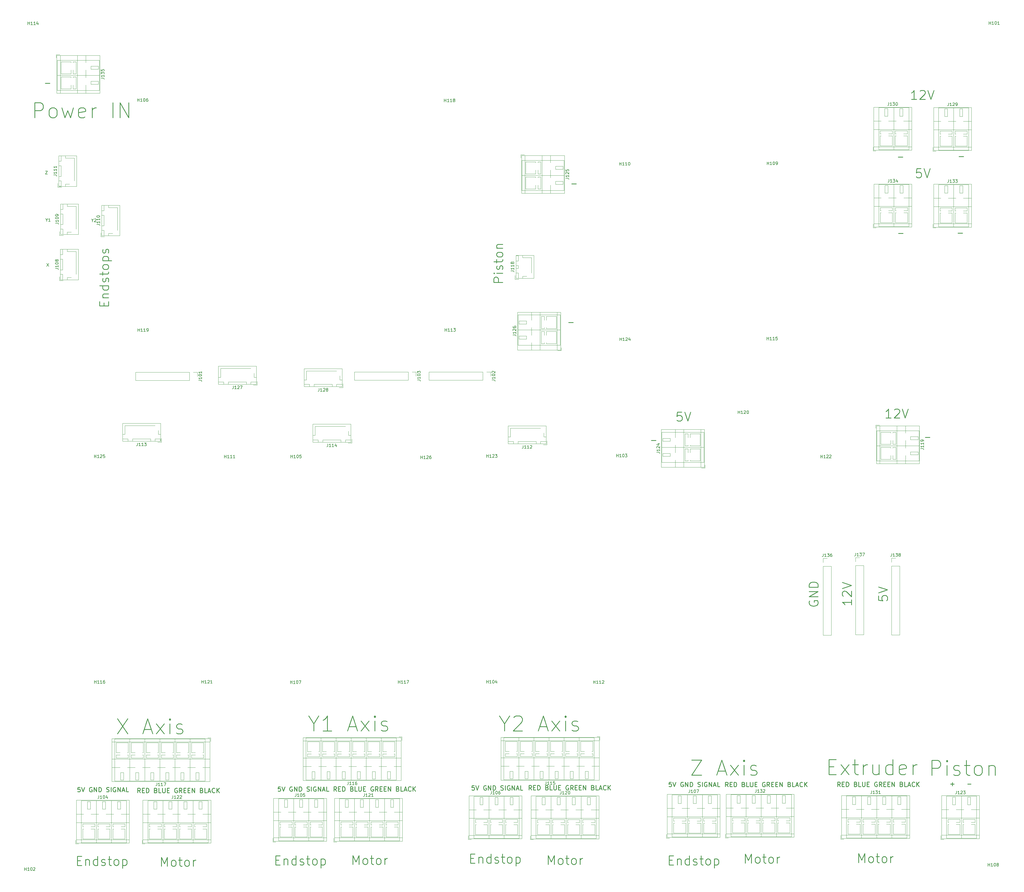
<source format=gbr>
%TF.GenerationSoftware,KiCad,Pcbnew,6.0.11-2627ca5db0~126~ubuntu22.04.1*%
%TF.CreationDate,2023-04-05T12:46:54+02:00*%
%TF.ProjectId,boxPCB,626f7850-4342-42e6-9b69-6361645f7063,rev?*%
%TF.SameCoordinates,Original*%
%TF.FileFunction,Legend,Top*%
%TF.FilePolarity,Positive*%
%FSLAX46Y46*%
G04 Gerber Fmt 4.6, Leading zero omitted, Abs format (unit mm)*
G04 Created by KiCad (PCBNEW 6.0.11-2627ca5db0~126~ubuntu22.04.1) date 2023-04-05 12:46:54*
%MOMM*%
%LPD*%
G01*
G04 APERTURE LIST*
%ADD10C,0.250000*%
%ADD11C,0.150000*%
%ADD12C,0.120000*%
G04 APERTURE END LIST*
D10*
X310372857Y-253647142D02*
X311515714Y-253647142D01*
X310944285Y-254218571D02*
X310944285Y-253075714D01*
X316015714Y-253647142D02*
X317158571Y-253647142D01*
X273767142Y-254428571D02*
X273267142Y-253714285D01*
X272910000Y-254428571D02*
X272910000Y-252928571D01*
X273481428Y-252928571D01*
X273624285Y-253000000D01*
X273695714Y-253071428D01*
X273767142Y-253214285D01*
X273767142Y-253428571D01*
X273695714Y-253571428D01*
X273624285Y-253642857D01*
X273481428Y-253714285D01*
X272910000Y-253714285D01*
X274410000Y-253642857D02*
X274910000Y-253642857D01*
X275124285Y-254428571D02*
X274410000Y-254428571D01*
X274410000Y-252928571D01*
X275124285Y-252928571D01*
X275767142Y-254428571D02*
X275767142Y-252928571D01*
X276124285Y-252928571D01*
X276338571Y-253000000D01*
X276481428Y-253142857D01*
X276552857Y-253285714D01*
X276624285Y-253571428D01*
X276624285Y-253785714D01*
X276552857Y-254071428D01*
X276481428Y-254214285D01*
X276338571Y-254357142D01*
X276124285Y-254428571D01*
X275767142Y-254428571D01*
X278910000Y-253642857D02*
X279124285Y-253714285D01*
X279195714Y-253785714D01*
X279267142Y-253928571D01*
X279267142Y-254142857D01*
X279195714Y-254285714D01*
X279124285Y-254357142D01*
X278981428Y-254428571D01*
X278410000Y-254428571D01*
X278410000Y-252928571D01*
X278910000Y-252928571D01*
X279052857Y-253000000D01*
X279124285Y-253071428D01*
X279195714Y-253214285D01*
X279195714Y-253357142D01*
X279124285Y-253500000D01*
X279052857Y-253571428D01*
X278910000Y-253642857D01*
X278410000Y-253642857D01*
X280624285Y-254428571D02*
X279910000Y-254428571D01*
X279910000Y-252928571D01*
X281124285Y-252928571D02*
X281124285Y-254142857D01*
X281195714Y-254285714D01*
X281267142Y-254357142D01*
X281410000Y-254428571D01*
X281695714Y-254428571D01*
X281838571Y-254357142D01*
X281910000Y-254285714D01*
X281981428Y-254142857D01*
X281981428Y-252928571D01*
X282695714Y-253642857D02*
X283195714Y-253642857D01*
X283410000Y-254428571D02*
X282695714Y-254428571D01*
X282695714Y-252928571D01*
X283410000Y-252928571D01*
X285981428Y-253000000D02*
X285838571Y-252928571D01*
X285624285Y-252928571D01*
X285410000Y-253000000D01*
X285267142Y-253142857D01*
X285195714Y-253285714D01*
X285124285Y-253571428D01*
X285124285Y-253785714D01*
X285195714Y-254071428D01*
X285267142Y-254214285D01*
X285410000Y-254357142D01*
X285624285Y-254428571D01*
X285767142Y-254428571D01*
X285981428Y-254357142D01*
X286052857Y-254285714D01*
X286052857Y-253785714D01*
X285767142Y-253785714D01*
X287552857Y-254428571D02*
X287052857Y-253714285D01*
X286695714Y-254428571D02*
X286695714Y-252928571D01*
X287267142Y-252928571D01*
X287410000Y-253000000D01*
X287481428Y-253071428D01*
X287552857Y-253214285D01*
X287552857Y-253428571D01*
X287481428Y-253571428D01*
X287410000Y-253642857D01*
X287267142Y-253714285D01*
X286695714Y-253714285D01*
X288195714Y-253642857D02*
X288695714Y-253642857D01*
X288910000Y-254428571D02*
X288195714Y-254428571D01*
X288195714Y-252928571D01*
X288910000Y-252928571D01*
X289552857Y-253642857D02*
X290052857Y-253642857D01*
X290267142Y-254428571D02*
X289552857Y-254428571D01*
X289552857Y-252928571D01*
X290267142Y-252928571D01*
X290910000Y-254428571D02*
X290910000Y-252928571D01*
X291767142Y-254428571D01*
X291767142Y-252928571D01*
X294124285Y-253642857D02*
X294338571Y-253714285D01*
X294410000Y-253785714D01*
X294481428Y-253928571D01*
X294481428Y-254142857D01*
X294410000Y-254285714D01*
X294338571Y-254357142D01*
X294195714Y-254428571D01*
X293624285Y-254428571D01*
X293624285Y-252928571D01*
X294124285Y-252928571D01*
X294267142Y-253000000D01*
X294338571Y-253071428D01*
X294410000Y-253214285D01*
X294410000Y-253357142D01*
X294338571Y-253500000D01*
X294267142Y-253571428D01*
X294124285Y-253642857D01*
X293624285Y-253642857D01*
X295838571Y-254428571D02*
X295124285Y-254428571D01*
X295124285Y-252928571D01*
X296267142Y-254000000D02*
X296981428Y-254000000D01*
X296124285Y-254428571D02*
X296624285Y-252928571D01*
X297124285Y-254428571D01*
X298481428Y-254285714D02*
X298410000Y-254357142D01*
X298195714Y-254428571D01*
X298052857Y-254428571D01*
X297838571Y-254357142D01*
X297695714Y-254214285D01*
X297624285Y-254071428D01*
X297552857Y-253785714D01*
X297552857Y-253571428D01*
X297624285Y-253285714D01*
X297695714Y-253142857D01*
X297838571Y-253000000D01*
X298052857Y-252928571D01*
X298195714Y-252928571D01*
X298410000Y-253000000D01*
X298481428Y-253071428D01*
X299124285Y-254428571D02*
X299124285Y-252928571D01*
X299981428Y-254428571D02*
X299338571Y-253571428D01*
X299981428Y-252928571D02*
X299124285Y-253785714D01*
X236577142Y-254488571D02*
X236077142Y-253774285D01*
X235720000Y-254488571D02*
X235720000Y-252988571D01*
X236291428Y-252988571D01*
X236434285Y-253060000D01*
X236505714Y-253131428D01*
X236577142Y-253274285D01*
X236577142Y-253488571D01*
X236505714Y-253631428D01*
X236434285Y-253702857D01*
X236291428Y-253774285D01*
X235720000Y-253774285D01*
X237220000Y-253702857D02*
X237720000Y-253702857D01*
X237934285Y-254488571D02*
X237220000Y-254488571D01*
X237220000Y-252988571D01*
X237934285Y-252988571D01*
X238577142Y-254488571D02*
X238577142Y-252988571D01*
X238934285Y-252988571D01*
X239148571Y-253060000D01*
X239291428Y-253202857D01*
X239362857Y-253345714D01*
X239434285Y-253631428D01*
X239434285Y-253845714D01*
X239362857Y-254131428D01*
X239291428Y-254274285D01*
X239148571Y-254417142D01*
X238934285Y-254488571D01*
X238577142Y-254488571D01*
X241720000Y-253702857D02*
X241934285Y-253774285D01*
X242005714Y-253845714D01*
X242077142Y-253988571D01*
X242077142Y-254202857D01*
X242005714Y-254345714D01*
X241934285Y-254417142D01*
X241791428Y-254488571D01*
X241220000Y-254488571D01*
X241220000Y-252988571D01*
X241720000Y-252988571D01*
X241862857Y-253060000D01*
X241934285Y-253131428D01*
X242005714Y-253274285D01*
X242005714Y-253417142D01*
X241934285Y-253560000D01*
X241862857Y-253631428D01*
X241720000Y-253702857D01*
X241220000Y-253702857D01*
X243434285Y-254488571D02*
X242720000Y-254488571D01*
X242720000Y-252988571D01*
X243934285Y-252988571D02*
X243934285Y-254202857D01*
X244005714Y-254345714D01*
X244077142Y-254417142D01*
X244220000Y-254488571D01*
X244505714Y-254488571D01*
X244648571Y-254417142D01*
X244720000Y-254345714D01*
X244791428Y-254202857D01*
X244791428Y-252988571D01*
X245505714Y-253702857D02*
X246005714Y-253702857D01*
X246220000Y-254488571D02*
X245505714Y-254488571D01*
X245505714Y-252988571D01*
X246220000Y-252988571D01*
X248791428Y-253060000D02*
X248648571Y-252988571D01*
X248434285Y-252988571D01*
X248220000Y-253060000D01*
X248077142Y-253202857D01*
X248005714Y-253345714D01*
X247934285Y-253631428D01*
X247934285Y-253845714D01*
X248005714Y-254131428D01*
X248077142Y-254274285D01*
X248220000Y-254417142D01*
X248434285Y-254488571D01*
X248577142Y-254488571D01*
X248791428Y-254417142D01*
X248862857Y-254345714D01*
X248862857Y-253845714D01*
X248577142Y-253845714D01*
X250362857Y-254488571D02*
X249862857Y-253774285D01*
X249505714Y-254488571D02*
X249505714Y-252988571D01*
X250077142Y-252988571D01*
X250220000Y-253060000D01*
X250291428Y-253131428D01*
X250362857Y-253274285D01*
X250362857Y-253488571D01*
X250291428Y-253631428D01*
X250220000Y-253702857D01*
X250077142Y-253774285D01*
X249505714Y-253774285D01*
X251005714Y-253702857D02*
X251505714Y-253702857D01*
X251720000Y-254488571D02*
X251005714Y-254488571D01*
X251005714Y-252988571D01*
X251720000Y-252988571D01*
X252362857Y-253702857D02*
X252862857Y-253702857D01*
X253077142Y-254488571D02*
X252362857Y-254488571D01*
X252362857Y-252988571D01*
X253077142Y-252988571D01*
X253720000Y-254488571D02*
X253720000Y-252988571D01*
X254577142Y-254488571D01*
X254577142Y-252988571D01*
X256934285Y-253702857D02*
X257148571Y-253774285D01*
X257220000Y-253845714D01*
X257291428Y-253988571D01*
X257291428Y-254202857D01*
X257220000Y-254345714D01*
X257148571Y-254417142D01*
X257005714Y-254488571D01*
X256434285Y-254488571D01*
X256434285Y-252988571D01*
X256934285Y-252988571D01*
X257077142Y-253060000D01*
X257148571Y-253131428D01*
X257220000Y-253274285D01*
X257220000Y-253417142D01*
X257148571Y-253560000D01*
X257077142Y-253631428D01*
X256934285Y-253702857D01*
X256434285Y-253702857D01*
X258648571Y-254488571D02*
X257934285Y-254488571D01*
X257934285Y-252988571D01*
X259077142Y-254060000D02*
X259791428Y-254060000D01*
X258934285Y-254488571D02*
X259434285Y-252988571D01*
X259934285Y-254488571D01*
X261291428Y-254345714D02*
X261220000Y-254417142D01*
X261005714Y-254488571D01*
X260862857Y-254488571D01*
X260648571Y-254417142D01*
X260505714Y-254274285D01*
X260434285Y-254131428D01*
X260362857Y-253845714D01*
X260362857Y-253631428D01*
X260434285Y-253345714D01*
X260505714Y-253202857D01*
X260648571Y-253060000D01*
X260862857Y-252988571D01*
X261005714Y-252988571D01*
X261220000Y-253060000D01*
X261291428Y-253131428D01*
X261934285Y-254488571D02*
X261934285Y-252988571D01*
X262791428Y-254488571D02*
X262148571Y-253631428D01*
X262791428Y-252988571D02*
X261934285Y-253845714D01*
X171407142Y-255568571D02*
X170907142Y-254854285D01*
X170550000Y-255568571D02*
X170550000Y-254068571D01*
X171121428Y-254068571D01*
X171264285Y-254140000D01*
X171335714Y-254211428D01*
X171407142Y-254354285D01*
X171407142Y-254568571D01*
X171335714Y-254711428D01*
X171264285Y-254782857D01*
X171121428Y-254854285D01*
X170550000Y-254854285D01*
X172050000Y-254782857D02*
X172550000Y-254782857D01*
X172764285Y-255568571D02*
X172050000Y-255568571D01*
X172050000Y-254068571D01*
X172764285Y-254068571D01*
X173407142Y-255568571D02*
X173407142Y-254068571D01*
X173764285Y-254068571D01*
X173978571Y-254140000D01*
X174121428Y-254282857D01*
X174192857Y-254425714D01*
X174264285Y-254711428D01*
X174264285Y-254925714D01*
X174192857Y-255211428D01*
X174121428Y-255354285D01*
X173978571Y-255497142D01*
X173764285Y-255568571D01*
X173407142Y-255568571D01*
X176550000Y-254782857D02*
X176764285Y-254854285D01*
X176835714Y-254925714D01*
X176907142Y-255068571D01*
X176907142Y-255282857D01*
X176835714Y-255425714D01*
X176764285Y-255497142D01*
X176621428Y-255568571D01*
X176050000Y-255568571D01*
X176050000Y-254068571D01*
X176550000Y-254068571D01*
X176692857Y-254140000D01*
X176764285Y-254211428D01*
X176835714Y-254354285D01*
X176835714Y-254497142D01*
X176764285Y-254640000D01*
X176692857Y-254711428D01*
X176550000Y-254782857D01*
X176050000Y-254782857D01*
X178264285Y-255568571D02*
X177550000Y-255568571D01*
X177550000Y-254068571D01*
X178764285Y-254068571D02*
X178764285Y-255282857D01*
X178835714Y-255425714D01*
X178907142Y-255497142D01*
X179050000Y-255568571D01*
X179335714Y-255568571D01*
X179478571Y-255497142D01*
X179550000Y-255425714D01*
X179621428Y-255282857D01*
X179621428Y-254068571D01*
X180335714Y-254782857D02*
X180835714Y-254782857D01*
X181050000Y-255568571D02*
X180335714Y-255568571D01*
X180335714Y-254068571D01*
X181050000Y-254068571D01*
X183621428Y-254140000D02*
X183478571Y-254068571D01*
X183264285Y-254068571D01*
X183050000Y-254140000D01*
X182907142Y-254282857D01*
X182835714Y-254425714D01*
X182764285Y-254711428D01*
X182764285Y-254925714D01*
X182835714Y-255211428D01*
X182907142Y-255354285D01*
X183050000Y-255497142D01*
X183264285Y-255568571D01*
X183407142Y-255568571D01*
X183621428Y-255497142D01*
X183692857Y-255425714D01*
X183692857Y-254925714D01*
X183407142Y-254925714D01*
X185192857Y-255568571D02*
X184692857Y-254854285D01*
X184335714Y-255568571D02*
X184335714Y-254068571D01*
X184907142Y-254068571D01*
X185050000Y-254140000D01*
X185121428Y-254211428D01*
X185192857Y-254354285D01*
X185192857Y-254568571D01*
X185121428Y-254711428D01*
X185050000Y-254782857D01*
X184907142Y-254854285D01*
X184335714Y-254854285D01*
X185835714Y-254782857D02*
X186335714Y-254782857D01*
X186550000Y-255568571D02*
X185835714Y-255568571D01*
X185835714Y-254068571D01*
X186550000Y-254068571D01*
X187192857Y-254782857D02*
X187692857Y-254782857D01*
X187907142Y-255568571D02*
X187192857Y-255568571D01*
X187192857Y-254068571D01*
X187907142Y-254068571D01*
X188550000Y-255568571D02*
X188550000Y-254068571D01*
X189407142Y-255568571D01*
X189407142Y-254068571D01*
X191764285Y-254782857D02*
X191978571Y-254854285D01*
X192050000Y-254925714D01*
X192121428Y-255068571D01*
X192121428Y-255282857D01*
X192050000Y-255425714D01*
X191978571Y-255497142D01*
X191835714Y-255568571D01*
X191264285Y-255568571D01*
X191264285Y-254068571D01*
X191764285Y-254068571D01*
X191907142Y-254140000D01*
X191978571Y-254211428D01*
X192050000Y-254354285D01*
X192050000Y-254497142D01*
X191978571Y-254640000D01*
X191907142Y-254711428D01*
X191764285Y-254782857D01*
X191264285Y-254782857D01*
X193478571Y-255568571D02*
X192764285Y-255568571D01*
X192764285Y-254068571D01*
X193907142Y-255140000D02*
X194621428Y-255140000D01*
X193764285Y-255568571D02*
X194264285Y-254068571D01*
X194764285Y-255568571D01*
X196121428Y-255425714D02*
X196050000Y-255497142D01*
X195835714Y-255568571D01*
X195692857Y-255568571D01*
X195478571Y-255497142D01*
X195335714Y-255354285D01*
X195264285Y-255211428D01*
X195192857Y-254925714D01*
X195192857Y-254711428D01*
X195264285Y-254425714D01*
X195335714Y-254282857D01*
X195478571Y-254140000D01*
X195692857Y-254068571D01*
X195835714Y-254068571D01*
X196050000Y-254140000D01*
X196121428Y-254211428D01*
X196764285Y-255568571D02*
X196764285Y-254068571D01*
X197621428Y-255568571D02*
X196978571Y-254711428D01*
X197621428Y-254068571D02*
X196764285Y-254925714D01*
X106707142Y-255988571D02*
X106207142Y-255274285D01*
X105849999Y-255988571D02*
X105849999Y-254488571D01*
X106421428Y-254488571D01*
X106564285Y-254560000D01*
X106635714Y-254631428D01*
X106707142Y-254774285D01*
X106707142Y-254988571D01*
X106635714Y-255131428D01*
X106564285Y-255202857D01*
X106421428Y-255274285D01*
X105849999Y-255274285D01*
X107349999Y-255202857D02*
X107849999Y-255202857D01*
X108064285Y-255988571D02*
X107349999Y-255988571D01*
X107349999Y-254488571D01*
X108064285Y-254488571D01*
X108707142Y-255988571D02*
X108707142Y-254488571D01*
X109064285Y-254488571D01*
X109278571Y-254560000D01*
X109421428Y-254702857D01*
X109492857Y-254845714D01*
X109564285Y-255131428D01*
X109564285Y-255345714D01*
X109492857Y-255631428D01*
X109421428Y-255774285D01*
X109278571Y-255917142D01*
X109064285Y-255988571D01*
X108707142Y-255988571D01*
X111849999Y-255202857D02*
X112064285Y-255274285D01*
X112135714Y-255345714D01*
X112207142Y-255488571D01*
X112207142Y-255702857D01*
X112135714Y-255845714D01*
X112064285Y-255917142D01*
X111921428Y-255988571D01*
X111349999Y-255988571D01*
X111349999Y-254488571D01*
X111849999Y-254488571D01*
X111992857Y-254560000D01*
X112064285Y-254631428D01*
X112135714Y-254774285D01*
X112135714Y-254917142D01*
X112064285Y-255060000D01*
X111992857Y-255131428D01*
X111849999Y-255202857D01*
X111349999Y-255202857D01*
X113564285Y-255988571D02*
X112849999Y-255988571D01*
X112849999Y-254488571D01*
X114064285Y-254488571D02*
X114064285Y-255702857D01*
X114135714Y-255845714D01*
X114207142Y-255917142D01*
X114349999Y-255988571D01*
X114635714Y-255988571D01*
X114778571Y-255917142D01*
X114849999Y-255845714D01*
X114921428Y-255702857D01*
X114921428Y-254488571D01*
X115635714Y-255202857D02*
X116135714Y-255202857D01*
X116349999Y-255988571D02*
X115635714Y-255988571D01*
X115635714Y-254488571D01*
X116349999Y-254488571D01*
X118921428Y-254560000D02*
X118778571Y-254488571D01*
X118564285Y-254488571D01*
X118349999Y-254560000D01*
X118207142Y-254702857D01*
X118135714Y-254845714D01*
X118064285Y-255131428D01*
X118064285Y-255345714D01*
X118135714Y-255631428D01*
X118207142Y-255774285D01*
X118349999Y-255917142D01*
X118564285Y-255988571D01*
X118707142Y-255988571D01*
X118921428Y-255917142D01*
X118992857Y-255845714D01*
X118992857Y-255345714D01*
X118707142Y-255345714D01*
X120492857Y-255988571D02*
X119992857Y-255274285D01*
X119635714Y-255988571D02*
X119635714Y-254488571D01*
X120207142Y-254488571D01*
X120349999Y-254560000D01*
X120421428Y-254631428D01*
X120492857Y-254774285D01*
X120492857Y-254988571D01*
X120421428Y-255131428D01*
X120349999Y-255202857D01*
X120207142Y-255274285D01*
X119635714Y-255274285D01*
X121135714Y-255202857D02*
X121635714Y-255202857D01*
X121849999Y-255988571D02*
X121135714Y-255988571D01*
X121135714Y-254488571D01*
X121849999Y-254488571D01*
X122492857Y-255202857D02*
X122992857Y-255202857D01*
X123207142Y-255988571D02*
X122492857Y-255988571D01*
X122492857Y-254488571D01*
X123207142Y-254488571D01*
X123849999Y-255988571D02*
X123849999Y-254488571D01*
X124707142Y-255988571D01*
X124707142Y-254488571D01*
X127064285Y-255202857D02*
X127278571Y-255274285D01*
X127349999Y-255345714D01*
X127421428Y-255488571D01*
X127421428Y-255702857D01*
X127349999Y-255845714D01*
X127278571Y-255917142D01*
X127135714Y-255988571D01*
X126564285Y-255988571D01*
X126564285Y-254488571D01*
X127064285Y-254488571D01*
X127207142Y-254560000D01*
X127278571Y-254631428D01*
X127349999Y-254774285D01*
X127349999Y-254917142D01*
X127278571Y-255060000D01*
X127207142Y-255131428D01*
X127064285Y-255202857D01*
X126564285Y-255202857D01*
X128778571Y-255988571D02*
X128064285Y-255988571D01*
X128064285Y-254488571D01*
X129207142Y-255560000D02*
X129921428Y-255560000D01*
X129064285Y-255988571D02*
X129564285Y-254488571D01*
X130064285Y-255988571D01*
X131421428Y-255845714D02*
X131349999Y-255917142D01*
X131135714Y-255988571D01*
X130992857Y-255988571D01*
X130778571Y-255917142D01*
X130635714Y-255774285D01*
X130564285Y-255631428D01*
X130492857Y-255345714D01*
X130492857Y-255131428D01*
X130564285Y-254845714D01*
X130635714Y-254702857D01*
X130778571Y-254560000D01*
X130992857Y-254488571D01*
X131135714Y-254488571D01*
X131349999Y-254560000D01*
X131421428Y-254631428D01*
X132064285Y-255988571D02*
X132064285Y-254488571D01*
X132921428Y-255988571D02*
X132278571Y-255131428D01*
X132921428Y-254488571D02*
X132064285Y-255345714D01*
X41667142Y-256478571D02*
X41167142Y-255764285D01*
X40810000Y-256478571D02*
X40810000Y-254978571D01*
X41381428Y-254978571D01*
X41524285Y-255050000D01*
X41595714Y-255121428D01*
X41667142Y-255264285D01*
X41667142Y-255478571D01*
X41595714Y-255621428D01*
X41524285Y-255692857D01*
X41381428Y-255764285D01*
X40810000Y-255764285D01*
X42310000Y-255692857D02*
X42810000Y-255692857D01*
X43024285Y-256478571D02*
X42310000Y-256478571D01*
X42310000Y-254978571D01*
X43024285Y-254978571D01*
X43667142Y-256478571D02*
X43667142Y-254978571D01*
X44024285Y-254978571D01*
X44238571Y-255050000D01*
X44381428Y-255192857D01*
X44452857Y-255335714D01*
X44524285Y-255621428D01*
X44524285Y-255835714D01*
X44452857Y-256121428D01*
X44381428Y-256264285D01*
X44238571Y-256407142D01*
X44024285Y-256478571D01*
X43667142Y-256478571D01*
X46810000Y-255692857D02*
X47024285Y-255764285D01*
X47095714Y-255835714D01*
X47167142Y-255978571D01*
X47167142Y-256192857D01*
X47095714Y-256335714D01*
X47024285Y-256407142D01*
X46881428Y-256478571D01*
X46310000Y-256478571D01*
X46310000Y-254978571D01*
X46810000Y-254978571D01*
X46952857Y-255050000D01*
X47024285Y-255121428D01*
X47095714Y-255264285D01*
X47095714Y-255407142D01*
X47024285Y-255550000D01*
X46952857Y-255621428D01*
X46810000Y-255692857D01*
X46310000Y-255692857D01*
X48524285Y-256478571D02*
X47810000Y-256478571D01*
X47810000Y-254978571D01*
X49024285Y-254978571D02*
X49024285Y-256192857D01*
X49095714Y-256335714D01*
X49167142Y-256407142D01*
X49310000Y-256478571D01*
X49595714Y-256478571D01*
X49738571Y-256407142D01*
X49810000Y-256335714D01*
X49881428Y-256192857D01*
X49881428Y-254978571D01*
X50595714Y-255692857D02*
X51095714Y-255692857D01*
X51310000Y-256478571D02*
X50595714Y-256478571D01*
X50595714Y-254978571D01*
X51310000Y-254978571D01*
X53881428Y-255050000D02*
X53738571Y-254978571D01*
X53524285Y-254978571D01*
X53310000Y-255050000D01*
X53167142Y-255192857D01*
X53095714Y-255335714D01*
X53024285Y-255621428D01*
X53024285Y-255835714D01*
X53095714Y-256121428D01*
X53167142Y-256264285D01*
X53310000Y-256407142D01*
X53524285Y-256478571D01*
X53667142Y-256478571D01*
X53881428Y-256407142D01*
X53952857Y-256335714D01*
X53952857Y-255835714D01*
X53667142Y-255835714D01*
X55452857Y-256478571D02*
X54952857Y-255764285D01*
X54595714Y-256478571D02*
X54595714Y-254978571D01*
X55167142Y-254978571D01*
X55310000Y-255050000D01*
X55381428Y-255121428D01*
X55452857Y-255264285D01*
X55452857Y-255478571D01*
X55381428Y-255621428D01*
X55310000Y-255692857D01*
X55167142Y-255764285D01*
X54595714Y-255764285D01*
X56095714Y-255692857D02*
X56595714Y-255692857D01*
X56810000Y-256478571D02*
X56095714Y-256478571D01*
X56095714Y-254978571D01*
X56810000Y-254978571D01*
X57452857Y-255692857D02*
X57952857Y-255692857D01*
X58167142Y-256478571D02*
X57452857Y-256478571D01*
X57452857Y-254978571D01*
X58167142Y-254978571D01*
X58810000Y-256478571D02*
X58810000Y-254978571D01*
X59667142Y-256478571D01*
X59667142Y-254978571D01*
X62024285Y-255692857D02*
X62238571Y-255764285D01*
X62309999Y-255835714D01*
X62381428Y-255978571D01*
X62381428Y-256192857D01*
X62309999Y-256335714D01*
X62238571Y-256407142D01*
X62095714Y-256478571D01*
X61524285Y-256478571D01*
X61524285Y-254978571D01*
X62024285Y-254978571D01*
X62167142Y-255050000D01*
X62238571Y-255121428D01*
X62309999Y-255264285D01*
X62309999Y-255407142D01*
X62238571Y-255550000D01*
X62167142Y-255621428D01*
X62024285Y-255692857D01*
X61524285Y-255692857D01*
X63738571Y-256478571D02*
X63024285Y-256478571D01*
X63024285Y-254978571D01*
X64167142Y-256050000D02*
X64881428Y-256050000D01*
X64024285Y-256478571D02*
X64524285Y-254978571D01*
X65024285Y-256478571D01*
X66381428Y-256335714D02*
X66309999Y-256407142D01*
X66095714Y-256478571D01*
X65952857Y-256478571D01*
X65738571Y-256407142D01*
X65595714Y-256264285D01*
X65524285Y-256121428D01*
X65452857Y-255835714D01*
X65452857Y-255621428D01*
X65524285Y-255335714D01*
X65595714Y-255192857D01*
X65738571Y-255050000D01*
X65952857Y-254978571D01*
X66095714Y-254978571D01*
X66309999Y-255050000D01*
X66381428Y-255121428D01*
X67024285Y-256478571D02*
X67024285Y-254978571D01*
X67881428Y-256478571D02*
X67238571Y-255621428D01*
X67881428Y-254978571D02*
X67024285Y-255835714D01*
X217768571Y-252978571D02*
X217054285Y-252978571D01*
X216982857Y-253692857D01*
X217054285Y-253621428D01*
X217197142Y-253550000D01*
X217554285Y-253550000D01*
X217697142Y-253621428D01*
X217768571Y-253692857D01*
X217840000Y-253835714D01*
X217840000Y-254192857D01*
X217768571Y-254335714D01*
X217697142Y-254407142D01*
X217554285Y-254478571D01*
X217197142Y-254478571D01*
X217054285Y-254407142D01*
X216982857Y-254335714D01*
X218268571Y-252978571D02*
X218768571Y-254478571D01*
X219268571Y-252978571D01*
X221697142Y-253050000D02*
X221554285Y-252978571D01*
X221340000Y-252978571D01*
X221125714Y-253050000D01*
X220982857Y-253192857D01*
X220911428Y-253335714D01*
X220840000Y-253621428D01*
X220840000Y-253835714D01*
X220911428Y-254121428D01*
X220982857Y-254264285D01*
X221125714Y-254407142D01*
X221340000Y-254478571D01*
X221482857Y-254478571D01*
X221697142Y-254407142D01*
X221768571Y-254335714D01*
X221768571Y-253835714D01*
X221482857Y-253835714D01*
X222411428Y-254478571D02*
X222411428Y-252978571D01*
X223268571Y-254478571D01*
X223268571Y-252978571D01*
X223982857Y-254478571D02*
X223982857Y-252978571D01*
X224340000Y-252978571D01*
X224554285Y-253050000D01*
X224697142Y-253192857D01*
X224768571Y-253335714D01*
X224840000Y-253621428D01*
X224840000Y-253835714D01*
X224768571Y-254121428D01*
X224697142Y-254264285D01*
X224554285Y-254407142D01*
X224340000Y-254478571D01*
X223982857Y-254478571D01*
X226554285Y-254407142D02*
X226768571Y-254478571D01*
X227125714Y-254478571D01*
X227268571Y-254407142D01*
X227340000Y-254335714D01*
X227411428Y-254192857D01*
X227411428Y-254050000D01*
X227340000Y-253907142D01*
X227268571Y-253835714D01*
X227125714Y-253764285D01*
X226840000Y-253692857D01*
X226697142Y-253621428D01*
X226625714Y-253550000D01*
X226554285Y-253407142D01*
X226554285Y-253264285D01*
X226625714Y-253121428D01*
X226697142Y-253050000D01*
X226840000Y-252978571D01*
X227197142Y-252978571D01*
X227411428Y-253050000D01*
X228054285Y-254478571D02*
X228054285Y-252978571D01*
X229554285Y-253050000D02*
X229411428Y-252978571D01*
X229197142Y-252978571D01*
X228982857Y-253050000D01*
X228840000Y-253192857D01*
X228768571Y-253335714D01*
X228697142Y-253621428D01*
X228697142Y-253835714D01*
X228768571Y-254121428D01*
X228840000Y-254264285D01*
X228982857Y-254407142D01*
X229197142Y-254478571D01*
X229340000Y-254478571D01*
X229554285Y-254407142D01*
X229625714Y-254335714D01*
X229625714Y-253835714D01*
X229340000Y-253835714D01*
X230268571Y-254478571D02*
X230268571Y-252978571D01*
X231125714Y-254478571D01*
X231125714Y-252978571D01*
X231768571Y-254050000D02*
X232482857Y-254050000D01*
X231625714Y-254478571D02*
X232125714Y-252978571D01*
X232625714Y-254478571D01*
X233840000Y-254478571D02*
X233125714Y-254478571D01*
X233125714Y-252978571D01*
X152408571Y-254098571D02*
X151694285Y-254098571D01*
X151622857Y-254812857D01*
X151694285Y-254741428D01*
X151837142Y-254670000D01*
X152194285Y-254670000D01*
X152337142Y-254741428D01*
X152408571Y-254812857D01*
X152480000Y-254955714D01*
X152480000Y-255312857D01*
X152408571Y-255455714D01*
X152337142Y-255527142D01*
X152194285Y-255598571D01*
X151837142Y-255598571D01*
X151694285Y-255527142D01*
X151622857Y-255455714D01*
X152908571Y-254098571D02*
X153408571Y-255598571D01*
X153908571Y-254098571D01*
X156337142Y-254170000D02*
X156194285Y-254098571D01*
X155980000Y-254098571D01*
X155765714Y-254170000D01*
X155622857Y-254312857D01*
X155551428Y-254455714D01*
X155480000Y-254741428D01*
X155480000Y-254955714D01*
X155551428Y-255241428D01*
X155622857Y-255384285D01*
X155765714Y-255527142D01*
X155980000Y-255598571D01*
X156122857Y-255598571D01*
X156337142Y-255527142D01*
X156408571Y-255455714D01*
X156408571Y-254955714D01*
X156122857Y-254955714D01*
X157051428Y-255598571D02*
X157051428Y-254098571D01*
X157908571Y-255598571D01*
X157908571Y-254098571D01*
X158622857Y-255598571D02*
X158622857Y-254098571D01*
X158980000Y-254098571D01*
X159194285Y-254170000D01*
X159337142Y-254312857D01*
X159408571Y-254455714D01*
X159480000Y-254741428D01*
X159480000Y-254955714D01*
X159408571Y-255241428D01*
X159337142Y-255384285D01*
X159194285Y-255527142D01*
X158980000Y-255598571D01*
X158622857Y-255598571D01*
X161194285Y-255527142D02*
X161408571Y-255598571D01*
X161765714Y-255598571D01*
X161908571Y-255527142D01*
X161980000Y-255455714D01*
X162051428Y-255312857D01*
X162051428Y-255170000D01*
X161980000Y-255027142D01*
X161908571Y-254955714D01*
X161765714Y-254884285D01*
X161480000Y-254812857D01*
X161337142Y-254741428D01*
X161265714Y-254670000D01*
X161194285Y-254527142D01*
X161194285Y-254384285D01*
X161265714Y-254241428D01*
X161337142Y-254170000D01*
X161480000Y-254098571D01*
X161837142Y-254098571D01*
X162051428Y-254170000D01*
X162694285Y-255598571D02*
X162694285Y-254098571D01*
X164194285Y-254170000D02*
X164051428Y-254098571D01*
X163837142Y-254098571D01*
X163622857Y-254170000D01*
X163480000Y-254312857D01*
X163408571Y-254455714D01*
X163337142Y-254741428D01*
X163337142Y-254955714D01*
X163408571Y-255241428D01*
X163480000Y-255384285D01*
X163622857Y-255527142D01*
X163837142Y-255598571D01*
X163980000Y-255598571D01*
X164194285Y-255527142D01*
X164265714Y-255455714D01*
X164265714Y-254955714D01*
X163980000Y-254955714D01*
X164908571Y-255598571D02*
X164908571Y-254098571D01*
X165765714Y-255598571D01*
X165765714Y-254098571D01*
X166408571Y-255170000D02*
X167122857Y-255170000D01*
X166265714Y-255598571D02*
X166765714Y-254098571D01*
X167265714Y-255598571D01*
X168480000Y-255598571D02*
X167765714Y-255598571D01*
X167765714Y-254098571D01*
X88108571Y-254498571D02*
X87394285Y-254498571D01*
X87322857Y-255212857D01*
X87394285Y-255141428D01*
X87537142Y-255070000D01*
X87894285Y-255070000D01*
X88037142Y-255141428D01*
X88108571Y-255212857D01*
X88180000Y-255355714D01*
X88180000Y-255712857D01*
X88108571Y-255855714D01*
X88037142Y-255927142D01*
X87894285Y-255998571D01*
X87537142Y-255998571D01*
X87394285Y-255927142D01*
X87322857Y-255855714D01*
X88608571Y-254498571D02*
X89108571Y-255998571D01*
X89608571Y-254498571D01*
X92037142Y-254570000D02*
X91894285Y-254498571D01*
X91680000Y-254498571D01*
X91465714Y-254570000D01*
X91322857Y-254712857D01*
X91251428Y-254855714D01*
X91180000Y-255141428D01*
X91180000Y-255355714D01*
X91251428Y-255641428D01*
X91322857Y-255784285D01*
X91465714Y-255927142D01*
X91680000Y-255998571D01*
X91822857Y-255998571D01*
X92037142Y-255927142D01*
X92108571Y-255855714D01*
X92108571Y-255355714D01*
X91822857Y-255355714D01*
X92751428Y-255998571D02*
X92751428Y-254498571D01*
X93608571Y-255998571D01*
X93608571Y-254498571D01*
X94322857Y-255998571D02*
X94322857Y-254498571D01*
X94680000Y-254498571D01*
X94894285Y-254570000D01*
X95037142Y-254712857D01*
X95108571Y-254855714D01*
X95180000Y-255141428D01*
X95180000Y-255355714D01*
X95108571Y-255641428D01*
X95037142Y-255784285D01*
X94894285Y-255927142D01*
X94680000Y-255998571D01*
X94322857Y-255998571D01*
X96894285Y-255927142D02*
X97108571Y-255998571D01*
X97465714Y-255998571D01*
X97608571Y-255927142D01*
X97680000Y-255855714D01*
X97751428Y-255712857D01*
X97751428Y-255570000D01*
X97680000Y-255427142D01*
X97608571Y-255355714D01*
X97465714Y-255284285D01*
X97180000Y-255212857D01*
X97037142Y-255141428D01*
X96965714Y-255070000D01*
X96894285Y-254927142D01*
X96894285Y-254784285D01*
X96965714Y-254641428D01*
X97037142Y-254570000D01*
X97180000Y-254498571D01*
X97537142Y-254498571D01*
X97751428Y-254570000D01*
X98394285Y-255998571D02*
X98394285Y-254498571D01*
X99894285Y-254570000D02*
X99751428Y-254498571D01*
X99537142Y-254498571D01*
X99322857Y-254570000D01*
X99180000Y-254712857D01*
X99108571Y-254855714D01*
X99037142Y-255141428D01*
X99037142Y-255355714D01*
X99108571Y-255641428D01*
X99180000Y-255784285D01*
X99322857Y-255927142D01*
X99537142Y-255998571D01*
X99680000Y-255998571D01*
X99894285Y-255927142D01*
X99965714Y-255855714D01*
X99965714Y-255355714D01*
X99680000Y-255355714D01*
X100608571Y-255998571D02*
X100608571Y-254498571D01*
X101465714Y-255998571D01*
X101465714Y-254498571D01*
X102108571Y-255570000D02*
X102822857Y-255570000D01*
X101965714Y-255998571D02*
X102465714Y-254498571D01*
X102965714Y-255998571D01*
X104180000Y-255998571D02*
X103465714Y-255998571D01*
X103465714Y-254498571D01*
X21668571Y-254688571D02*
X20954285Y-254688571D01*
X20882857Y-255402857D01*
X20954285Y-255331428D01*
X21097142Y-255260000D01*
X21454285Y-255260000D01*
X21597142Y-255331428D01*
X21668571Y-255402857D01*
X21740000Y-255545714D01*
X21740000Y-255902857D01*
X21668571Y-256045714D01*
X21597142Y-256117142D01*
X21454285Y-256188571D01*
X21097142Y-256188571D01*
X20954285Y-256117142D01*
X20882857Y-256045714D01*
X22168571Y-254688571D02*
X22668571Y-256188571D01*
X23168571Y-254688571D01*
X25597142Y-254760000D02*
X25454285Y-254688571D01*
X25240000Y-254688571D01*
X25025714Y-254760000D01*
X24882857Y-254902857D01*
X24811428Y-255045714D01*
X24740000Y-255331428D01*
X24740000Y-255545714D01*
X24811428Y-255831428D01*
X24882857Y-255974285D01*
X25025714Y-256117142D01*
X25240000Y-256188571D01*
X25382857Y-256188571D01*
X25597142Y-256117142D01*
X25668571Y-256045714D01*
X25668571Y-255545714D01*
X25382857Y-255545714D01*
X26311428Y-256188571D02*
X26311428Y-254688571D01*
X27168571Y-256188571D01*
X27168571Y-254688571D01*
X27882857Y-256188571D02*
X27882857Y-254688571D01*
X28240000Y-254688571D01*
X28454285Y-254760000D01*
X28597142Y-254902857D01*
X28668571Y-255045714D01*
X28740000Y-255331428D01*
X28740000Y-255545714D01*
X28668571Y-255831428D01*
X28597142Y-255974285D01*
X28454285Y-256117142D01*
X28240000Y-256188571D01*
X27882857Y-256188571D01*
X30454285Y-256117142D02*
X30668571Y-256188571D01*
X31025714Y-256188571D01*
X31168571Y-256117142D01*
X31240000Y-256045714D01*
X31311428Y-255902857D01*
X31311428Y-255760000D01*
X31240000Y-255617142D01*
X31168571Y-255545714D01*
X31025714Y-255474285D01*
X30740000Y-255402857D01*
X30597142Y-255331428D01*
X30525714Y-255260000D01*
X30454285Y-255117142D01*
X30454285Y-254974285D01*
X30525714Y-254831428D01*
X30597142Y-254760000D01*
X30740000Y-254688571D01*
X31097142Y-254688571D01*
X31311428Y-254760000D01*
X31954285Y-256188571D02*
X31954285Y-254688571D01*
X33454285Y-254760000D02*
X33311428Y-254688571D01*
X33097142Y-254688571D01*
X32882857Y-254760000D01*
X32740000Y-254902857D01*
X32668571Y-255045714D01*
X32597142Y-255331428D01*
X32597142Y-255545714D01*
X32668571Y-255831428D01*
X32740000Y-255974285D01*
X32882857Y-256117142D01*
X33097142Y-256188571D01*
X33240000Y-256188571D01*
X33454285Y-256117142D01*
X33525714Y-256045714D01*
X33525714Y-255545714D01*
X33240000Y-255545714D01*
X34168571Y-256188571D02*
X34168571Y-254688571D01*
X35025714Y-256188571D01*
X35025714Y-254688571D01*
X35668571Y-255760000D02*
X36382857Y-255760000D01*
X35525714Y-256188571D02*
X36025714Y-254688571D01*
X36525714Y-256188571D01*
X37740000Y-256188571D02*
X37025714Y-256188571D01*
X37025714Y-254688571D01*
D11*
X10633809Y-66566190D02*
X10633809Y-67042380D01*
X10300476Y-66042380D02*
X10633809Y-66566190D01*
X10967142Y-66042380D01*
X11824285Y-67042380D02*
X11252857Y-67042380D01*
X11538571Y-67042380D02*
X11538571Y-66042380D01*
X11443333Y-66185238D01*
X11348095Y-66280476D01*
X11252857Y-66328095D01*
D10*
X151217142Y-278245714D02*
X152217142Y-278245714D01*
X152645714Y-279817142D02*
X151217142Y-279817142D01*
X151217142Y-276817142D01*
X152645714Y-276817142D01*
X153931428Y-277817142D02*
X153931428Y-279817142D01*
X153931428Y-278102857D02*
X154074285Y-277960000D01*
X154360000Y-277817142D01*
X154788571Y-277817142D01*
X155074285Y-277960000D01*
X155217142Y-278245714D01*
X155217142Y-279817142D01*
X157931428Y-279817142D02*
X157931428Y-276817142D01*
X157931428Y-279674285D02*
X157645714Y-279817142D01*
X157074285Y-279817142D01*
X156788571Y-279674285D01*
X156645714Y-279531428D01*
X156502857Y-279245714D01*
X156502857Y-278388571D01*
X156645714Y-278102857D01*
X156788571Y-277960000D01*
X157074285Y-277817142D01*
X157645714Y-277817142D01*
X157931428Y-277960000D01*
X159217142Y-279674285D02*
X159502857Y-279817142D01*
X160074285Y-279817142D01*
X160360000Y-279674285D01*
X160502857Y-279388571D01*
X160502857Y-279245714D01*
X160360000Y-278960000D01*
X160074285Y-278817142D01*
X159645714Y-278817142D01*
X159360000Y-278674285D01*
X159217142Y-278388571D01*
X159217142Y-278245714D01*
X159360000Y-277960000D01*
X159645714Y-277817142D01*
X160074285Y-277817142D01*
X160360000Y-277960000D01*
X161360000Y-277817142D02*
X162502857Y-277817142D01*
X161788571Y-276817142D02*
X161788571Y-279388571D01*
X161931428Y-279674285D01*
X162217142Y-279817142D01*
X162502857Y-279817142D01*
X163931428Y-279817142D02*
X163645714Y-279674285D01*
X163502857Y-279531428D01*
X163360000Y-279245714D01*
X163360000Y-278388571D01*
X163502857Y-278102857D01*
X163645714Y-277960000D01*
X163931428Y-277817142D01*
X164360000Y-277817142D01*
X164645714Y-277960000D01*
X164788571Y-278102857D01*
X164931428Y-278388571D01*
X164931428Y-279245714D01*
X164788571Y-279531428D01*
X164645714Y-279674285D01*
X164360000Y-279817142D01*
X163931428Y-279817142D01*
X166217142Y-277817142D02*
X166217142Y-280817142D01*
X166217142Y-277960000D02*
X166502857Y-277817142D01*
X167074285Y-277817142D01*
X167360000Y-277960000D01*
X167502857Y-278102857D01*
X167645714Y-278388571D01*
X167645714Y-279245714D01*
X167502857Y-279531428D01*
X167360000Y-279674285D01*
X167074285Y-279817142D01*
X166502857Y-279817142D01*
X166217142Y-279674285D01*
X299102857Y-26547142D02*
X297388571Y-26547142D01*
X298245714Y-26547142D02*
X298245714Y-23547142D01*
X297960000Y-23975714D01*
X297674285Y-24261428D01*
X297388571Y-24404285D01*
X300245714Y-23832857D02*
X300388571Y-23690000D01*
X300674285Y-23547142D01*
X301388571Y-23547142D01*
X301674285Y-23690000D01*
X301817142Y-23832857D01*
X301960000Y-24118571D01*
X301960000Y-24404285D01*
X301817142Y-24832857D01*
X300102857Y-26547142D01*
X301960000Y-26547142D01*
X302817142Y-23547142D02*
X303817142Y-26547142D01*
X304817142Y-23547142D01*
X279920000Y-279667142D02*
X279920000Y-276667142D01*
X280920000Y-278810000D01*
X281920000Y-276667142D01*
X281920000Y-279667142D01*
X283777142Y-279667142D02*
X283491428Y-279524285D01*
X283348571Y-279381428D01*
X283205714Y-279095714D01*
X283205714Y-278238571D01*
X283348571Y-277952857D01*
X283491428Y-277810000D01*
X283777142Y-277667142D01*
X284205714Y-277667142D01*
X284491428Y-277810000D01*
X284634285Y-277952857D01*
X284777142Y-278238571D01*
X284777142Y-279095714D01*
X284634285Y-279381428D01*
X284491428Y-279524285D01*
X284205714Y-279667142D01*
X283777142Y-279667142D01*
X285634285Y-277667142D02*
X286777142Y-277667142D01*
X286062857Y-276667142D02*
X286062857Y-279238571D01*
X286205714Y-279524285D01*
X286491428Y-279667142D01*
X286777142Y-279667142D01*
X288205714Y-279667142D02*
X287920000Y-279524285D01*
X287777142Y-279381428D01*
X287634285Y-279095714D01*
X287634285Y-278238571D01*
X287777142Y-277952857D01*
X287920000Y-277810000D01*
X288205714Y-277667142D01*
X288634285Y-277667142D01*
X288920000Y-277810000D01*
X289062857Y-277952857D01*
X289205714Y-278238571D01*
X289205714Y-279095714D01*
X289062857Y-279381428D01*
X288920000Y-279524285D01*
X288634285Y-279667142D01*
X288205714Y-279667142D01*
X290491428Y-279667142D02*
X290491428Y-277667142D01*
X290491428Y-278238571D02*
X290634285Y-277952857D01*
X290777142Y-277810000D01*
X291062857Y-277667142D01*
X291348571Y-277667142D01*
X10148095Y-21192857D02*
X11671904Y-21192857D01*
X312848095Y-70892857D02*
X314371904Y-70892857D01*
X270014285Y-247862857D02*
X271680952Y-247862857D01*
X272395238Y-250481904D02*
X270014285Y-250481904D01*
X270014285Y-245481904D01*
X272395238Y-245481904D01*
X274061904Y-250481904D02*
X276680952Y-247148571D01*
X274061904Y-247148571D02*
X276680952Y-250481904D01*
X277871428Y-247148571D02*
X279776190Y-247148571D01*
X278585714Y-245481904D02*
X278585714Y-249767619D01*
X278823809Y-250243809D01*
X279300000Y-250481904D01*
X279776190Y-250481904D01*
X281442857Y-250481904D02*
X281442857Y-247148571D01*
X281442857Y-248100952D02*
X281680952Y-247624761D01*
X281919047Y-247386666D01*
X282395238Y-247148571D01*
X282871428Y-247148571D01*
X286680952Y-247148571D02*
X286680952Y-250481904D01*
X284538095Y-247148571D02*
X284538095Y-249767619D01*
X284776190Y-250243809D01*
X285252380Y-250481904D01*
X285966666Y-250481904D01*
X286442857Y-250243809D01*
X286680952Y-250005714D01*
X291204761Y-250481904D02*
X291204761Y-245481904D01*
X291204761Y-250243809D02*
X290728571Y-250481904D01*
X289776190Y-250481904D01*
X289300000Y-250243809D01*
X289061904Y-250005714D01*
X288823809Y-249529523D01*
X288823809Y-248100952D01*
X289061904Y-247624761D01*
X289300000Y-247386666D01*
X289776190Y-247148571D01*
X290728571Y-247148571D01*
X291204761Y-247386666D01*
X295490476Y-250243809D02*
X295014285Y-250481904D01*
X294061904Y-250481904D01*
X293585714Y-250243809D01*
X293347619Y-249767619D01*
X293347619Y-247862857D01*
X293585714Y-247386666D01*
X294061904Y-247148571D01*
X295014285Y-247148571D01*
X295490476Y-247386666D01*
X295728571Y-247862857D01*
X295728571Y-248339047D01*
X293347619Y-248815238D01*
X297871428Y-250481904D02*
X297871428Y-247148571D01*
X297871428Y-248100952D02*
X298109523Y-247624761D01*
X298347619Y-247386666D01*
X298823809Y-247148571D01*
X299300000Y-247148571D01*
D11*
X25833809Y-66706190D02*
X25833809Y-67182380D01*
X25500476Y-66182380D02*
X25833809Y-66706190D01*
X26167142Y-66182380D01*
X26452857Y-66277619D02*
X26500476Y-66230000D01*
X26595714Y-66182380D01*
X26833809Y-66182380D01*
X26929047Y-66230000D01*
X26976666Y-66277619D01*
X27024285Y-66372857D01*
X27024285Y-66468095D01*
X26976666Y-66610952D01*
X26405238Y-67182380D01*
X27024285Y-67182380D01*
D10*
X313148095Y-45532857D02*
X314671904Y-45532857D01*
X162433333Y-233610952D02*
X162433333Y-235991904D01*
X160766666Y-230991904D02*
X162433333Y-233610952D01*
X164100000Y-230991904D01*
X165528571Y-231468095D02*
X165766666Y-231230000D01*
X166242857Y-230991904D01*
X167433333Y-230991904D01*
X167909523Y-231230000D01*
X168147619Y-231468095D01*
X168385714Y-231944285D01*
X168385714Y-232420476D01*
X168147619Y-233134761D01*
X165290476Y-235991904D01*
X168385714Y-235991904D01*
X174100000Y-234563333D02*
X176480952Y-234563333D01*
X173623809Y-235991904D02*
X175290476Y-230991904D01*
X176957142Y-235991904D01*
X178147619Y-235991904D02*
X180766666Y-232658571D01*
X178147619Y-232658571D02*
X180766666Y-235991904D01*
X182671428Y-235991904D02*
X182671428Y-232658571D01*
X182671428Y-230991904D02*
X182433333Y-231230000D01*
X182671428Y-231468095D01*
X182909523Y-231230000D01*
X182671428Y-230991904D01*
X182671428Y-231468095D01*
X184814285Y-235753809D02*
X185290476Y-235991904D01*
X186242857Y-235991904D01*
X186719047Y-235753809D01*
X186957142Y-235277619D01*
X186957142Y-235039523D01*
X186719047Y-234563333D01*
X186242857Y-234325238D01*
X185528571Y-234325238D01*
X185052380Y-234087142D01*
X184814285Y-233610952D01*
X184814285Y-233372857D01*
X185052380Y-232896666D01*
X185528571Y-232658571D01*
X186242857Y-232658571D01*
X186719047Y-232896666D01*
X277487142Y-192457142D02*
X277487142Y-194171428D01*
X277487142Y-193314285D02*
X274487142Y-193314285D01*
X274915714Y-193600000D01*
X275201428Y-193885714D01*
X275344285Y-194171428D01*
X274772857Y-191314285D02*
X274630000Y-191171428D01*
X274487142Y-190885714D01*
X274487142Y-190171428D01*
X274630000Y-189885714D01*
X274772857Y-189742857D01*
X275058571Y-189600000D01*
X275344285Y-189600000D01*
X275772857Y-189742857D01*
X277487142Y-191457142D01*
X277487142Y-189600000D01*
X274487142Y-188742857D02*
X277487142Y-187742857D01*
X274487142Y-186742857D01*
X184728095Y-54532857D02*
X186251904Y-54532857D01*
D11*
X10196666Y-50332380D02*
X10863333Y-50332380D01*
X10196666Y-51332380D01*
X10863333Y-51332380D01*
D10*
X112190000Y-280277142D02*
X112190000Y-277277142D01*
X113190000Y-279420000D01*
X114190000Y-277277142D01*
X114190000Y-280277142D01*
X116047142Y-280277142D02*
X115761428Y-280134285D01*
X115618571Y-279991428D01*
X115475714Y-279705714D01*
X115475714Y-278848571D01*
X115618571Y-278562857D01*
X115761428Y-278420000D01*
X116047142Y-278277142D01*
X116475714Y-278277142D01*
X116761428Y-278420000D01*
X116904285Y-278562857D01*
X117047142Y-278848571D01*
X117047142Y-279705714D01*
X116904285Y-279991428D01*
X116761428Y-280134285D01*
X116475714Y-280277142D01*
X116047142Y-280277142D01*
X117904285Y-278277142D02*
X119047142Y-278277142D01*
X118332857Y-277277142D02*
X118332857Y-279848571D01*
X118475714Y-280134285D01*
X118761428Y-280277142D01*
X119047142Y-280277142D01*
X120475714Y-280277142D02*
X120190000Y-280134285D01*
X120047142Y-279991428D01*
X119904285Y-279705714D01*
X119904285Y-278848571D01*
X120047142Y-278562857D01*
X120190000Y-278420000D01*
X120475714Y-278277142D01*
X120904285Y-278277142D01*
X121190000Y-278420000D01*
X121332857Y-278562857D01*
X121475714Y-278848571D01*
X121475714Y-279705714D01*
X121332857Y-279991428D01*
X121190000Y-280134285D01*
X120904285Y-280277142D01*
X120475714Y-280277142D01*
X122761428Y-280277142D02*
X122761428Y-278277142D01*
X122761428Y-278848571D02*
X122904285Y-278562857D01*
X123047142Y-278420000D01*
X123332857Y-278277142D01*
X123618571Y-278277142D01*
X290612857Y-132217142D02*
X288898571Y-132217142D01*
X289755714Y-132217142D02*
X289755714Y-129217142D01*
X289470000Y-129645714D01*
X289184285Y-129931428D01*
X288898571Y-130074285D01*
X291755714Y-129502857D02*
X291898571Y-129360000D01*
X292184285Y-129217142D01*
X292898571Y-129217142D01*
X293184285Y-129360000D01*
X293327142Y-129502857D01*
X293470000Y-129788571D01*
X293470000Y-130074285D01*
X293327142Y-130502857D01*
X291612857Y-132217142D01*
X293470000Y-132217142D01*
X294327142Y-129217142D02*
X295327142Y-132217142D01*
X296327142Y-129217142D01*
X86597142Y-278855714D02*
X87597142Y-278855714D01*
X88025714Y-280427142D02*
X86597142Y-280427142D01*
X86597142Y-277427142D01*
X88025714Y-277427142D01*
X89311428Y-278427142D02*
X89311428Y-280427142D01*
X89311428Y-278712857D02*
X89454285Y-278570000D01*
X89739999Y-278427142D01*
X90168571Y-278427142D01*
X90454285Y-278570000D01*
X90597142Y-278855714D01*
X90597142Y-280427142D01*
X93311428Y-280427142D02*
X93311428Y-277427142D01*
X93311428Y-280284285D02*
X93025714Y-280427142D01*
X92454285Y-280427142D01*
X92168571Y-280284285D01*
X92025714Y-280141428D01*
X91882857Y-279855714D01*
X91882857Y-278998571D01*
X92025714Y-278712857D01*
X92168571Y-278570000D01*
X92454285Y-278427142D01*
X93025714Y-278427142D01*
X93311428Y-278570000D01*
X94597142Y-280284285D02*
X94882857Y-280427142D01*
X95454285Y-280427142D01*
X95739999Y-280284285D01*
X95882857Y-279998571D01*
X95882857Y-279855714D01*
X95739999Y-279570000D01*
X95454285Y-279427142D01*
X95025714Y-279427142D01*
X94739999Y-279284285D01*
X94597142Y-278998571D01*
X94597142Y-278855714D01*
X94739999Y-278570000D01*
X95025714Y-278427142D01*
X95454285Y-278427142D01*
X95739999Y-278570000D01*
X96739999Y-278427142D02*
X97882857Y-278427142D01*
X97168571Y-277427142D02*
X97168571Y-279998571D01*
X97311428Y-280284285D01*
X97597142Y-280427142D01*
X97882857Y-280427142D01*
X99311428Y-280427142D02*
X99025714Y-280284285D01*
X98882857Y-280141428D01*
X98739999Y-279855714D01*
X98739999Y-278998571D01*
X98882857Y-278712857D01*
X99025714Y-278570000D01*
X99311428Y-278427142D01*
X99739999Y-278427142D01*
X100025714Y-278570000D01*
X100168571Y-278712857D01*
X100311428Y-278998571D01*
X100311428Y-279855714D01*
X100168571Y-280141428D01*
X100025714Y-280284285D01*
X99739999Y-280427142D01*
X99311428Y-280427142D01*
X101597142Y-278427142D02*
X101597142Y-281427142D01*
X101597142Y-278570000D02*
X101882857Y-278427142D01*
X102454285Y-278427142D01*
X102740000Y-278570000D01*
X102882857Y-278712857D01*
X103025714Y-278998571D01*
X103025714Y-279855714D01*
X102882857Y-280141428D01*
X102740000Y-280284285D01*
X102454285Y-280427142D01*
X101882857Y-280427142D01*
X101597142Y-280284285D01*
X34107619Y-231951904D02*
X37440952Y-236951904D01*
X37440952Y-231951904D02*
X34107619Y-236951904D01*
X42917142Y-235523333D02*
X45298095Y-235523333D01*
X42440952Y-236951904D02*
X44107619Y-231951904D01*
X45774285Y-236951904D01*
X46964761Y-236951904D02*
X49583809Y-233618571D01*
X46964761Y-233618571D02*
X49583809Y-236951904D01*
X51488571Y-236951904D02*
X51488571Y-233618571D01*
X51488571Y-231951904D02*
X51250476Y-232190000D01*
X51488571Y-232428095D01*
X51726666Y-232190000D01*
X51488571Y-231951904D01*
X51488571Y-232428095D01*
X53631428Y-236713809D02*
X54107619Y-236951904D01*
X55060000Y-236951904D01*
X55536190Y-236713809D01*
X55774285Y-236237619D01*
X55774285Y-235999523D01*
X55536190Y-235523333D01*
X55060000Y-235285238D01*
X54345714Y-235285238D01*
X53869523Y-235047142D01*
X53631428Y-234570952D01*
X53631428Y-234332857D01*
X53869523Y-233856666D01*
X54345714Y-233618571D01*
X55060000Y-233618571D01*
X55536190Y-233856666D01*
X221198571Y-130217142D02*
X219770000Y-130217142D01*
X219627142Y-131645714D01*
X219770000Y-131502857D01*
X220055714Y-131360000D01*
X220770000Y-131360000D01*
X221055714Y-131502857D01*
X221198571Y-131645714D01*
X221341428Y-131931428D01*
X221341428Y-132645714D01*
X221198571Y-132931428D01*
X221055714Y-133074285D01*
X220770000Y-133217142D01*
X220055714Y-133217142D01*
X219770000Y-133074285D01*
X219627142Y-132931428D01*
X222198571Y-130217142D02*
X223198571Y-133217142D01*
X224198571Y-130217142D01*
X161847142Y-87215714D02*
X158847142Y-87215714D01*
X158847142Y-86072857D01*
X158990000Y-85787142D01*
X159132857Y-85644285D01*
X159418571Y-85501428D01*
X159847142Y-85501428D01*
X160132857Y-85644285D01*
X160275714Y-85787142D01*
X160418571Y-86072857D01*
X160418571Y-87215714D01*
X161847142Y-84215714D02*
X159847142Y-84215714D01*
X158847142Y-84215714D02*
X158990000Y-84358571D01*
X159132857Y-84215714D01*
X158990000Y-84072857D01*
X158847142Y-84215714D01*
X159132857Y-84215714D01*
X161704285Y-82930000D02*
X161847142Y-82644285D01*
X161847142Y-82072857D01*
X161704285Y-81787142D01*
X161418571Y-81644285D01*
X161275714Y-81644285D01*
X160990000Y-81787142D01*
X160847142Y-82072857D01*
X160847142Y-82501428D01*
X160704285Y-82787142D01*
X160418571Y-82930000D01*
X160275714Y-82930000D01*
X159990000Y-82787142D01*
X159847142Y-82501428D01*
X159847142Y-82072857D01*
X159990000Y-81787142D01*
X159847142Y-80787142D02*
X159847142Y-79644285D01*
X158847142Y-80358571D02*
X161418571Y-80358571D01*
X161704285Y-80215714D01*
X161847142Y-79930000D01*
X161847142Y-79644285D01*
X161847142Y-78215714D02*
X161704285Y-78501428D01*
X161561428Y-78644285D01*
X161275714Y-78787142D01*
X160418571Y-78787142D01*
X160132857Y-78644285D01*
X159990000Y-78501428D01*
X159847142Y-78215714D01*
X159847142Y-77787142D01*
X159990000Y-77501428D01*
X160132857Y-77358571D01*
X160418571Y-77215714D01*
X161275714Y-77215714D01*
X161561428Y-77358571D01*
X161704285Y-77501428D01*
X161847142Y-77787142D01*
X161847142Y-78215714D01*
X159847142Y-75930000D02*
X161847142Y-75930000D01*
X160132857Y-75930000D02*
X159990000Y-75787142D01*
X159847142Y-75501428D01*
X159847142Y-75072857D01*
X159990000Y-74787142D01*
X160275714Y-74644285D01*
X161847142Y-74644285D01*
X224507619Y-245681904D02*
X227840952Y-245681904D01*
X224507619Y-250681904D01*
X227840952Y-250681904D01*
X233317142Y-249253333D02*
X235698095Y-249253333D01*
X232840952Y-250681904D02*
X234507619Y-245681904D01*
X236174285Y-250681904D01*
X237364761Y-250681904D02*
X239983809Y-247348571D01*
X237364761Y-247348571D02*
X239983809Y-250681904D01*
X241888571Y-250681904D02*
X241888571Y-247348571D01*
X241888571Y-245681904D02*
X241650476Y-245920000D01*
X241888571Y-246158095D01*
X242126666Y-245920000D01*
X241888571Y-245681904D01*
X241888571Y-246158095D01*
X244031428Y-250443809D02*
X244507619Y-250681904D01*
X245460000Y-250681904D01*
X245936190Y-250443809D01*
X246174285Y-249967619D01*
X246174285Y-249729523D01*
X245936190Y-249253333D01*
X245460000Y-249015238D01*
X244745714Y-249015238D01*
X244269523Y-248777142D01*
X244031428Y-248300952D01*
X244031428Y-248062857D01*
X244269523Y-247586666D01*
X244745714Y-247348571D01*
X245460000Y-247348571D01*
X245936190Y-247586666D01*
X292968095Y-45702857D02*
X294491904Y-45702857D01*
X301958095Y-138652857D02*
X303481904Y-138652857D01*
X263590000Y-192885714D02*
X263447142Y-193171428D01*
X263447142Y-193600000D01*
X263590000Y-194028571D01*
X263875714Y-194314285D01*
X264161428Y-194457142D01*
X264732857Y-194600000D01*
X265161428Y-194600000D01*
X265732857Y-194457142D01*
X266018571Y-194314285D01*
X266304285Y-194028571D01*
X266447142Y-193600000D01*
X266447142Y-193314285D01*
X266304285Y-192885714D01*
X266161428Y-192742857D01*
X265161428Y-192742857D01*
X265161428Y-193314285D01*
X266447142Y-191457142D02*
X263447142Y-191457142D01*
X266447142Y-189742857D01*
X263447142Y-189742857D01*
X266447142Y-188314285D02*
X263447142Y-188314285D01*
X263447142Y-187600000D01*
X263590000Y-187171428D01*
X263875714Y-186885714D01*
X264161428Y-186742857D01*
X264732857Y-186600000D01*
X265161428Y-186600000D01*
X265732857Y-186742857D01*
X266018571Y-186885714D01*
X266304285Y-187171428D01*
X266447142Y-187600000D01*
X266447142Y-188314285D01*
X217037142Y-278855714D02*
X218037142Y-278855714D01*
X218465714Y-280427142D02*
X217037142Y-280427142D01*
X217037142Y-277427142D01*
X218465714Y-277427142D01*
X219751428Y-278427142D02*
X219751428Y-280427142D01*
X219751428Y-278712857D02*
X219894285Y-278570000D01*
X220180000Y-278427142D01*
X220608571Y-278427142D01*
X220894285Y-278570000D01*
X221037142Y-278855714D01*
X221037142Y-280427142D01*
X223751428Y-280427142D02*
X223751428Y-277427142D01*
X223751428Y-280284285D02*
X223465714Y-280427142D01*
X222894285Y-280427142D01*
X222608571Y-280284285D01*
X222465714Y-280141428D01*
X222322857Y-279855714D01*
X222322857Y-278998571D01*
X222465714Y-278712857D01*
X222608571Y-278570000D01*
X222894285Y-278427142D01*
X223465714Y-278427142D01*
X223751428Y-278570000D01*
X225037142Y-280284285D02*
X225322857Y-280427142D01*
X225894285Y-280427142D01*
X226180000Y-280284285D01*
X226322857Y-279998571D01*
X226322857Y-279855714D01*
X226180000Y-279570000D01*
X225894285Y-279427142D01*
X225465714Y-279427142D01*
X225180000Y-279284285D01*
X225037142Y-278998571D01*
X225037142Y-278855714D01*
X225180000Y-278570000D01*
X225465714Y-278427142D01*
X225894285Y-278427142D01*
X226180000Y-278570000D01*
X227180000Y-278427142D02*
X228322857Y-278427142D01*
X227608571Y-277427142D02*
X227608571Y-279998571D01*
X227751428Y-280284285D01*
X228037142Y-280427142D01*
X228322857Y-280427142D01*
X229751428Y-280427142D02*
X229465714Y-280284285D01*
X229322857Y-280141428D01*
X229180000Y-279855714D01*
X229180000Y-278998571D01*
X229322857Y-278712857D01*
X229465714Y-278570000D01*
X229751428Y-278427142D01*
X230180000Y-278427142D01*
X230465714Y-278570000D01*
X230608571Y-278712857D01*
X230751428Y-278998571D01*
X230751428Y-279855714D01*
X230608571Y-280141428D01*
X230465714Y-280284285D01*
X230180000Y-280427142D01*
X229751428Y-280427142D01*
X232037142Y-278427142D02*
X232037142Y-281427142D01*
X232037142Y-278570000D02*
X232322857Y-278427142D01*
X232894285Y-278427142D01*
X233180000Y-278570000D01*
X233322857Y-278712857D01*
X233465714Y-278998571D01*
X233465714Y-279855714D01*
X233322857Y-280141428D01*
X233180000Y-280284285D01*
X232894285Y-280427142D01*
X232322857Y-280427142D01*
X232037142Y-280284285D01*
X29585714Y-95047142D02*
X29585714Y-94047142D01*
X31157142Y-93618571D02*
X31157142Y-95047142D01*
X28157142Y-95047142D01*
X28157142Y-93618571D01*
X29157142Y-92332857D02*
X31157142Y-92332857D01*
X29442857Y-92332857D02*
X29300000Y-92190000D01*
X29157142Y-91904285D01*
X29157142Y-91475714D01*
X29300000Y-91190000D01*
X29585714Y-91047142D01*
X31157142Y-91047142D01*
X31157142Y-88332857D02*
X28157142Y-88332857D01*
X31014285Y-88332857D02*
X31157142Y-88618571D01*
X31157142Y-89190000D01*
X31014285Y-89475714D01*
X30871428Y-89618571D01*
X30585714Y-89761428D01*
X29728571Y-89761428D01*
X29442857Y-89618571D01*
X29300000Y-89475714D01*
X29157142Y-89190000D01*
X29157142Y-88618571D01*
X29300000Y-88332857D01*
X31014285Y-87047142D02*
X31157142Y-86761428D01*
X31157142Y-86190000D01*
X31014285Y-85904285D01*
X30728571Y-85761428D01*
X30585714Y-85761428D01*
X30300000Y-85904285D01*
X30157142Y-86190000D01*
X30157142Y-86618571D01*
X30014285Y-86904285D01*
X29728571Y-87047142D01*
X29585714Y-87047142D01*
X29300000Y-86904285D01*
X29157142Y-86618571D01*
X29157142Y-86190000D01*
X29300000Y-85904285D01*
X29157142Y-84904285D02*
X29157142Y-83761428D01*
X28157142Y-84475714D02*
X30728571Y-84475714D01*
X31014285Y-84332857D01*
X31157142Y-84047142D01*
X31157142Y-83761428D01*
X31157142Y-82332857D02*
X31014285Y-82618571D01*
X30871428Y-82761428D01*
X30585714Y-82904285D01*
X29728571Y-82904285D01*
X29442857Y-82761428D01*
X29300000Y-82618571D01*
X29157142Y-82332857D01*
X29157142Y-81904285D01*
X29300000Y-81618571D01*
X29442857Y-81475714D01*
X29728571Y-81332857D01*
X30585714Y-81332857D01*
X30871428Y-81475714D01*
X31014285Y-81618571D01*
X31157142Y-81904285D01*
X31157142Y-82332857D01*
X29157142Y-80047142D02*
X32157142Y-80047142D01*
X29300000Y-80047142D02*
X29157142Y-79761428D01*
X29157142Y-79190000D01*
X29300000Y-78904285D01*
X29442857Y-78761428D01*
X29728571Y-78618571D01*
X30585714Y-78618571D01*
X30871428Y-78761428D01*
X31014285Y-78904285D01*
X31157142Y-79190000D01*
X31157142Y-79761428D01*
X31014285Y-80047142D01*
X31014285Y-77475714D02*
X31157142Y-77190000D01*
X31157142Y-76618571D01*
X31014285Y-76332857D01*
X30728571Y-76190000D01*
X30585714Y-76190000D01*
X30300000Y-76332857D01*
X30157142Y-76618571D01*
X30157142Y-77047142D01*
X30014285Y-77332857D01*
X29728571Y-77475714D01*
X29585714Y-77475714D01*
X29300000Y-77332857D01*
X29157142Y-77047142D01*
X29157142Y-76618571D01*
X29300000Y-76332857D01*
X300578571Y-49507142D02*
X299150000Y-49507142D01*
X299007142Y-50935714D01*
X299150000Y-50792857D01*
X299435714Y-50650000D01*
X300150000Y-50650000D01*
X300435714Y-50792857D01*
X300578571Y-50935714D01*
X300721428Y-51221428D01*
X300721428Y-51935714D01*
X300578571Y-52221428D01*
X300435714Y-52364285D01*
X300150000Y-52507142D01*
X299435714Y-52507142D01*
X299150000Y-52364285D01*
X299007142Y-52221428D01*
X301578571Y-49507142D02*
X302578571Y-52507142D01*
X303578571Y-49507142D01*
X176950000Y-280277142D02*
X176950000Y-277277142D01*
X177950000Y-279420000D01*
X178950000Y-277277142D01*
X178950000Y-280277142D01*
X180807142Y-280277142D02*
X180521428Y-280134285D01*
X180378571Y-279991428D01*
X180235714Y-279705714D01*
X180235714Y-278848571D01*
X180378571Y-278562857D01*
X180521428Y-278420000D01*
X180807142Y-278277142D01*
X181235714Y-278277142D01*
X181521428Y-278420000D01*
X181664285Y-278562857D01*
X181807142Y-278848571D01*
X181807142Y-279705714D01*
X181664285Y-279991428D01*
X181521428Y-280134285D01*
X181235714Y-280277142D01*
X180807142Y-280277142D01*
X182664285Y-278277142D02*
X183807142Y-278277142D01*
X183092857Y-277277142D02*
X183092857Y-279848571D01*
X183235714Y-280134285D01*
X183521428Y-280277142D01*
X183807142Y-280277142D01*
X185235714Y-280277142D02*
X184950000Y-280134285D01*
X184807142Y-279991428D01*
X184664285Y-279705714D01*
X184664285Y-278848571D01*
X184807142Y-278562857D01*
X184950000Y-278420000D01*
X185235714Y-278277142D01*
X185664285Y-278277142D01*
X185950000Y-278420000D01*
X186092857Y-278562857D01*
X186235714Y-278848571D01*
X186235714Y-279705714D01*
X186092857Y-279991428D01*
X185950000Y-280134285D01*
X185664285Y-280277142D01*
X185235714Y-280277142D01*
X187521428Y-280277142D02*
X187521428Y-278277142D01*
X187521428Y-278848571D02*
X187664285Y-278562857D01*
X187807142Y-278420000D01*
X188092857Y-278277142D01*
X188378571Y-278277142D01*
X20777142Y-279005714D02*
X21777142Y-279005714D01*
X22205714Y-280577142D02*
X20777142Y-280577142D01*
X20777142Y-277577142D01*
X22205714Y-277577142D01*
X23491428Y-278577142D02*
X23491428Y-280577142D01*
X23491428Y-278862857D02*
X23634285Y-278720000D01*
X23920000Y-278577142D01*
X24348571Y-278577142D01*
X24634285Y-278720000D01*
X24777142Y-279005714D01*
X24777142Y-280577142D01*
X27491428Y-280577142D02*
X27491428Y-277577142D01*
X27491428Y-280434285D02*
X27205714Y-280577142D01*
X26634285Y-280577142D01*
X26348571Y-280434285D01*
X26205714Y-280291428D01*
X26062857Y-280005714D01*
X26062857Y-279148571D01*
X26205714Y-278862857D01*
X26348571Y-278720000D01*
X26634285Y-278577142D01*
X27205714Y-278577142D01*
X27491428Y-278720000D01*
X28777142Y-280434285D02*
X29062857Y-280577142D01*
X29634285Y-280577142D01*
X29920000Y-280434285D01*
X30062857Y-280148571D01*
X30062857Y-280005714D01*
X29920000Y-279720000D01*
X29634285Y-279577142D01*
X29205714Y-279577142D01*
X28920000Y-279434285D01*
X28777142Y-279148571D01*
X28777142Y-279005714D01*
X28920000Y-278720000D01*
X29205714Y-278577142D01*
X29634285Y-278577142D01*
X29920000Y-278720000D01*
X30920000Y-278577142D02*
X32062857Y-278577142D01*
X31348571Y-277577142D02*
X31348571Y-280148571D01*
X31491428Y-280434285D01*
X31777142Y-280577142D01*
X32062857Y-280577142D01*
X33491428Y-280577142D02*
X33205714Y-280434285D01*
X33062857Y-280291428D01*
X32920000Y-280005714D01*
X32920000Y-279148571D01*
X33062857Y-278862857D01*
X33205714Y-278720000D01*
X33491428Y-278577142D01*
X33920000Y-278577142D01*
X34205714Y-278720000D01*
X34348571Y-278862857D01*
X34491428Y-279148571D01*
X34491428Y-280005714D01*
X34348571Y-280291428D01*
X34205714Y-280434285D01*
X33920000Y-280577142D01*
X33491428Y-280577142D01*
X35777142Y-278577142D02*
X35777142Y-281577142D01*
X35777142Y-278720000D02*
X36062857Y-278577142D01*
X36634285Y-278577142D01*
X36920000Y-278720000D01*
X37062857Y-278862857D01*
X37205714Y-279148571D01*
X37205714Y-280005714D01*
X37062857Y-280291428D01*
X36920000Y-280434285D01*
X36634285Y-280577142D01*
X36062857Y-280577142D01*
X35777142Y-280434285D01*
D11*
X10606666Y-80932380D02*
X11273333Y-81932380D01*
X11273333Y-80932380D02*
X10606666Y-81932380D01*
D10*
X99183333Y-233610952D02*
X99183333Y-235991904D01*
X97516666Y-230991904D02*
X99183333Y-233610952D01*
X100850000Y-230991904D01*
X105135714Y-235991904D02*
X102278571Y-235991904D01*
X103707142Y-235991904D02*
X103707142Y-230991904D01*
X103230952Y-231706190D01*
X102754761Y-232182380D01*
X102278571Y-232420476D01*
X110850000Y-234563333D02*
X113230952Y-234563333D01*
X110373809Y-235991904D02*
X112040476Y-230991904D01*
X113707142Y-235991904D01*
X114897619Y-235991904D02*
X117516666Y-232658571D01*
X114897619Y-232658571D02*
X117516666Y-235991904D01*
X119421428Y-235991904D02*
X119421428Y-232658571D01*
X119421428Y-230991904D02*
X119183333Y-231230000D01*
X119421428Y-231468095D01*
X119659523Y-231230000D01*
X119421428Y-230991904D01*
X119421428Y-231468095D01*
X121564285Y-235753809D02*
X122040476Y-235991904D01*
X122992857Y-235991904D01*
X123469047Y-235753809D01*
X123707142Y-235277619D01*
X123707142Y-235039523D01*
X123469047Y-234563333D01*
X122992857Y-234325238D01*
X122278571Y-234325238D01*
X121802380Y-234087142D01*
X121564285Y-233610952D01*
X121564285Y-233372857D01*
X121802380Y-232896666D01*
X122278571Y-232658571D01*
X122992857Y-232658571D01*
X123469047Y-232896666D01*
X6624761Y-32641904D02*
X6624761Y-27641904D01*
X8529523Y-27641904D01*
X9005714Y-27880000D01*
X9243809Y-28118095D01*
X9481904Y-28594285D01*
X9481904Y-29308571D01*
X9243809Y-29784761D01*
X9005714Y-30022857D01*
X8529523Y-30260952D01*
X6624761Y-30260952D01*
X12339047Y-32641904D02*
X11862857Y-32403809D01*
X11624761Y-32165714D01*
X11386666Y-31689523D01*
X11386666Y-30260952D01*
X11624761Y-29784761D01*
X11862857Y-29546666D01*
X12339047Y-29308571D01*
X13053333Y-29308571D01*
X13529523Y-29546666D01*
X13767619Y-29784761D01*
X14005714Y-30260952D01*
X14005714Y-31689523D01*
X13767619Y-32165714D01*
X13529523Y-32403809D01*
X13053333Y-32641904D01*
X12339047Y-32641904D01*
X15672380Y-29308571D02*
X16624761Y-32641904D01*
X17577142Y-30260952D01*
X18529523Y-32641904D01*
X19481904Y-29308571D01*
X23291428Y-32403809D02*
X22815238Y-32641904D01*
X21862857Y-32641904D01*
X21386666Y-32403809D01*
X21148571Y-31927619D01*
X21148571Y-30022857D01*
X21386666Y-29546666D01*
X21862857Y-29308571D01*
X22815238Y-29308571D01*
X23291428Y-29546666D01*
X23529523Y-30022857D01*
X23529523Y-30499047D01*
X21148571Y-30975238D01*
X25672380Y-32641904D02*
X25672380Y-29308571D01*
X25672380Y-30260952D02*
X25910476Y-29784761D01*
X26148571Y-29546666D01*
X26624761Y-29308571D01*
X27100952Y-29308571D01*
X32577142Y-32641904D02*
X32577142Y-27641904D01*
X34958095Y-32641904D02*
X34958095Y-27641904D01*
X37815238Y-32641904D01*
X37815238Y-27641904D01*
X183678095Y-100542857D02*
X185201904Y-100542857D01*
X242320000Y-279817142D02*
X242320000Y-276817142D01*
X243320000Y-278960000D01*
X244320000Y-276817142D01*
X244320000Y-279817142D01*
X246177142Y-279817142D02*
X245891428Y-279674285D01*
X245748571Y-279531428D01*
X245605714Y-279245714D01*
X245605714Y-278388571D01*
X245748571Y-278102857D01*
X245891428Y-277960000D01*
X246177142Y-277817142D01*
X246605714Y-277817142D01*
X246891428Y-277960000D01*
X247034285Y-278102857D01*
X247177142Y-278388571D01*
X247177142Y-279245714D01*
X247034285Y-279531428D01*
X246891428Y-279674285D01*
X246605714Y-279817142D01*
X246177142Y-279817142D01*
X248034285Y-277817142D02*
X249177142Y-277817142D01*
X248462857Y-276817142D02*
X248462857Y-279388571D01*
X248605714Y-279674285D01*
X248891428Y-279817142D01*
X249177142Y-279817142D01*
X250605714Y-279817142D02*
X250320000Y-279674285D01*
X250177142Y-279531428D01*
X250034285Y-279245714D01*
X250034285Y-278388571D01*
X250177142Y-278102857D01*
X250320000Y-277960000D01*
X250605714Y-277817142D01*
X251034285Y-277817142D01*
X251320000Y-277960000D01*
X251462857Y-278102857D01*
X251605714Y-278388571D01*
X251605714Y-279245714D01*
X251462857Y-279531428D01*
X251320000Y-279674285D01*
X251034285Y-279817142D01*
X250605714Y-279817142D01*
X252891428Y-279817142D02*
X252891428Y-277817142D01*
X252891428Y-278388571D02*
X253034285Y-278102857D01*
X253177142Y-277960000D01*
X253462857Y-277817142D01*
X253748571Y-277817142D01*
X293048095Y-70982857D02*
X294571904Y-70982857D01*
X286457142Y-191211428D02*
X286457142Y-192640000D01*
X287885714Y-192782857D01*
X287742857Y-192640000D01*
X287600000Y-192354285D01*
X287600000Y-191640000D01*
X287742857Y-191354285D01*
X287885714Y-191211428D01*
X288171428Y-191068571D01*
X288885714Y-191068571D01*
X289171428Y-191211428D01*
X289314285Y-191354285D01*
X289457142Y-191640000D01*
X289457142Y-192354285D01*
X289314285Y-192640000D01*
X289171428Y-192782857D01*
X286457142Y-190211428D02*
X289457142Y-189211428D01*
X286457142Y-188211428D01*
X211088095Y-139672857D02*
X212611904Y-139672857D01*
X48630000Y-280877142D02*
X48630000Y-277877142D01*
X49630000Y-280020000D01*
X50630000Y-277877142D01*
X50630000Y-280877142D01*
X52487142Y-280877142D02*
X52201428Y-280734285D01*
X52058571Y-280591428D01*
X51915714Y-280305714D01*
X51915714Y-279448571D01*
X52058571Y-279162857D01*
X52201428Y-279020000D01*
X52487142Y-278877142D01*
X52915714Y-278877142D01*
X53201428Y-279020000D01*
X53344285Y-279162857D01*
X53487142Y-279448571D01*
X53487142Y-280305714D01*
X53344285Y-280591428D01*
X53201428Y-280734285D01*
X52915714Y-280877142D01*
X52487142Y-280877142D01*
X54344285Y-278877142D02*
X55487142Y-278877142D01*
X54772857Y-277877142D02*
X54772857Y-280448571D01*
X54915714Y-280734285D01*
X55201428Y-280877142D01*
X55487142Y-280877142D01*
X56915714Y-280877142D02*
X56630000Y-280734285D01*
X56487142Y-280591428D01*
X56344285Y-280305714D01*
X56344285Y-279448571D01*
X56487142Y-279162857D01*
X56630000Y-279020000D01*
X56915714Y-278877142D01*
X57344285Y-278877142D01*
X57630000Y-279020000D01*
X57772857Y-279162857D01*
X57915714Y-279448571D01*
X57915714Y-280305714D01*
X57772857Y-280591428D01*
X57630000Y-280734285D01*
X57344285Y-280877142D01*
X56915714Y-280877142D01*
X59201428Y-280877142D02*
X59201428Y-278877142D01*
X59201428Y-279448571D02*
X59344285Y-279162857D01*
X59487142Y-279020000D01*
X59772857Y-278877142D01*
X60058571Y-278877142D01*
X304213809Y-250731904D02*
X304213809Y-245731904D01*
X306118571Y-245731904D01*
X306594761Y-245970000D01*
X306832857Y-246208095D01*
X307070952Y-246684285D01*
X307070952Y-247398571D01*
X306832857Y-247874761D01*
X306594761Y-248112857D01*
X306118571Y-248350952D01*
X304213809Y-248350952D01*
X309213809Y-250731904D02*
X309213809Y-247398571D01*
X309213809Y-245731904D02*
X308975714Y-245970000D01*
X309213809Y-246208095D01*
X309451904Y-245970000D01*
X309213809Y-245731904D01*
X309213809Y-246208095D01*
X311356666Y-250493809D02*
X311832857Y-250731904D01*
X312785238Y-250731904D01*
X313261428Y-250493809D01*
X313499523Y-250017619D01*
X313499523Y-249779523D01*
X313261428Y-249303333D01*
X312785238Y-249065238D01*
X312070952Y-249065238D01*
X311594761Y-248827142D01*
X311356666Y-248350952D01*
X311356666Y-248112857D01*
X311594761Y-247636666D01*
X312070952Y-247398571D01*
X312785238Y-247398571D01*
X313261428Y-247636666D01*
X314928095Y-247398571D02*
X316832857Y-247398571D01*
X315642380Y-245731904D02*
X315642380Y-250017619D01*
X315880476Y-250493809D01*
X316356666Y-250731904D01*
X316832857Y-250731904D01*
X319213809Y-250731904D02*
X318737619Y-250493809D01*
X318499523Y-250255714D01*
X318261428Y-249779523D01*
X318261428Y-248350952D01*
X318499523Y-247874761D01*
X318737619Y-247636666D01*
X319213809Y-247398571D01*
X319928095Y-247398571D01*
X320404285Y-247636666D01*
X320642380Y-247874761D01*
X320880476Y-248350952D01*
X320880476Y-249779523D01*
X320642380Y-250255714D01*
X320404285Y-250493809D01*
X319928095Y-250731904D01*
X319213809Y-250731904D01*
X323023333Y-247398571D02*
X323023333Y-250731904D01*
X323023333Y-247874761D02*
X323261428Y-247636666D01*
X323737619Y-247398571D01*
X324451904Y-247398571D01*
X324928095Y-247636666D01*
X325166190Y-248112857D01*
X325166190Y-250731904D01*
D11*
%TO.C,J105*%
X93339677Y-256762473D02*
X93339677Y-257476759D01*
X93292058Y-257619616D01*
X93196820Y-257714854D01*
X93053963Y-257762473D01*
X92958725Y-257762473D01*
X94339677Y-257762473D02*
X93768249Y-257762473D01*
X94053963Y-257762473D02*
X94053963Y-256762473D01*
X93958725Y-256905331D01*
X93863487Y-257000569D01*
X93768249Y-257048188D01*
X94958725Y-256762473D02*
X95053963Y-256762473D01*
X95149201Y-256810093D01*
X95196820Y-256857712D01*
X95244439Y-256952950D01*
X95292058Y-257143426D01*
X95292058Y-257381521D01*
X95244439Y-257571997D01*
X95196820Y-257667235D01*
X95149201Y-257714854D01*
X95053963Y-257762473D01*
X94958725Y-257762473D01*
X94863487Y-257714854D01*
X94815868Y-257667235D01*
X94768249Y-257571997D01*
X94720630Y-257381521D01*
X94720630Y-257143426D01*
X94768249Y-256952950D01*
X94815868Y-256857712D01*
X94863487Y-256810093D01*
X94958725Y-256762473D01*
X96196820Y-256762473D02*
X95720630Y-256762473D01*
X95673011Y-257238664D01*
X95720630Y-257191045D01*
X95815868Y-257143426D01*
X96053963Y-257143426D01*
X96149201Y-257191045D01*
X96196820Y-257238664D01*
X96244439Y-257333902D01*
X96244439Y-257571997D01*
X96196820Y-257667235D01*
X96149201Y-257714854D01*
X96053963Y-257762473D01*
X95815868Y-257762473D01*
X95720630Y-257714854D01*
X95673011Y-257667235D01*
%TO.C,J111*%
X12947380Y-51595714D02*
X13661666Y-51595714D01*
X13804523Y-51643333D01*
X13899761Y-51738571D01*
X13947380Y-51881428D01*
X13947380Y-51976666D01*
X13947380Y-50595714D02*
X13947380Y-51167142D01*
X13947380Y-50881428D02*
X12947380Y-50881428D01*
X13090238Y-50976666D01*
X13185476Y-51071904D01*
X13233095Y-51167142D01*
X13947380Y-49643333D02*
X13947380Y-50214761D01*
X13947380Y-49929047D02*
X12947380Y-49929047D01*
X13090238Y-50024285D01*
X13185476Y-50119523D01*
X13233095Y-50214761D01*
X13947380Y-48690952D02*
X13947380Y-49262380D01*
X13947380Y-48976666D02*
X12947380Y-48976666D01*
X13090238Y-49071904D01*
X13185476Y-49167142D01*
X13233095Y-49262380D01*
%TO.C,J121*%
X116014677Y-256762473D02*
X116014677Y-257476759D01*
X115967058Y-257619616D01*
X115871820Y-257714854D01*
X115728963Y-257762473D01*
X115633725Y-257762473D01*
X117014677Y-257762473D02*
X116443249Y-257762473D01*
X116728963Y-257762473D02*
X116728963Y-256762473D01*
X116633725Y-256905331D01*
X116538487Y-257000569D01*
X116443249Y-257048188D01*
X117395630Y-256857712D02*
X117443249Y-256810093D01*
X117538487Y-256762473D01*
X117776582Y-256762473D01*
X117871820Y-256810093D01*
X117919439Y-256857712D01*
X117967058Y-256952950D01*
X117967058Y-257048188D01*
X117919439Y-257191045D01*
X117348011Y-257762473D01*
X117967058Y-257762473D01*
X118919439Y-257762473D02*
X118348011Y-257762473D01*
X118633725Y-257762473D02*
X118633725Y-256762473D01*
X118538487Y-256905331D01*
X118443249Y-257000569D01*
X118348011Y-257048188D01*
%TO.C,J115*%
X176264677Y-252777473D02*
X176264677Y-253491759D01*
X176217058Y-253634616D01*
X176121820Y-253729854D01*
X175978963Y-253777473D01*
X175883725Y-253777473D01*
X177264677Y-253777473D02*
X176693249Y-253777473D01*
X176978963Y-253777473D02*
X176978963Y-252777473D01*
X176883725Y-252920331D01*
X176788487Y-253015569D01*
X176693249Y-253063188D01*
X178217058Y-253777473D02*
X177645630Y-253777473D01*
X177931344Y-253777473D02*
X177931344Y-252777473D01*
X177836106Y-252920331D01*
X177740868Y-253015569D01*
X177645630Y-253063188D01*
X179121820Y-252777473D02*
X178645630Y-252777473D01*
X178598011Y-253253664D01*
X178645630Y-253206045D01*
X178740868Y-253158426D01*
X178978963Y-253158426D01*
X179074201Y-253206045D01*
X179121820Y-253253664D01*
X179169439Y-253348902D01*
X179169439Y-253586997D01*
X179121820Y-253682235D01*
X179074201Y-253729854D01*
X178978963Y-253777473D01*
X178740868Y-253777473D01*
X178645630Y-253729854D01*
X178598011Y-253682235D01*
%TO.C,J113*%
X40769677Y-140452473D02*
X40769677Y-141166759D01*
X40722058Y-141309616D01*
X40626820Y-141404854D01*
X40483963Y-141452473D01*
X40388725Y-141452473D01*
X41769677Y-141452473D02*
X41198249Y-141452473D01*
X41483963Y-141452473D02*
X41483963Y-140452473D01*
X41388725Y-140595331D01*
X41293487Y-140690569D01*
X41198249Y-140738188D01*
X42722058Y-141452473D02*
X42150630Y-141452473D01*
X42436344Y-141452473D02*
X42436344Y-140452473D01*
X42341106Y-140595331D01*
X42245868Y-140690569D01*
X42150630Y-140738188D01*
X43055392Y-140452473D02*
X43674439Y-140452473D01*
X43341106Y-140833426D01*
X43483963Y-140833426D01*
X43579201Y-140881045D01*
X43626820Y-140928664D01*
X43674439Y-141023902D01*
X43674439Y-141261997D01*
X43626820Y-141357235D01*
X43579201Y-141404854D01*
X43483963Y-141452473D01*
X43198249Y-141452473D01*
X43103011Y-141404854D01*
X43055392Y-141357235D01*
%TO.C,H123*%
X156535714Y-145292380D02*
X156535714Y-144292380D01*
X156535714Y-144768571D02*
X157107142Y-144768571D01*
X157107142Y-145292380D02*
X157107142Y-144292380D01*
X158107142Y-145292380D02*
X157535714Y-145292380D01*
X157821428Y-145292380D02*
X157821428Y-144292380D01*
X157726190Y-144435238D01*
X157630952Y-144530476D01*
X157535714Y-144578095D01*
X158488095Y-144387619D02*
X158535714Y-144340000D01*
X158630952Y-144292380D01*
X158869047Y-144292380D01*
X158964285Y-144340000D01*
X159011904Y-144387619D01*
X159059523Y-144482857D01*
X159059523Y-144578095D01*
X159011904Y-144720952D01*
X158440476Y-145292380D01*
X159059523Y-145292380D01*
X159392857Y-144292380D02*
X160011904Y-144292380D01*
X159678571Y-144673333D01*
X159821428Y-144673333D01*
X159916666Y-144720952D01*
X159964285Y-144768571D01*
X160011904Y-144863809D01*
X160011904Y-145101904D01*
X159964285Y-145197142D01*
X159916666Y-145244761D01*
X159821428Y-145292380D01*
X159535714Y-145292380D01*
X159440476Y-145244761D01*
X159392857Y-145197142D01*
%TO.C,J137*%
X278919677Y-176972473D02*
X278919677Y-177686759D01*
X278872058Y-177829616D01*
X278776820Y-177924854D01*
X278633963Y-177972473D01*
X278538725Y-177972473D01*
X279919677Y-177972473D02*
X279348249Y-177972473D01*
X279633963Y-177972473D02*
X279633963Y-176972473D01*
X279538725Y-177115331D01*
X279443487Y-177210569D01*
X279348249Y-177258188D01*
X280253011Y-176972473D02*
X280872058Y-176972473D01*
X280538725Y-177353426D01*
X280681582Y-177353426D01*
X280776820Y-177401045D01*
X280824439Y-177448664D01*
X280872058Y-177543902D01*
X280872058Y-177781997D01*
X280824439Y-177877235D01*
X280776820Y-177924854D01*
X280681582Y-177972473D01*
X280395868Y-177972473D01*
X280300630Y-177924854D01*
X280253011Y-177877235D01*
X281205392Y-176972473D02*
X281872058Y-176972473D01*
X281443487Y-177972473D01*
%TO.C,J120*%
X181239677Y-255987473D02*
X181239677Y-256701759D01*
X181192058Y-256844616D01*
X181096820Y-256939854D01*
X180953963Y-256987473D01*
X180858725Y-256987473D01*
X182239677Y-256987473D02*
X181668249Y-256987473D01*
X181953963Y-256987473D02*
X181953963Y-255987473D01*
X181858725Y-256130331D01*
X181763487Y-256225569D01*
X181668249Y-256273188D01*
X182620630Y-256082712D02*
X182668249Y-256035093D01*
X182763487Y-255987473D01*
X183001582Y-255987473D01*
X183096820Y-256035093D01*
X183144439Y-256082712D01*
X183192058Y-256177950D01*
X183192058Y-256273188D01*
X183144439Y-256416045D01*
X182573011Y-256987473D01*
X183192058Y-256987473D01*
X183811106Y-255987473D02*
X183906344Y-255987473D01*
X184001582Y-256035093D01*
X184049201Y-256082712D01*
X184096820Y-256177950D01*
X184144439Y-256368426D01*
X184144439Y-256606521D01*
X184096820Y-256796997D01*
X184049201Y-256892235D01*
X184001582Y-256939854D01*
X183906344Y-256987473D01*
X183811106Y-256987473D01*
X183715868Y-256939854D01*
X183668249Y-256892235D01*
X183620630Y-256796997D01*
X183573011Y-256606521D01*
X183573011Y-256368426D01*
X183620630Y-256177950D01*
X183668249Y-256082712D01*
X183715868Y-256035093D01*
X183811106Y-255987473D01*
%TO.C,J131*%
X284214677Y-255837473D02*
X284214677Y-256551759D01*
X284167058Y-256694616D01*
X284071820Y-256789854D01*
X283928963Y-256837473D01*
X283833725Y-256837473D01*
X285214677Y-256837473D02*
X284643249Y-256837473D01*
X284928963Y-256837473D02*
X284928963Y-255837473D01*
X284833725Y-255980331D01*
X284738487Y-256075569D01*
X284643249Y-256123188D01*
X285548011Y-255837473D02*
X286167058Y-255837473D01*
X285833725Y-256218426D01*
X285976582Y-256218426D01*
X286071820Y-256266045D01*
X286119439Y-256313664D01*
X286167058Y-256408902D01*
X286167058Y-256646997D01*
X286119439Y-256742235D01*
X286071820Y-256789854D01*
X285976582Y-256837473D01*
X285690868Y-256837473D01*
X285595630Y-256789854D01*
X285548011Y-256742235D01*
X287119439Y-256837473D02*
X286548011Y-256837473D01*
X286833725Y-256837473D02*
X286833725Y-255837473D01*
X286738487Y-255980331D01*
X286643249Y-256075569D01*
X286548011Y-256123188D01*
%TO.C,J104*%
X27939677Y-257412473D02*
X27939677Y-258126759D01*
X27892058Y-258269616D01*
X27796820Y-258364854D01*
X27653963Y-258412473D01*
X27558725Y-258412473D01*
X28939677Y-258412473D02*
X28368249Y-258412473D01*
X28653963Y-258412473D02*
X28653963Y-257412473D01*
X28558725Y-257555331D01*
X28463487Y-257650569D01*
X28368249Y-257698188D01*
X29558725Y-257412473D02*
X29653963Y-257412473D01*
X29749201Y-257460093D01*
X29796820Y-257507712D01*
X29844439Y-257602950D01*
X29892058Y-257793426D01*
X29892058Y-258031521D01*
X29844439Y-258221997D01*
X29796820Y-258317235D01*
X29749201Y-258364854D01*
X29653963Y-258412473D01*
X29558725Y-258412473D01*
X29463487Y-258364854D01*
X29415868Y-258317235D01*
X29368249Y-258221997D01*
X29320630Y-258031521D01*
X29320630Y-257793426D01*
X29368249Y-257602950D01*
X29415868Y-257507712D01*
X29463487Y-257460093D01*
X29558725Y-257412473D01*
X30749201Y-257745807D02*
X30749201Y-258412473D01*
X30511106Y-257364854D02*
X30273011Y-258079140D01*
X30892058Y-258079140D01*
%TO.C,J128*%
X100979677Y-122352473D02*
X100979677Y-123066759D01*
X100932058Y-123209616D01*
X100836820Y-123304854D01*
X100693963Y-123352473D01*
X100598725Y-123352473D01*
X101979677Y-123352473D02*
X101408249Y-123352473D01*
X101693963Y-123352473D02*
X101693963Y-122352473D01*
X101598725Y-122495331D01*
X101503487Y-122590569D01*
X101408249Y-122638188D01*
X102360630Y-122447712D02*
X102408249Y-122400093D01*
X102503487Y-122352473D01*
X102741582Y-122352473D01*
X102836820Y-122400093D01*
X102884439Y-122447712D01*
X102932058Y-122542950D01*
X102932058Y-122638188D01*
X102884439Y-122781045D01*
X102313011Y-123352473D01*
X102932058Y-123352473D01*
X103503487Y-122781045D02*
X103408249Y-122733426D01*
X103360630Y-122685807D01*
X103313011Y-122590569D01*
X103313011Y-122542950D01*
X103360630Y-122447712D01*
X103408249Y-122400093D01*
X103503487Y-122352473D01*
X103693963Y-122352473D01*
X103789201Y-122400093D01*
X103836820Y-122447712D01*
X103884439Y-122542950D01*
X103884439Y-122590569D01*
X103836820Y-122685807D01*
X103789201Y-122733426D01*
X103693963Y-122781045D01*
X103503487Y-122781045D01*
X103408249Y-122828664D01*
X103360630Y-122876283D01*
X103313011Y-122971521D01*
X103313011Y-123161997D01*
X103360630Y-123257235D01*
X103408249Y-123304854D01*
X103503487Y-123352473D01*
X103693963Y-123352473D01*
X103789201Y-123304854D01*
X103836820Y-123257235D01*
X103884439Y-123161997D01*
X103884439Y-122971521D01*
X103836820Y-122876283D01*
X103789201Y-122828664D01*
X103693963Y-122781045D01*
%TO.C,H117*%
X127205714Y-220272380D02*
X127205714Y-219272380D01*
X127205714Y-219748571D02*
X127777142Y-219748571D01*
X127777142Y-220272380D02*
X127777142Y-219272380D01*
X128777142Y-220272380D02*
X128205714Y-220272380D01*
X128491428Y-220272380D02*
X128491428Y-219272380D01*
X128396190Y-219415238D01*
X128300952Y-219510476D01*
X128205714Y-219558095D01*
X129729523Y-220272380D02*
X129158095Y-220272380D01*
X129443809Y-220272380D02*
X129443809Y-219272380D01*
X129348571Y-219415238D01*
X129253333Y-219510476D01*
X129158095Y-219558095D01*
X130062857Y-219272380D02*
X130729523Y-219272380D01*
X130300952Y-220272380D01*
%TO.C,H101*%
X323125714Y-1702380D02*
X323125714Y-702380D01*
X323125714Y-1178571D02*
X323697142Y-1178571D01*
X323697142Y-1702380D02*
X323697142Y-702380D01*
X324697142Y-1702380D02*
X324125714Y-1702380D01*
X324411428Y-1702380D02*
X324411428Y-702380D01*
X324316190Y-845238D01*
X324220952Y-940476D01*
X324125714Y-988095D01*
X325316190Y-702380D02*
X325411428Y-702380D01*
X325506666Y-750000D01*
X325554285Y-797619D01*
X325601904Y-892857D01*
X325649523Y-1083333D01*
X325649523Y-1321428D01*
X325601904Y-1511904D01*
X325554285Y-1607142D01*
X325506666Y-1654761D01*
X325411428Y-1702380D01*
X325316190Y-1702380D01*
X325220952Y-1654761D01*
X325173333Y-1607142D01*
X325125714Y-1511904D01*
X325078095Y-1321428D01*
X325078095Y-1083333D01*
X325125714Y-892857D01*
X325173333Y-797619D01*
X325220952Y-750000D01*
X325316190Y-702380D01*
X326601904Y-1702380D02*
X326030476Y-1702380D01*
X326316190Y-1702380D02*
X326316190Y-702380D01*
X326220952Y-845238D01*
X326125714Y-940476D01*
X326030476Y-988095D01*
%TO.C,J130*%
X289889677Y-27577473D02*
X289889677Y-28291759D01*
X289842058Y-28434616D01*
X289746820Y-28529854D01*
X289603963Y-28577473D01*
X289508725Y-28577473D01*
X290889677Y-28577473D02*
X290318249Y-28577473D01*
X290603963Y-28577473D02*
X290603963Y-27577473D01*
X290508725Y-27720331D01*
X290413487Y-27815569D01*
X290318249Y-27863188D01*
X291223011Y-27577473D02*
X291842058Y-27577473D01*
X291508725Y-27958426D01*
X291651582Y-27958426D01*
X291746820Y-28006045D01*
X291794439Y-28053664D01*
X291842058Y-28148902D01*
X291842058Y-28386997D01*
X291794439Y-28482235D01*
X291746820Y-28529854D01*
X291651582Y-28577473D01*
X291365868Y-28577473D01*
X291270630Y-28529854D01*
X291223011Y-28482235D01*
X292461106Y-27577473D02*
X292556344Y-27577473D01*
X292651582Y-27625093D01*
X292699201Y-27672712D01*
X292746820Y-27767950D01*
X292794439Y-27958426D01*
X292794439Y-28196521D01*
X292746820Y-28386997D01*
X292699201Y-28482235D01*
X292651582Y-28529854D01*
X292556344Y-28577473D01*
X292461106Y-28577473D01*
X292365868Y-28529854D01*
X292318249Y-28482235D01*
X292270630Y-28386997D01*
X292223011Y-28196521D01*
X292223011Y-27958426D01*
X292270630Y-27767950D01*
X292318249Y-27672712D01*
X292365868Y-27625093D01*
X292461106Y-27577473D01*
%TO.C,H126*%
X134655714Y-145722380D02*
X134655714Y-144722380D01*
X134655714Y-145198571D02*
X135227142Y-145198571D01*
X135227142Y-145722380D02*
X135227142Y-144722380D01*
X136227142Y-145722380D02*
X135655714Y-145722380D01*
X135941428Y-145722380D02*
X135941428Y-144722380D01*
X135846190Y-144865238D01*
X135750952Y-144960476D01*
X135655714Y-145008095D01*
X136608095Y-144817619D02*
X136655714Y-144770000D01*
X136750952Y-144722380D01*
X136989047Y-144722380D01*
X137084285Y-144770000D01*
X137131904Y-144817619D01*
X137179523Y-144912857D01*
X137179523Y-145008095D01*
X137131904Y-145150952D01*
X136560476Y-145722380D01*
X137179523Y-145722380D01*
X138036666Y-144722380D02*
X137846190Y-144722380D01*
X137750952Y-144770000D01*
X137703333Y-144817619D01*
X137608095Y-144960476D01*
X137560476Y-145150952D01*
X137560476Y-145531904D01*
X137608095Y-145627142D01*
X137655714Y-145674761D01*
X137750952Y-145722380D01*
X137941428Y-145722380D01*
X138036666Y-145674761D01*
X138084285Y-145627142D01*
X138131904Y-145531904D01*
X138131904Y-145293809D01*
X138084285Y-145198571D01*
X138036666Y-145150952D01*
X137941428Y-145103333D01*
X137750952Y-145103333D01*
X137655714Y-145150952D01*
X137608095Y-145198571D01*
X137560476Y-145293809D01*
%TO.C,J129*%
X309739677Y-27677473D02*
X309739677Y-28391759D01*
X309692058Y-28534616D01*
X309596820Y-28629854D01*
X309453963Y-28677473D01*
X309358725Y-28677473D01*
X310739677Y-28677473D02*
X310168249Y-28677473D01*
X310453963Y-28677473D02*
X310453963Y-27677473D01*
X310358725Y-27820331D01*
X310263487Y-27915569D01*
X310168249Y-27963188D01*
X311120630Y-27772712D02*
X311168249Y-27725093D01*
X311263487Y-27677473D01*
X311501582Y-27677473D01*
X311596820Y-27725093D01*
X311644439Y-27772712D01*
X311692058Y-27867950D01*
X311692058Y-27963188D01*
X311644439Y-28106045D01*
X311073011Y-28677473D01*
X311692058Y-28677473D01*
X312168249Y-28677473D02*
X312358725Y-28677473D01*
X312453963Y-28629854D01*
X312501582Y-28582235D01*
X312596820Y-28439378D01*
X312644439Y-28248902D01*
X312644439Y-27867950D01*
X312596820Y-27772712D01*
X312549201Y-27725093D01*
X312453963Y-27677473D01*
X312263487Y-27677473D01*
X312168249Y-27725093D01*
X312120630Y-27772712D01*
X312073011Y-27867950D01*
X312073011Y-28106045D01*
X312120630Y-28201283D01*
X312168249Y-28248902D01*
X312263487Y-28296521D01*
X312453963Y-28296521D01*
X312549201Y-28248902D01*
X312596820Y-28201283D01*
X312644439Y-28106045D01*
%TO.C,H121*%
X62055714Y-220202380D02*
X62055714Y-219202380D01*
X62055714Y-219678571D02*
X62627142Y-219678571D01*
X62627142Y-220202380D02*
X62627142Y-219202380D01*
X63627142Y-220202380D02*
X63055714Y-220202380D01*
X63341428Y-220202380D02*
X63341428Y-219202380D01*
X63246190Y-219345238D01*
X63150952Y-219440476D01*
X63055714Y-219488095D01*
X64008095Y-219297619D02*
X64055714Y-219250000D01*
X64150952Y-219202380D01*
X64389047Y-219202380D01*
X64484285Y-219250000D01*
X64531904Y-219297619D01*
X64579523Y-219392857D01*
X64579523Y-219488095D01*
X64531904Y-219630952D01*
X63960476Y-220202380D01*
X64579523Y-220202380D01*
X65531904Y-220202380D02*
X64960476Y-220202380D01*
X65246190Y-220202380D02*
X65246190Y-219202380D01*
X65150952Y-219345238D01*
X65055714Y-219440476D01*
X64960476Y-219488095D01*
%TO.C,J109*%
X13547380Y-67565714D02*
X14261666Y-67565714D01*
X14404523Y-67613333D01*
X14499761Y-67708571D01*
X14547380Y-67851428D01*
X14547380Y-67946666D01*
X14547380Y-66565714D02*
X14547380Y-67137142D01*
X14547380Y-66851428D02*
X13547380Y-66851428D01*
X13690238Y-66946666D01*
X13785476Y-67041904D01*
X13833095Y-67137142D01*
X13547380Y-65946666D02*
X13547380Y-65851428D01*
X13595000Y-65756190D01*
X13642619Y-65708571D01*
X13737857Y-65660952D01*
X13928333Y-65613333D01*
X14166428Y-65613333D01*
X14356904Y-65660952D01*
X14452142Y-65708571D01*
X14499761Y-65756190D01*
X14547380Y-65851428D01*
X14547380Y-65946666D01*
X14499761Y-66041904D01*
X14452142Y-66089523D01*
X14356904Y-66137142D01*
X14166428Y-66184761D01*
X13928333Y-66184761D01*
X13737857Y-66137142D01*
X13642619Y-66089523D01*
X13595000Y-66041904D01*
X13547380Y-65946666D01*
X14547380Y-65137142D02*
X14547380Y-64946666D01*
X14499761Y-64851428D01*
X14452142Y-64803809D01*
X14309285Y-64708571D01*
X14118809Y-64660952D01*
X13737857Y-64660952D01*
X13642619Y-64708571D01*
X13595000Y-64756190D01*
X13547380Y-64851428D01*
X13547380Y-65041904D01*
X13595000Y-65137142D01*
X13642619Y-65184761D01*
X13737857Y-65232380D01*
X13975952Y-65232380D01*
X14071190Y-65184761D01*
X14118809Y-65137142D01*
X14166428Y-65041904D01*
X14166428Y-64851428D01*
X14118809Y-64756190D01*
X14071190Y-64708571D01*
X13975952Y-64660952D01*
%TO.C,J101*%
X61022772Y-119670807D02*
X61737058Y-119670807D01*
X61879915Y-119718426D01*
X61975153Y-119813664D01*
X62022772Y-119956521D01*
X62022772Y-120051759D01*
X62022772Y-118670807D02*
X62022772Y-119242235D01*
X62022772Y-118956521D02*
X61022772Y-118956521D01*
X61165630Y-119051759D01*
X61260868Y-119146997D01*
X61308487Y-119242235D01*
X61022772Y-118051759D02*
X61022772Y-117956521D01*
X61070392Y-117861283D01*
X61118011Y-117813664D01*
X61213249Y-117766045D01*
X61403725Y-117718426D01*
X61641820Y-117718426D01*
X61832296Y-117766045D01*
X61927534Y-117813664D01*
X61975153Y-117861283D01*
X62022772Y-117956521D01*
X62022772Y-118051759D01*
X61975153Y-118146997D01*
X61927534Y-118194616D01*
X61832296Y-118242235D01*
X61641820Y-118289854D01*
X61403725Y-118289854D01*
X61213249Y-118242235D01*
X61118011Y-118194616D01*
X61070392Y-118146997D01*
X61022772Y-118051759D01*
X62022772Y-116766045D02*
X62022772Y-117337473D01*
X62022772Y-117051759D02*
X61022772Y-117051759D01*
X61165630Y-117146997D01*
X61260868Y-117242235D01*
X61308487Y-117337473D01*
%TO.C,J125*%
X182777772Y-52680807D02*
X183492058Y-52680807D01*
X183634915Y-52728426D01*
X183730153Y-52823664D01*
X183777772Y-52966521D01*
X183777772Y-53061759D01*
X183777772Y-51680807D02*
X183777772Y-52252235D01*
X183777772Y-51966521D02*
X182777772Y-51966521D01*
X182920630Y-52061759D01*
X183015868Y-52156997D01*
X183063487Y-52252235D01*
X182873011Y-51299854D02*
X182825392Y-51252235D01*
X182777772Y-51156997D01*
X182777772Y-50918902D01*
X182825392Y-50823664D01*
X182873011Y-50776045D01*
X182968249Y-50728426D01*
X183063487Y-50728426D01*
X183206344Y-50776045D01*
X183777772Y-51347473D01*
X183777772Y-50728426D01*
X182777772Y-49823664D02*
X182777772Y-50299854D01*
X183253963Y-50347473D01*
X183206344Y-50299854D01*
X183158725Y-50204616D01*
X183158725Y-49966521D01*
X183206344Y-49871283D01*
X183253963Y-49823664D01*
X183349201Y-49776045D01*
X183587296Y-49776045D01*
X183682534Y-49823664D01*
X183730153Y-49871283D01*
X183777772Y-49966521D01*
X183777772Y-50204616D01*
X183730153Y-50299854D01*
X183682534Y-50347473D01*
%TO.C,H116*%
X26465714Y-220212380D02*
X26465714Y-219212380D01*
X26465714Y-219688571D02*
X27037142Y-219688571D01*
X27037142Y-220212380D02*
X27037142Y-219212380D01*
X28037142Y-220212380D02*
X27465714Y-220212380D01*
X27751428Y-220212380D02*
X27751428Y-219212380D01*
X27656190Y-219355238D01*
X27560952Y-219450476D01*
X27465714Y-219498095D01*
X28989523Y-220212380D02*
X28418095Y-220212380D01*
X28703809Y-220212380D02*
X28703809Y-219212380D01*
X28608571Y-219355238D01*
X28513333Y-219450476D01*
X28418095Y-219498095D01*
X29846666Y-219212380D02*
X29656190Y-219212380D01*
X29560952Y-219260000D01*
X29513333Y-219307619D01*
X29418095Y-219450476D01*
X29370476Y-219640952D01*
X29370476Y-220021904D01*
X29418095Y-220117142D01*
X29465714Y-220164761D01*
X29560952Y-220212380D01*
X29751428Y-220212380D01*
X29846666Y-220164761D01*
X29894285Y-220117142D01*
X29941904Y-220021904D01*
X29941904Y-219783809D01*
X29894285Y-219688571D01*
X29846666Y-219640952D01*
X29751428Y-219593333D01*
X29560952Y-219593333D01*
X29465714Y-219640952D01*
X29418095Y-219688571D01*
X29370476Y-219783809D01*
%TO.C,J108*%
X13487380Y-82585714D02*
X14201666Y-82585714D01*
X14344523Y-82633333D01*
X14439761Y-82728571D01*
X14487380Y-82871428D01*
X14487380Y-82966666D01*
X14487380Y-81585714D02*
X14487380Y-82157142D01*
X14487380Y-81871428D02*
X13487380Y-81871428D01*
X13630238Y-81966666D01*
X13725476Y-82061904D01*
X13773095Y-82157142D01*
X13487380Y-80966666D02*
X13487380Y-80871428D01*
X13535000Y-80776190D01*
X13582619Y-80728571D01*
X13677857Y-80680952D01*
X13868333Y-80633333D01*
X14106428Y-80633333D01*
X14296904Y-80680952D01*
X14392142Y-80728571D01*
X14439761Y-80776190D01*
X14487380Y-80871428D01*
X14487380Y-80966666D01*
X14439761Y-81061904D01*
X14392142Y-81109523D01*
X14296904Y-81157142D01*
X14106428Y-81204761D01*
X13868333Y-81204761D01*
X13677857Y-81157142D01*
X13582619Y-81109523D01*
X13535000Y-81061904D01*
X13487380Y-80966666D01*
X13915952Y-80061904D02*
X13868333Y-80157142D01*
X13820714Y-80204761D01*
X13725476Y-80252380D01*
X13677857Y-80252380D01*
X13582619Y-80204761D01*
X13535000Y-80157142D01*
X13487380Y-80061904D01*
X13487380Y-79871428D01*
X13535000Y-79776190D01*
X13582619Y-79728571D01*
X13677857Y-79680952D01*
X13725476Y-79680952D01*
X13820714Y-79728571D01*
X13868333Y-79776190D01*
X13915952Y-79871428D01*
X13915952Y-80061904D01*
X13963571Y-80157142D01*
X14011190Y-80204761D01*
X14106428Y-80252380D01*
X14296904Y-80252380D01*
X14392142Y-80204761D01*
X14439761Y-80157142D01*
X14487380Y-80061904D01*
X14487380Y-79871428D01*
X14439761Y-79776190D01*
X14392142Y-79728571D01*
X14296904Y-79680952D01*
X14106428Y-79680952D01*
X14011190Y-79728571D01*
X13963571Y-79776190D01*
X13915952Y-79871428D01*
%TO.C,J103*%
X133537772Y-119580807D02*
X134252058Y-119580807D01*
X134394915Y-119628426D01*
X134490153Y-119723664D01*
X134537772Y-119866521D01*
X134537772Y-119961759D01*
X134537772Y-118580807D02*
X134537772Y-119152235D01*
X134537772Y-118866521D02*
X133537772Y-118866521D01*
X133680630Y-118961759D01*
X133775868Y-119056997D01*
X133823487Y-119152235D01*
X133537772Y-117961759D02*
X133537772Y-117866521D01*
X133585392Y-117771283D01*
X133633011Y-117723664D01*
X133728249Y-117676045D01*
X133918725Y-117628426D01*
X134156820Y-117628426D01*
X134347296Y-117676045D01*
X134442534Y-117723664D01*
X134490153Y-117771283D01*
X134537772Y-117866521D01*
X134537772Y-117961759D01*
X134490153Y-118056997D01*
X134442534Y-118104616D01*
X134347296Y-118152235D01*
X134156820Y-118199854D01*
X133918725Y-118199854D01*
X133728249Y-118152235D01*
X133633011Y-118104616D01*
X133585392Y-118056997D01*
X133537772Y-117961759D01*
X133537772Y-117295093D02*
X133537772Y-116676045D01*
X133918725Y-117009378D01*
X133918725Y-116866521D01*
X133966344Y-116771283D01*
X134013963Y-116723664D01*
X134109201Y-116676045D01*
X134347296Y-116676045D01*
X134442534Y-116723664D01*
X134490153Y-116771283D01*
X134537772Y-116866521D01*
X134537772Y-117152235D01*
X134490153Y-117247473D01*
X134442534Y-117295093D01*
%TO.C,H110*%
X200595714Y-48412380D02*
X200595714Y-47412380D01*
X200595714Y-47888571D02*
X201167142Y-47888571D01*
X201167142Y-48412380D02*
X201167142Y-47412380D01*
X202167142Y-48412380D02*
X201595714Y-48412380D01*
X201881428Y-48412380D02*
X201881428Y-47412380D01*
X201786190Y-47555238D01*
X201690952Y-47650476D01*
X201595714Y-47698095D01*
X203119523Y-48412380D02*
X202548095Y-48412380D01*
X202833809Y-48412380D02*
X202833809Y-47412380D01*
X202738571Y-47555238D01*
X202643333Y-47650476D01*
X202548095Y-47698095D01*
X203738571Y-47412380D02*
X203833809Y-47412380D01*
X203929047Y-47460000D01*
X203976666Y-47507619D01*
X204024285Y-47602857D01*
X204071904Y-47793333D01*
X204071904Y-48031428D01*
X204024285Y-48221904D01*
X203976666Y-48317142D01*
X203929047Y-48364761D01*
X203833809Y-48412380D01*
X203738571Y-48412380D01*
X203643333Y-48364761D01*
X203595714Y-48317142D01*
X203548095Y-48221904D01*
X203500476Y-48031428D01*
X203500476Y-47793333D01*
X203548095Y-47602857D01*
X203595714Y-47507619D01*
X203643333Y-47460000D01*
X203738571Y-47412380D01*
%TO.C,H112*%
X191955714Y-220282380D02*
X191955714Y-219282380D01*
X191955714Y-219758571D02*
X192527142Y-219758571D01*
X192527142Y-220282380D02*
X192527142Y-219282380D01*
X193527142Y-220282380D02*
X192955714Y-220282380D01*
X193241428Y-220282380D02*
X193241428Y-219282380D01*
X193146190Y-219425238D01*
X193050952Y-219520476D01*
X192955714Y-219568095D01*
X194479523Y-220282380D02*
X193908095Y-220282380D01*
X194193809Y-220282380D02*
X194193809Y-219282380D01*
X194098571Y-219425238D01*
X194003333Y-219520476D01*
X193908095Y-219568095D01*
X194860476Y-219377619D02*
X194908095Y-219330000D01*
X195003333Y-219282380D01*
X195241428Y-219282380D01*
X195336666Y-219330000D01*
X195384285Y-219377619D01*
X195431904Y-219472857D01*
X195431904Y-219568095D01*
X195384285Y-219710952D01*
X194812857Y-220282380D01*
X195431904Y-220282380D01*
%TO.C,J119*%
X300487772Y-142350807D02*
X301202058Y-142350807D01*
X301344915Y-142398426D01*
X301440153Y-142493664D01*
X301487772Y-142636521D01*
X301487772Y-142731759D01*
X301487772Y-141350807D02*
X301487772Y-141922235D01*
X301487772Y-141636521D02*
X300487772Y-141636521D01*
X300630630Y-141731759D01*
X300725868Y-141826997D01*
X300773487Y-141922235D01*
X301487772Y-140398426D02*
X301487772Y-140969854D01*
X301487772Y-140684140D02*
X300487772Y-140684140D01*
X300630630Y-140779378D01*
X300725868Y-140874616D01*
X300773487Y-140969854D01*
X301487772Y-139922235D02*
X301487772Y-139731759D01*
X301440153Y-139636521D01*
X301392534Y-139588902D01*
X301249677Y-139493664D01*
X301059201Y-139446045D01*
X300678249Y-139446045D01*
X300583011Y-139493664D01*
X300535392Y-139541283D01*
X300487772Y-139636521D01*
X300487772Y-139826997D01*
X300535392Y-139922235D01*
X300583011Y-139969854D01*
X300678249Y-140017473D01*
X300916344Y-140017473D01*
X301011582Y-139969854D01*
X301059201Y-139922235D01*
X301106820Y-139826997D01*
X301106820Y-139636521D01*
X301059201Y-139541283D01*
X301011582Y-139493664D01*
X300916344Y-139446045D01*
%TO.C,H113*%
X142715714Y-103472380D02*
X142715714Y-102472380D01*
X142715714Y-102948571D02*
X143287142Y-102948571D01*
X143287142Y-103472380D02*
X143287142Y-102472380D01*
X144287142Y-103472380D02*
X143715714Y-103472380D01*
X144001428Y-103472380D02*
X144001428Y-102472380D01*
X143906190Y-102615238D01*
X143810952Y-102710476D01*
X143715714Y-102758095D01*
X145239523Y-103472380D02*
X144668095Y-103472380D01*
X144953809Y-103472380D02*
X144953809Y-102472380D01*
X144858571Y-102615238D01*
X144763333Y-102710476D01*
X144668095Y-102758095D01*
X145572857Y-102472380D02*
X146191904Y-102472380D01*
X145858571Y-102853333D01*
X146001428Y-102853333D01*
X146096666Y-102900952D01*
X146144285Y-102948571D01*
X146191904Y-103043809D01*
X146191904Y-103281904D01*
X146144285Y-103377142D01*
X146096666Y-103424761D01*
X146001428Y-103472380D01*
X145715714Y-103472380D01*
X145620476Y-103424761D01*
X145572857Y-103377142D01*
%TO.C,H124*%
X200705714Y-106572380D02*
X200705714Y-105572380D01*
X200705714Y-106048571D02*
X201277142Y-106048571D01*
X201277142Y-106572380D02*
X201277142Y-105572380D01*
X202277142Y-106572380D02*
X201705714Y-106572380D01*
X201991428Y-106572380D02*
X201991428Y-105572380D01*
X201896190Y-105715238D01*
X201800952Y-105810476D01*
X201705714Y-105858095D01*
X202658095Y-105667619D02*
X202705714Y-105620000D01*
X202800952Y-105572380D01*
X203039047Y-105572380D01*
X203134285Y-105620000D01*
X203181904Y-105667619D01*
X203229523Y-105762857D01*
X203229523Y-105858095D01*
X203181904Y-106000952D01*
X202610476Y-106572380D01*
X203229523Y-106572380D01*
X204086666Y-105905714D02*
X204086666Y-106572380D01*
X203848571Y-105524761D02*
X203610476Y-106239047D01*
X204229523Y-106239047D01*
%TO.C,J102*%
X158292772Y-119580807D02*
X159007058Y-119580807D01*
X159149915Y-119628426D01*
X159245153Y-119723664D01*
X159292772Y-119866521D01*
X159292772Y-119961759D01*
X159292772Y-118580807D02*
X159292772Y-119152235D01*
X159292772Y-118866521D02*
X158292772Y-118866521D01*
X158435630Y-118961759D01*
X158530868Y-119056997D01*
X158578487Y-119152235D01*
X158292772Y-117961759D02*
X158292772Y-117866521D01*
X158340392Y-117771283D01*
X158388011Y-117723664D01*
X158483249Y-117676045D01*
X158673725Y-117628426D01*
X158911820Y-117628426D01*
X159102296Y-117676045D01*
X159197534Y-117723664D01*
X159245153Y-117771283D01*
X159292772Y-117866521D01*
X159292772Y-117961759D01*
X159245153Y-118056997D01*
X159197534Y-118104616D01*
X159102296Y-118152235D01*
X158911820Y-118199854D01*
X158673725Y-118199854D01*
X158483249Y-118152235D01*
X158388011Y-118104616D01*
X158340392Y-118056997D01*
X158292772Y-117961759D01*
X158388011Y-117247473D02*
X158340392Y-117199854D01*
X158292772Y-117104616D01*
X158292772Y-116866521D01*
X158340392Y-116771283D01*
X158388011Y-116723664D01*
X158483249Y-116676045D01*
X158578487Y-116676045D01*
X158721344Y-116723664D01*
X159292772Y-117295093D01*
X159292772Y-116676045D01*
%TO.C,J133*%
X309749677Y-53127473D02*
X309749677Y-53841759D01*
X309702058Y-53984616D01*
X309606820Y-54079854D01*
X309463963Y-54127473D01*
X309368725Y-54127473D01*
X310749677Y-54127473D02*
X310178249Y-54127473D01*
X310463963Y-54127473D02*
X310463963Y-53127473D01*
X310368725Y-53270331D01*
X310273487Y-53365569D01*
X310178249Y-53413188D01*
X311083011Y-53127473D02*
X311702058Y-53127473D01*
X311368725Y-53508426D01*
X311511582Y-53508426D01*
X311606820Y-53556045D01*
X311654439Y-53603664D01*
X311702058Y-53698902D01*
X311702058Y-53936997D01*
X311654439Y-54032235D01*
X311606820Y-54079854D01*
X311511582Y-54127473D01*
X311225868Y-54127473D01*
X311130630Y-54079854D01*
X311083011Y-54032235D01*
X312035392Y-53127473D02*
X312654439Y-53127473D01*
X312321106Y-53508426D01*
X312463963Y-53508426D01*
X312559201Y-53556045D01*
X312606820Y-53603664D01*
X312654439Y-53698902D01*
X312654439Y-53936997D01*
X312606820Y-54032235D01*
X312559201Y-54079854D01*
X312463963Y-54127473D01*
X312178249Y-54127473D01*
X312083011Y-54079854D01*
X312035392Y-54032235D01*
%TO.C,H111*%
X69585714Y-145472380D02*
X69585714Y-144472380D01*
X69585714Y-144948571D02*
X70157142Y-144948571D01*
X70157142Y-145472380D02*
X70157142Y-144472380D01*
X71157142Y-145472380D02*
X70585714Y-145472380D01*
X70871428Y-145472380D02*
X70871428Y-144472380D01*
X70776190Y-144615238D01*
X70680952Y-144710476D01*
X70585714Y-144758095D01*
X72109523Y-145472380D02*
X71538095Y-145472380D01*
X71823809Y-145472380D02*
X71823809Y-144472380D01*
X71728571Y-144615238D01*
X71633333Y-144710476D01*
X71538095Y-144758095D01*
X73061904Y-145472380D02*
X72490476Y-145472380D01*
X72776190Y-145472380D02*
X72776190Y-144472380D01*
X72680952Y-144615238D01*
X72585714Y-144710476D01*
X72490476Y-144758095D01*
%TO.C,H103*%
X199615714Y-145172380D02*
X199615714Y-144172380D01*
X199615714Y-144648571D02*
X200187142Y-144648571D01*
X200187142Y-145172380D02*
X200187142Y-144172380D01*
X201187142Y-145172380D02*
X200615714Y-145172380D01*
X200901428Y-145172380D02*
X200901428Y-144172380D01*
X200806190Y-144315238D01*
X200710952Y-144410476D01*
X200615714Y-144458095D01*
X201806190Y-144172380D02*
X201901428Y-144172380D01*
X201996666Y-144220000D01*
X202044285Y-144267619D01*
X202091904Y-144362857D01*
X202139523Y-144553333D01*
X202139523Y-144791428D01*
X202091904Y-144981904D01*
X202044285Y-145077142D01*
X201996666Y-145124761D01*
X201901428Y-145172380D01*
X201806190Y-145172380D01*
X201710952Y-145124761D01*
X201663333Y-145077142D01*
X201615714Y-144981904D01*
X201568095Y-144791428D01*
X201568095Y-144553333D01*
X201615714Y-144362857D01*
X201663333Y-144267619D01*
X201710952Y-144220000D01*
X201806190Y-144172380D01*
X202472857Y-144172380D02*
X203091904Y-144172380D01*
X202758571Y-144553333D01*
X202901428Y-144553333D01*
X202996666Y-144600952D01*
X203044285Y-144648571D01*
X203091904Y-144743809D01*
X203091904Y-144981904D01*
X203044285Y-145077142D01*
X202996666Y-145124761D01*
X202901428Y-145172380D01*
X202615714Y-145172380D01*
X202520476Y-145124761D01*
X202472857Y-145077142D01*
%TO.C,J132*%
X245939677Y-255412473D02*
X245939677Y-256126759D01*
X245892058Y-256269616D01*
X245796820Y-256364854D01*
X245653963Y-256412473D01*
X245558725Y-256412473D01*
X246939677Y-256412473D02*
X246368249Y-256412473D01*
X246653963Y-256412473D02*
X246653963Y-255412473D01*
X246558725Y-255555331D01*
X246463487Y-255650569D01*
X246368249Y-255698188D01*
X247273011Y-255412473D02*
X247892058Y-255412473D01*
X247558725Y-255793426D01*
X247701582Y-255793426D01*
X247796820Y-255841045D01*
X247844439Y-255888664D01*
X247892058Y-255983902D01*
X247892058Y-256221997D01*
X247844439Y-256317235D01*
X247796820Y-256364854D01*
X247701582Y-256412473D01*
X247415868Y-256412473D01*
X247320630Y-256364854D01*
X247273011Y-256317235D01*
X248273011Y-255507712D02*
X248320630Y-255460093D01*
X248415868Y-255412473D01*
X248653963Y-255412473D01*
X248749201Y-255460093D01*
X248796820Y-255507712D01*
X248844439Y-255602950D01*
X248844439Y-255698188D01*
X248796820Y-255841045D01*
X248225392Y-256412473D01*
X248844439Y-256412473D01*
%TO.C,J114*%
X103889677Y-140757473D02*
X103889677Y-141471759D01*
X103842058Y-141614616D01*
X103746820Y-141709854D01*
X103603963Y-141757473D01*
X103508725Y-141757473D01*
X104889677Y-141757473D02*
X104318249Y-141757473D01*
X104603963Y-141757473D02*
X104603963Y-140757473D01*
X104508725Y-140900331D01*
X104413487Y-140995569D01*
X104318249Y-141043188D01*
X105842058Y-141757473D02*
X105270630Y-141757473D01*
X105556344Y-141757473D02*
X105556344Y-140757473D01*
X105461106Y-140900331D01*
X105365868Y-140995569D01*
X105270630Y-141043188D01*
X106699201Y-141090807D02*
X106699201Y-141757473D01*
X106461106Y-140709854D02*
X106223011Y-141424140D01*
X106842058Y-141424140D01*
%TO.C,H125*%
X26435714Y-145392380D02*
X26435714Y-144392380D01*
X26435714Y-144868571D02*
X27007142Y-144868571D01*
X27007142Y-145392380D02*
X27007142Y-144392380D01*
X28007142Y-145392380D02*
X27435714Y-145392380D01*
X27721428Y-145392380D02*
X27721428Y-144392380D01*
X27626190Y-144535238D01*
X27530952Y-144630476D01*
X27435714Y-144678095D01*
X28388095Y-144487619D02*
X28435714Y-144440000D01*
X28530952Y-144392380D01*
X28769047Y-144392380D01*
X28864285Y-144440000D01*
X28911904Y-144487619D01*
X28959523Y-144582857D01*
X28959523Y-144678095D01*
X28911904Y-144820952D01*
X28340476Y-145392380D01*
X28959523Y-145392380D01*
X29864285Y-144392380D02*
X29388095Y-144392380D01*
X29340476Y-144868571D01*
X29388095Y-144820952D01*
X29483333Y-144773333D01*
X29721428Y-144773333D01*
X29816666Y-144820952D01*
X29864285Y-144868571D01*
X29911904Y-144963809D01*
X29911904Y-145201904D01*
X29864285Y-145297142D01*
X29816666Y-145344761D01*
X29721428Y-145392380D01*
X29483333Y-145392380D01*
X29388095Y-145344761D01*
X29340476Y-145297142D01*
%TO.C,J116*%
X110639677Y-252852473D02*
X110639677Y-253566759D01*
X110592058Y-253709616D01*
X110496820Y-253804854D01*
X110353963Y-253852473D01*
X110258725Y-253852473D01*
X111639677Y-253852473D02*
X111068249Y-253852473D01*
X111353963Y-253852473D02*
X111353963Y-252852473D01*
X111258725Y-252995331D01*
X111163487Y-253090569D01*
X111068249Y-253138188D01*
X112592058Y-253852473D02*
X112020630Y-253852473D01*
X112306344Y-253852473D02*
X112306344Y-252852473D01*
X112211106Y-252995331D01*
X112115868Y-253090569D01*
X112020630Y-253138188D01*
X113449201Y-252852473D02*
X113258725Y-252852473D01*
X113163487Y-252900093D01*
X113115868Y-252947712D01*
X113020630Y-253090569D01*
X112973011Y-253281045D01*
X112973011Y-253661997D01*
X113020630Y-253757235D01*
X113068249Y-253804854D01*
X113163487Y-253852473D01*
X113353963Y-253852473D01*
X113449201Y-253804854D01*
X113496820Y-253757235D01*
X113544439Y-253661997D01*
X113544439Y-253423902D01*
X113496820Y-253328664D01*
X113449201Y-253281045D01*
X113353963Y-253233426D01*
X113163487Y-253233426D01*
X113068249Y-253281045D01*
X113020630Y-253328664D01*
X112973011Y-253423902D01*
%TO.C,H119*%
X40865714Y-103522380D02*
X40865714Y-102522380D01*
X40865714Y-102998571D02*
X41437142Y-102998571D01*
X41437142Y-103522380D02*
X41437142Y-102522380D01*
X42437142Y-103522380D02*
X41865714Y-103522380D01*
X42151428Y-103522380D02*
X42151428Y-102522380D01*
X42056190Y-102665238D01*
X41960952Y-102760476D01*
X41865714Y-102808095D01*
X43389523Y-103522380D02*
X42818095Y-103522380D01*
X43103809Y-103522380D02*
X43103809Y-102522380D01*
X43008571Y-102665238D01*
X42913333Y-102760476D01*
X42818095Y-102808095D01*
X43865714Y-103522380D02*
X44056190Y-103522380D01*
X44151428Y-103474761D01*
X44199047Y-103427142D01*
X44294285Y-103284285D01*
X44341904Y-103093809D01*
X44341904Y-102712857D01*
X44294285Y-102617619D01*
X44246666Y-102570000D01*
X44151428Y-102522380D01*
X43960952Y-102522380D01*
X43865714Y-102570000D01*
X43818095Y-102617619D01*
X43770476Y-102712857D01*
X43770476Y-102950952D01*
X43818095Y-103046190D01*
X43865714Y-103093809D01*
X43960952Y-103141428D01*
X44151428Y-103141428D01*
X44246666Y-103093809D01*
X44294285Y-103046190D01*
X44341904Y-102950952D01*
%TO.C,H118*%
X142505714Y-27372380D02*
X142505714Y-26372380D01*
X142505714Y-26848571D02*
X143077142Y-26848571D01*
X143077142Y-27372380D02*
X143077142Y-26372380D01*
X144077142Y-27372380D02*
X143505714Y-27372380D01*
X143791428Y-27372380D02*
X143791428Y-26372380D01*
X143696190Y-26515238D01*
X143600952Y-26610476D01*
X143505714Y-26658095D01*
X145029523Y-27372380D02*
X144458095Y-27372380D01*
X144743809Y-27372380D02*
X144743809Y-26372380D01*
X144648571Y-26515238D01*
X144553333Y-26610476D01*
X144458095Y-26658095D01*
X145600952Y-26800952D02*
X145505714Y-26753333D01*
X145458095Y-26705714D01*
X145410476Y-26610476D01*
X145410476Y-26562857D01*
X145458095Y-26467619D01*
X145505714Y-26420000D01*
X145600952Y-26372380D01*
X145791428Y-26372380D01*
X145886666Y-26420000D01*
X145934285Y-26467619D01*
X145981904Y-26562857D01*
X145981904Y-26610476D01*
X145934285Y-26705714D01*
X145886666Y-26753333D01*
X145791428Y-26800952D01*
X145600952Y-26800952D01*
X145505714Y-26848571D01*
X145458095Y-26896190D01*
X145410476Y-26991428D01*
X145410476Y-27181904D01*
X145458095Y-27277142D01*
X145505714Y-27324761D01*
X145600952Y-27372380D01*
X145791428Y-27372380D01*
X145886666Y-27324761D01*
X145934285Y-27277142D01*
X145981904Y-27181904D01*
X145981904Y-26991428D01*
X145934285Y-26896190D01*
X145886666Y-26848571D01*
X145791428Y-26800952D01*
%TO.C,J134*%
X289959677Y-53057473D02*
X289959677Y-53771759D01*
X289912058Y-53914616D01*
X289816820Y-54009854D01*
X289673963Y-54057473D01*
X289578725Y-54057473D01*
X290959677Y-54057473D02*
X290388249Y-54057473D01*
X290673963Y-54057473D02*
X290673963Y-53057473D01*
X290578725Y-53200331D01*
X290483487Y-53295569D01*
X290388249Y-53343188D01*
X291293011Y-53057473D02*
X291912058Y-53057473D01*
X291578725Y-53438426D01*
X291721582Y-53438426D01*
X291816820Y-53486045D01*
X291864439Y-53533664D01*
X291912058Y-53628902D01*
X291912058Y-53866997D01*
X291864439Y-53962235D01*
X291816820Y-54009854D01*
X291721582Y-54057473D01*
X291435868Y-54057473D01*
X291340630Y-54009854D01*
X291293011Y-53962235D01*
X292769201Y-53390807D02*
X292769201Y-54057473D01*
X292531106Y-53009854D02*
X292293011Y-53724140D01*
X292912058Y-53724140D01*
%TO.C,J117*%
X47189677Y-253202473D02*
X47189677Y-253916759D01*
X47142058Y-254059616D01*
X47046820Y-254154854D01*
X46903963Y-254202473D01*
X46808725Y-254202473D01*
X48189677Y-254202473D02*
X47618249Y-254202473D01*
X47903963Y-254202473D02*
X47903963Y-253202473D01*
X47808725Y-253345331D01*
X47713487Y-253440569D01*
X47618249Y-253488188D01*
X49142058Y-254202473D02*
X48570630Y-254202473D01*
X48856344Y-254202473D02*
X48856344Y-253202473D01*
X48761106Y-253345331D01*
X48665868Y-253440569D01*
X48570630Y-253488188D01*
X49475392Y-253202473D02*
X50142058Y-253202473D01*
X49713487Y-254202473D01*
%TO.C,J106*%
X158139677Y-255962473D02*
X158139677Y-256676759D01*
X158092058Y-256819616D01*
X157996820Y-256914854D01*
X157853963Y-256962473D01*
X157758725Y-256962473D01*
X159139677Y-256962473D02*
X158568249Y-256962473D01*
X158853963Y-256962473D02*
X158853963Y-255962473D01*
X158758725Y-256105331D01*
X158663487Y-256200569D01*
X158568249Y-256248188D01*
X159758725Y-255962473D02*
X159853963Y-255962473D01*
X159949201Y-256010093D01*
X159996820Y-256057712D01*
X160044439Y-256152950D01*
X160092058Y-256343426D01*
X160092058Y-256581521D01*
X160044439Y-256771997D01*
X159996820Y-256867235D01*
X159949201Y-256914854D01*
X159853963Y-256962473D01*
X159758725Y-256962473D01*
X159663487Y-256914854D01*
X159615868Y-256867235D01*
X159568249Y-256771997D01*
X159520630Y-256581521D01*
X159520630Y-256343426D01*
X159568249Y-256152950D01*
X159615868Y-256057712D01*
X159663487Y-256010093D01*
X159758725Y-255962473D01*
X160949201Y-255962473D02*
X160758725Y-255962473D01*
X160663487Y-256010093D01*
X160615868Y-256057712D01*
X160520630Y-256200569D01*
X160473011Y-256391045D01*
X160473011Y-256771997D01*
X160520630Y-256867235D01*
X160568249Y-256914854D01*
X160663487Y-256962473D01*
X160853963Y-256962473D01*
X160949201Y-256914854D01*
X160996820Y-256867235D01*
X161044439Y-256771997D01*
X161044439Y-256533902D01*
X160996820Y-256438664D01*
X160949201Y-256391045D01*
X160853963Y-256343426D01*
X160663487Y-256343426D01*
X160568249Y-256391045D01*
X160520630Y-256438664D01*
X160473011Y-256533902D01*
%TO.C,J135*%
X28667772Y-19490807D02*
X29382058Y-19490807D01*
X29524915Y-19538426D01*
X29620153Y-19633664D01*
X29667772Y-19776521D01*
X29667772Y-19871759D01*
X29667772Y-18490807D02*
X29667772Y-19062235D01*
X29667772Y-18776521D02*
X28667772Y-18776521D01*
X28810630Y-18871759D01*
X28905868Y-18966997D01*
X28953487Y-19062235D01*
X28667772Y-18157473D02*
X28667772Y-17538426D01*
X29048725Y-17871759D01*
X29048725Y-17728902D01*
X29096344Y-17633664D01*
X29143963Y-17586045D01*
X29239201Y-17538426D01*
X29477296Y-17538426D01*
X29572534Y-17586045D01*
X29620153Y-17633664D01*
X29667772Y-17728902D01*
X29667772Y-18014616D01*
X29620153Y-18109854D01*
X29572534Y-18157473D01*
X28667772Y-16633664D02*
X28667772Y-17109854D01*
X29143963Y-17157473D01*
X29096344Y-17109854D01*
X29048725Y-17014616D01*
X29048725Y-16776521D01*
X29096344Y-16681283D01*
X29143963Y-16633664D01*
X29239201Y-16586045D01*
X29477296Y-16586045D01*
X29572534Y-16633664D01*
X29620153Y-16681283D01*
X29667772Y-16776521D01*
X29667772Y-17014616D01*
X29620153Y-17109854D01*
X29572534Y-17157473D01*
%TO.C,J112*%
X168639677Y-141302473D02*
X168639677Y-142016759D01*
X168592058Y-142159616D01*
X168496820Y-142254854D01*
X168353963Y-142302473D01*
X168258725Y-142302473D01*
X169639677Y-142302473D02*
X169068249Y-142302473D01*
X169353963Y-142302473D02*
X169353963Y-141302473D01*
X169258725Y-141445331D01*
X169163487Y-141540569D01*
X169068249Y-141588188D01*
X170592058Y-142302473D02*
X170020630Y-142302473D01*
X170306344Y-142302473D02*
X170306344Y-141302473D01*
X170211106Y-141445331D01*
X170115868Y-141540569D01*
X170020630Y-141588188D01*
X170973011Y-141397712D02*
X171020630Y-141350093D01*
X171115868Y-141302473D01*
X171353963Y-141302473D01*
X171449201Y-141350093D01*
X171496820Y-141397712D01*
X171544439Y-141492950D01*
X171544439Y-141588188D01*
X171496820Y-141731045D01*
X170925392Y-142302473D01*
X171544439Y-142302473D01*
%TO.C,J122*%
X52489677Y-257412473D02*
X52489677Y-258126759D01*
X52442058Y-258269616D01*
X52346820Y-258364854D01*
X52203963Y-258412473D01*
X52108725Y-258412473D01*
X53489677Y-258412473D02*
X52918249Y-258412473D01*
X53203963Y-258412473D02*
X53203963Y-257412473D01*
X53108725Y-257555331D01*
X53013487Y-257650569D01*
X52918249Y-257698188D01*
X53870630Y-257507712D02*
X53918249Y-257460093D01*
X54013487Y-257412473D01*
X54251582Y-257412473D01*
X54346820Y-257460093D01*
X54394439Y-257507712D01*
X54442058Y-257602950D01*
X54442058Y-257698188D01*
X54394439Y-257841045D01*
X53823011Y-258412473D01*
X54442058Y-258412473D01*
X54823011Y-257507712D02*
X54870630Y-257460093D01*
X54965868Y-257412473D01*
X55203963Y-257412473D01*
X55299201Y-257460093D01*
X55346820Y-257507712D01*
X55394439Y-257602950D01*
X55394439Y-257698188D01*
X55346820Y-257841045D01*
X54775392Y-258412473D01*
X55394439Y-258412473D01*
%TO.C,H122*%
X267325714Y-145462380D02*
X267325714Y-144462380D01*
X267325714Y-144938571D02*
X267897142Y-144938571D01*
X267897142Y-145462380D02*
X267897142Y-144462380D01*
X268897142Y-145462380D02*
X268325714Y-145462380D01*
X268611428Y-145462380D02*
X268611428Y-144462380D01*
X268516190Y-144605238D01*
X268420952Y-144700476D01*
X268325714Y-144748095D01*
X269278095Y-144557619D02*
X269325714Y-144510000D01*
X269420952Y-144462380D01*
X269659047Y-144462380D01*
X269754285Y-144510000D01*
X269801904Y-144557619D01*
X269849523Y-144652857D01*
X269849523Y-144748095D01*
X269801904Y-144890952D01*
X269230476Y-145462380D01*
X269849523Y-145462380D01*
X270230476Y-144557619D02*
X270278095Y-144510000D01*
X270373333Y-144462380D01*
X270611428Y-144462380D01*
X270706666Y-144510000D01*
X270754285Y-144557619D01*
X270801904Y-144652857D01*
X270801904Y-144748095D01*
X270754285Y-144890952D01*
X270182857Y-145462380D01*
X270801904Y-145462380D01*
%TO.C,J107*%
X223889677Y-255487473D02*
X223889677Y-256201759D01*
X223842058Y-256344616D01*
X223746820Y-256439854D01*
X223603963Y-256487473D01*
X223508725Y-256487473D01*
X224889677Y-256487473D02*
X224318249Y-256487473D01*
X224603963Y-256487473D02*
X224603963Y-255487473D01*
X224508725Y-255630331D01*
X224413487Y-255725569D01*
X224318249Y-255773188D01*
X225508725Y-255487473D02*
X225603963Y-255487473D01*
X225699201Y-255535093D01*
X225746820Y-255582712D01*
X225794439Y-255677950D01*
X225842058Y-255868426D01*
X225842058Y-256106521D01*
X225794439Y-256296997D01*
X225746820Y-256392235D01*
X225699201Y-256439854D01*
X225603963Y-256487473D01*
X225508725Y-256487473D01*
X225413487Y-256439854D01*
X225365868Y-256392235D01*
X225318249Y-256296997D01*
X225270630Y-256106521D01*
X225270630Y-255868426D01*
X225318249Y-255677950D01*
X225365868Y-255582712D01*
X225413487Y-255535093D01*
X225508725Y-255487473D01*
X226175392Y-255487473D02*
X226842058Y-255487473D01*
X226413487Y-256487473D01*
%TO.C,J127*%
X72539677Y-121557473D02*
X72539677Y-122271759D01*
X72492058Y-122414616D01*
X72396820Y-122509854D01*
X72253963Y-122557473D01*
X72158725Y-122557473D01*
X73539677Y-122557473D02*
X72968249Y-122557473D01*
X73253963Y-122557473D02*
X73253963Y-121557473D01*
X73158725Y-121700331D01*
X73063487Y-121795569D01*
X72968249Y-121843188D01*
X73920630Y-121652712D02*
X73968249Y-121605093D01*
X74063487Y-121557473D01*
X74301582Y-121557473D01*
X74396820Y-121605093D01*
X74444439Y-121652712D01*
X74492058Y-121747950D01*
X74492058Y-121843188D01*
X74444439Y-121986045D01*
X73873011Y-122557473D01*
X74492058Y-122557473D01*
X74825392Y-121557473D02*
X75492058Y-121557473D01*
X75063487Y-122557473D01*
%TO.C,H108*%
X322825714Y-280862380D02*
X322825714Y-279862380D01*
X322825714Y-280338571D02*
X323397142Y-280338571D01*
X323397142Y-280862380D02*
X323397142Y-279862380D01*
X324397142Y-280862380D02*
X323825714Y-280862380D01*
X324111428Y-280862380D02*
X324111428Y-279862380D01*
X324016190Y-280005238D01*
X323920952Y-280100476D01*
X323825714Y-280148095D01*
X325016190Y-279862380D02*
X325111428Y-279862380D01*
X325206666Y-279910000D01*
X325254285Y-279957619D01*
X325301904Y-280052857D01*
X325349523Y-280243333D01*
X325349523Y-280481428D01*
X325301904Y-280671904D01*
X325254285Y-280767142D01*
X325206666Y-280814761D01*
X325111428Y-280862380D01*
X325016190Y-280862380D01*
X324920952Y-280814761D01*
X324873333Y-280767142D01*
X324825714Y-280671904D01*
X324778095Y-280481428D01*
X324778095Y-280243333D01*
X324825714Y-280052857D01*
X324873333Y-279957619D01*
X324920952Y-279910000D01*
X325016190Y-279862380D01*
X325920952Y-280290952D02*
X325825714Y-280243333D01*
X325778095Y-280195714D01*
X325730476Y-280100476D01*
X325730476Y-280052857D01*
X325778095Y-279957619D01*
X325825714Y-279910000D01*
X325920952Y-279862380D01*
X326111428Y-279862380D01*
X326206666Y-279910000D01*
X326254285Y-279957619D01*
X326301904Y-280052857D01*
X326301904Y-280100476D01*
X326254285Y-280195714D01*
X326206666Y-280243333D01*
X326111428Y-280290952D01*
X325920952Y-280290952D01*
X325825714Y-280338571D01*
X325778095Y-280386190D01*
X325730476Y-280481428D01*
X325730476Y-280671904D01*
X325778095Y-280767142D01*
X325825714Y-280814761D01*
X325920952Y-280862380D01*
X326111428Y-280862380D01*
X326206666Y-280814761D01*
X326254285Y-280767142D01*
X326301904Y-280671904D01*
X326301904Y-280481428D01*
X326254285Y-280386190D01*
X326206666Y-280338571D01*
X326111428Y-280290952D01*
%TO.C,H106*%
X40745714Y-27242380D02*
X40745714Y-26242380D01*
X40745714Y-26718571D02*
X41317142Y-26718571D01*
X41317142Y-27242380D02*
X41317142Y-26242380D01*
X42317142Y-27242380D02*
X41745714Y-27242380D01*
X42031428Y-27242380D02*
X42031428Y-26242380D01*
X41936190Y-26385238D01*
X41840952Y-26480476D01*
X41745714Y-26528095D01*
X42936190Y-26242380D02*
X43031428Y-26242380D01*
X43126666Y-26290000D01*
X43174285Y-26337619D01*
X43221904Y-26432857D01*
X43269523Y-26623333D01*
X43269523Y-26861428D01*
X43221904Y-27051904D01*
X43174285Y-27147142D01*
X43126666Y-27194761D01*
X43031428Y-27242380D01*
X42936190Y-27242380D01*
X42840952Y-27194761D01*
X42793333Y-27147142D01*
X42745714Y-27051904D01*
X42698095Y-26861428D01*
X42698095Y-26623333D01*
X42745714Y-26432857D01*
X42793333Y-26337619D01*
X42840952Y-26290000D01*
X42936190Y-26242380D01*
X44126666Y-26242380D02*
X43936190Y-26242380D01*
X43840952Y-26290000D01*
X43793333Y-26337619D01*
X43698095Y-26480476D01*
X43650476Y-26670952D01*
X43650476Y-27051904D01*
X43698095Y-27147142D01*
X43745714Y-27194761D01*
X43840952Y-27242380D01*
X44031428Y-27242380D01*
X44126666Y-27194761D01*
X44174285Y-27147142D01*
X44221904Y-27051904D01*
X44221904Y-26813809D01*
X44174285Y-26718571D01*
X44126666Y-26670952D01*
X44031428Y-26623333D01*
X43840952Y-26623333D01*
X43745714Y-26670952D01*
X43698095Y-26718571D01*
X43650476Y-26813809D01*
%TO.C,H114*%
X4385714Y-1782380D02*
X4385714Y-782380D01*
X4385714Y-1258571D02*
X4957142Y-1258571D01*
X4957142Y-1782380D02*
X4957142Y-782380D01*
X5957142Y-1782380D02*
X5385714Y-1782380D01*
X5671428Y-1782380D02*
X5671428Y-782380D01*
X5576190Y-925238D01*
X5480952Y-1020476D01*
X5385714Y-1068095D01*
X6909523Y-1782380D02*
X6338095Y-1782380D01*
X6623809Y-1782380D02*
X6623809Y-782380D01*
X6528571Y-925238D01*
X6433333Y-1020476D01*
X6338095Y-1068095D01*
X7766666Y-1115714D02*
X7766666Y-1782380D01*
X7528571Y-734761D02*
X7290476Y-1449047D01*
X7909523Y-1449047D01*
%TO.C,H105*%
X91585714Y-145452380D02*
X91585714Y-144452380D01*
X91585714Y-144928571D02*
X92157142Y-144928571D01*
X92157142Y-145452380D02*
X92157142Y-144452380D01*
X93157142Y-145452380D02*
X92585714Y-145452380D01*
X92871428Y-145452380D02*
X92871428Y-144452380D01*
X92776190Y-144595238D01*
X92680952Y-144690476D01*
X92585714Y-144738095D01*
X93776190Y-144452380D02*
X93871428Y-144452380D01*
X93966666Y-144500000D01*
X94014285Y-144547619D01*
X94061904Y-144642857D01*
X94109523Y-144833333D01*
X94109523Y-145071428D01*
X94061904Y-145261904D01*
X94014285Y-145357142D01*
X93966666Y-145404761D01*
X93871428Y-145452380D01*
X93776190Y-145452380D01*
X93680952Y-145404761D01*
X93633333Y-145357142D01*
X93585714Y-145261904D01*
X93538095Y-145071428D01*
X93538095Y-144833333D01*
X93585714Y-144642857D01*
X93633333Y-144547619D01*
X93680952Y-144500000D01*
X93776190Y-144452380D01*
X95014285Y-144452380D02*
X94538095Y-144452380D01*
X94490476Y-144928571D01*
X94538095Y-144880952D01*
X94633333Y-144833333D01*
X94871428Y-144833333D01*
X94966666Y-144880952D01*
X95014285Y-144928571D01*
X95061904Y-145023809D01*
X95061904Y-145261904D01*
X95014285Y-145357142D01*
X94966666Y-145404761D01*
X94871428Y-145452380D01*
X94633333Y-145452380D01*
X94538095Y-145404761D01*
X94490476Y-145357142D01*
%TO.C,J123*%
X312364677Y-255912473D02*
X312364677Y-256626759D01*
X312317058Y-256769616D01*
X312221820Y-256864854D01*
X312078963Y-256912473D01*
X311983725Y-256912473D01*
X313364677Y-256912473D02*
X312793249Y-256912473D01*
X313078963Y-256912473D02*
X313078963Y-255912473D01*
X312983725Y-256055331D01*
X312888487Y-256150569D01*
X312793249Y-256198188D01*
X313745630Y-256007712D02*
X313793249Y-255960093D01*
X313888487Y-255912473D01*
X314126582Y-255912473D01*
X314221820Y-255960093D01*
X314269439Y-256007712D01*
X314317058Y-256102950D01*
X314317058Y-256198188D01*
X314269439Y-256341045D01*
X313698011Y-256912473D01*
X314317058Y-256912473D01*
X314650392Y-255912473D02*
X315269439Y-255912473D01*
X314936106Y-256293426D01*
X315078963Y-256293426D01*
X315174201Y-256341045D01*
X315221820Y-256388664D01*
X315269439Y-256483902D01*
X315269439Y-256721997D01*
X315221820Y-256817235D01*
X315174201Y-256864854D01*
X315078963Y-256912473D01*
X314793249Y-256912473D01*
X314698011Y-256864854D01*
X314650392Y-256817235D01*
%TO.C,J136*%
X268179677Y-177197473D02*
X268179677Y-177911759D01*
X268132058Y-178054616D01*
X268036820Y-178149854D01*
X267893963Y-178197473D01*
X267798725Y-178197473D01*
X269179677Y-178197473D02*
X268608249Y-178197473D01*
X268893963Y-178197473D02*
X268893963Y-177197473D01*
X268798725Y-177340331D01*
X268703487Y-177435569D01*
X268608249Y-177483188D01*
X269513011Y-177197473D02*
X270132058Y-177197473D01*
X269798725Y-177578426D01*
X269941582Y-177578426D01*
X270036820Y-177626045D01*
X270084439Y-177673664D01*
X270132058Y-177768902D01*
X270132058Y-178006997D01*
X270084439Y-178102235D01*
X270036820Y-178149854D01*
X269941582Y-178197473D01*
X269655868Y-178197473D01*
X269560630Y-178149854D01*
X269513011Y-178102235D01*
X270989201Y-177197473D02*
X270798725Y-177197473D01*
X270703487Y-177245093D01*
X270655868Y-177292712D01*
X270560630Y-177435569D01*
X270513011Y-177626045D01*
X270513011Y-178006997D01*
X270560630Y-178102235D01*
X270608249Y-178149854D01*
X270703487Y-178197473D01*
X270893963Y-178197473D01*
X270989201Y-178149854D01*
X271036820Y-178102235D01*
X271084439Y-178006997D01*
X271084439Y-177768902D01*
X271036820Y-177673664D01*
X270989201Y-177626045D01*
X270893963Y-177578426D01*
X270703487Y-177578426D01*
X270608249Y-177626045D01*
X270560630Y-177673664D01*
X270513011Y-177768902D01*
%TO.C,J126*%
X165247772Y-104660807D02*
X165962058Y-104660807D01*
X166104915Y-104708426D01*
X166200153Y-104803664D01*
X166247772Y-104946521D01*
X166247772Y-105041759D01*
X166247772Y-103660807D02*
X166247772Y-104232235D01*
X166247772Y-103946521D02*
X165247772Y-103946521D01*
X165390630Y-104041759D01*
X165485868Y-104136997D01*
X165533487Y-104232235D01*
X165343011Y-103279854D02*
X165295392Y-103232235D01*
X165247772Y-103136997D01*
X165247772Y-102898902D01*
X165295392Y-102803664D01*
X165343011Y-102756045D01*
X165438249Y-102708426D01*
X165533487Y-102708426D01*
X165676344Y-102756045D01*
X166247772Y-103327473D01*
X166247772Y-102708426D01*
X165247772Y-101851283D02*
X165247772Y-102041759D01*
X165295392Y-102136997D01*
X165343011Y-102184616D01*
X165485868Y-102279854D01*
X165676344Y-102327473D01*
X166057296Y-102327473D01*
X166152534Y-102279854D01*
X166200153Y-102232235D01*
X166247772Y-102136997D01*
X166247772Y-101946521D01*
X166200153Y-101851283D01*
X166152534Y-101803664D01*
X166057296Y-101756045D01*
X165819201Y-101756045D01*
X165723963Y-101803664D01*
X165676344Y-101851283D01*
X165628725Y-101946521D01*
X165628725Y-102136997D01*
X165676344Y-102232235D01*
X165723963Y-102279854D01*
X165819201Y-102327473D01*
%TO.C,H107*%
X91455714Y-220302380D02*
X91455714Y-219302380D01*
X91455714Y-219778571D02*
X92027142Y-219778571D01*
X92027142Y-220302380D02*
X92027142Y-219302380D01*
X93027142Y-220302380D02*
X92455714Y-220302380D01*
X92741428Y-220302380D02*
X92741428Y-219302380D01*
X92646190Y-219445238D01*
X92550952Y-219540476D01*
X92455714Y-219588095D01*
X93646190Y-219302380D02*
X93741428Y-219302380D01*
X93836666Y-219350000D01*
X93884285Y-219397619D01*
X93931904Y-219492857D01*
X93979523Y-219683333D01*
X93979523Y-219921428D01*
X93931904Y-220111904D01*
X93884285Y-220207142D01*
X93836666Y-220254761D01*
X93741428Y-220302380D01*
X93646190Y-220302380D01*
X93550952Y-220254761D01*
X93503333Y-220207142D01*
X93455714Y-220111904D01*
X93408095Y-219921428D01*
X93408095Y-219683333D01*
X93455714Y-219492857D01*
X93503333Y-219397619D01*
X93550952Y-219350000D01*
X93646190Y-219302380D01*
X94312857Y-219302380D02*
X94979523Y-219302380D01*
X94550952Y-220302380D01*
%TO.C,J138*%
X290869677Y-177122473D02*
X290869677Y-177836759D01*
X290822058Y-177979616D01*
X290726820Y-178074854D01*
X290583963Y-178122473D01*
X290488725Y-178122473D01*
X291869677Y-178122473D02*
X291298249Y-178122473D01*
X291583963Y-178122473D02*
X291583963Y-177122473D01*
X291488725Y-177265331D01*
X291393487Y-177360569D01*
X291298249Y-177408188D01*
X292203011Y-177122473D02*
X292822058Y-177122473D01*
X292488725Y-177503426D01*
X292631582Y-177503426D01*
X292726820Y-177551045D01*
X292774439Y-177598664D01*
X292822058Y-177693902D01*
X292822058Y-177931997D01*
X292774439Y-178027235D01*
X292726820Y-178074854D01*
X292631582Y-178122473D01*
X292345868Y-178122473D01*
X292250630Y-178074854D01*
X292203011Y-178027235D01*
X293393487Y-177551045D02*
X293298249Y-177503426D01*
X293250630Y-177455807D01*
X293203011Y-177360569D01*
X293203011Y-177312950D01*
X293250630Y-177217712D01*
X293298249Y-177170093D01*
X293393487Y-177122473D01*
X293583963Y-177122473D01*
X293679201Y-177170093D01*
X293726820Y-177217712D01*
X293774439Y-177312950D01*
X293774439Y-177360569D01*
X293726820Y-177455807D01*
X293679201Y-177503426D01*
X293583963Y-177551045D01*
X293393487Y-177551045D01*
X293298249Y-177598664D01*
X293250630Y-177646283D01*
X293203011Y-177741521D01*
X293203011Y-177931997D01*
X293250630Y-178027235D01*
X293298249Y-178074854D01*
X293393487Y-178122473D01*
X293583963Y-178122473D01*
X293679201Y-178074854D01*
X293726820Y-178027235D01*
X293774439Y-177931997D01*
X293774439Y-177741521D01*
X293726820Y-177646283D01*
X293679201Y-177598664D01*
X293583963Y-177551045D01*
%TO.C,J124*%
X212917772Y-143570807D02*
X213632058Y-143570807D01*
X213774915Y-143618426D01*
X213870153Y-143713664D01*
X213917772Y-143856521D01*
X213917772Y-143951759D01*
X213917772Y-142570807D02*
X213917772Y-143142235D01*
X213917772Y-142856521D02*
X212917772Y-142856521D01*
X213060630Y-142951759D01*
X213155868Y-143046997D01*
X213203487Y-143142235D01*
X213013011Y-142189854D02*
X212965392Y-142142235D01*
X212917772Y-142046997D01*
X212917772Y-141808902D01*
X212965392Y-141713664D01*
X213013011Y-141666045D01*
X213108249Y-141618426D01*
X213203487Y-141618426D01*
X213346344Y-141666045D01*
X213917772Y-142237473D01*
X213917772Y-141618426D01*
X213251106Y-140761283D02*
X213917772Y-140761283D01*
X212870153Y-140999378D02*
X213584439Y-141237473D01*
X213584439Y-140618426D01*
%TO.C,J118*%
X164582772Y-83400807D02*
X165297058Y-83400807D01*
X165439915Y-83448426D01*
X165535153Y-83543664D01*
X165582772Y-83686521D01*
X165582772Y-83781759D01*
X165582772Y-82400807D02*
X165582772Y-82972235D01*
X165582772Y-82686521D02*
X164582772Y-82686521D01*
X164725630Y-82781759D01*
X164820868Y-82876997D01*
X164868487Y-82972235D01*
X165582772Y-81448426D02*
X165582772Y-82019854D01*
X165582772Y-81734140D02*
X164582772Y-81734140D01*
X164725630Y-81829378D01*
X164820868Y-81924616D01*
X164868487Y-82019854D01*
X165011344Y-80876997D02*
X164963725Y-80972235D01*
X164916106Y-81019854D01*
X164820868Y-81067473D01*
X164773249Y-81067473D01*
X164678011Y-81019854D01*
X164630392Y-80972235D01*
X164582772Y-80876997D01*
X164582772Y-80686521D01*
X164630392Y-80591283D01*
X164678011Y-80543664D01*
X164773249Y-80496045D01*
X164820868Y-80496045D01*
X164916106Y-80543664D01*
X164963725Y-80591283D01*
X165011344Y-80686521D01*
X165011344Y-80876997D01*
X165058963Y-80972235D01*
X165106582Y-81019854D01*
X165201820Y-81067473D01*
X165392296Y-81067473D01*
X165487534Y-81019854D01*
X165535153Y-80972235D01*
X165582772Y-80876997D01*
X165582772Y-80686521D01*
X165535153Y-80591283D01*
X165487534Y-80543664D01*
X165392296Y-80496045D01*
X165201820Y-80496045D01*
X165106582Y-80543664D01*
X165058963Y-80591283D01*
X165011344Y-80686521D01*
%TO.C,H104*%
X156505714Y-220172380D02*
X156505714Y-219172380D01*
X156505714Y-219648571D02*
X157077142Y-219648571D01*
X157077142Y-220172380D02*
X157077142Y-219172380D01*
X158077142Y-220172380D02*
X157505714Y-220172380D01*
X157791428Y-220172380D02*
X157791428Y-219172380D01*
X157696190Y-219315238D01*
X157600952Y-219410476D01*
X157505714Y-219458095D01*
X158696190Y-219172380D02*
X158791428Y-219172380D01*
X158886666Y-219220000D01*
X158934285Y-219267619D01*
X158981904Y-219362857D01*
X159029523Y-219553333D01*
X159029523Y-219791428D01*
X158981904Y-219981904D01*
X158934285Y-220077142D01*
X158886666Y-220124761D01*
X158791428Y-220172380D01*
X158696190Y-220172380D01*
X158600952Y-220124761D01*
X158553333Y-220077142D01*
X158505714Y-219981904D01*
X158458095Y-219791428D01*
X158458095Y-219553333D01*
X158505714Y-219362857D01*
X158553333Y-219267619D01*
X158600952Y-219220000D01*
X158696190Y-219172380D01*
X159886666Y-219505714D02*
X159886666Y-220172380D01*
X159648571Y-219124761D02*
X159410476Y-219839047D01*
X160029523Y-219839047D01*
%TO.C,H109*%
X249525714Y-48242380D02*
X249525714Y-47242380D01*
X249525714Y-47718571D02*
X250097142Y-47718571D01*
X250097142Y-48242380D02*
X250097142Y-47242380D01*
X251097142Y-48242380D02*
X250525714Y-48242380D01*
X250811428Y-48242380D02*
X250811428Y-47242380D01*
X250716190Y-47385238D01*
X250620952Y-47480476D01*
X250525714Y-47528095D01*
X251716190Y-47242380D02*
X251811428Y-47242380D01*
X251906666Y-47290000D01*
X251954285Y-47337619D01*
X252001904Y-47432857D01*
X252049523Y-47623333D01*
X252049523Y-47861428D01*
X252001904Y-48051904D01*
X251954285Y-48147142D01*
X251906666Y-48194761D01*
X251811428Y-48242380D01*
X251716190Y-48242380D01*
X251620952Y-48194761D01*
X251573333Y-48147142D01*
X251525714Y-48051904D01*
X251478095Y-47861428D01*
X251478095Y-47623333D01*
X251525714Y-47432857D01*
X251573333Y-47337619D01*
X251620952Y-47290000D01*
X251716190Y-47242380D01*
X252525714Y-48242380D02*
X252716190Y-48242380D01*
X252811428Y-48194761D01*
X252859047Y-48147142D01*
X252954285Y-48004285D01*
X253001904Y-47813809D01*
X253001904Y-47432857D01*
X252954285Y-47337619D01*
X252906666Y-47290000D01*
X252811428Y-47242380D01*
X252620952Y-47242380D01*
X252525714Y-47290000D01*
X252478095Y-47337619D01*
X252430476Y-47432857D01*
X252430476Y-47670952D01*
X252478095Y-47766190D01*
X252525714Y-47813809D01*
X252620952Y-47861428D01*
X252811428Y-47861428D01*
X252906666Y-47813809D01*
X252954285Y-47766190D01*
X253001904Y-47670952D01*
%TO.C,H120*%
X239935524Y-130791309D02*
X239935524Y-129791309D01*
X239935524Y-130267500D02*
X240506952Y-130267500D01*
X240506952Y-130791309D02*
X240506952Y-129791309D01*
X241506952Y-130791309D02*
X240935524Y-130791309D01*
X241221238Y-130791309D02*
X241221238Y-129791309D01*
X241126000Y-129934167D01*
X241030762Y-130029405D01*
X240935524Y-130077024D01*
X241887905Y-129886548D02*
X241935524Y-129838929D01*
X242030762Y-129791309D01*
X242268857Y-129791309D01*
X242364095Y-129838929D01*
X242411714Y-129886548D01*
X242459333Y-129981786D01*
X242459333Y-130077024D01*
X242411714Y-130219881D01*
X241840286Y-130791309D01*
X242459333Y-130791309D01*
X243078381Y-129791309D02*
X243173619Y-129791309D01*
X243268857Y-129838929D01*
X243316476Y-129886548D01*
X243364095Y-129981786D01*
X243411714Y-130172262D01*
X243411714Y-130410357D01*
X243364095Y-130600833D01*
X243316476Y-130696071D01*
X243268857Y-130743690D01*
X243173619Y-130791309D01*
X243078381Y-130791309D01*
X242983143Y-130743690D01*
X242935524Y-130696071D01*
X242887905Y-130600833D01*
X242840286Y-130410357D01*
X242840286Y-130172262D01*
X242887905Y-129981786D01*
X242935524Y-129886548D01*
X242983143Y-129838929D01*
X243078381Y-129791309D01*
%TO.C,J110*%
X27212380Y-67995714D02*
X27926666Y-67995714D01*
X28069523Y-68043333D01*
X28164761Y-68138571D01*
X28212380Y-68281428D01*
X28212380Y-68376666D01*
X28212380Y-66995714D02*
X28212380Y-67567142D01*
X28212380Y-67281428D02*
X27212380Y-67281428D01*
X27355238Y-67376666D01*
X27450476Y-67471904D01*
X27498095Y-67567142D01*
X28212380Y-66043333D02*
X28212380Y-66614761D01*
X28212380Y-66329047D02*
X27212380Y-66329047D01*
X27355238Y-66424285D01*
X27450476Y-66519523D01*
X27498095Y-66614761D01*
X27212380Y-65424285D02*
X27212380Y-65329047D01*
X27260000Y-65233809D01*
X27307619Y-65186190D01*
X27402857Y-65138571D01*
X27593333Y-65090952D01*
X27831428Y-65090952D01*
X28021904Y-65138571D01*
X28117142Y-65186190D01*
X28164761Y-65233809D01*
X28212380Y-65329047D01*
X28212380Y-65424285D01*
X28164761Y-65519523D01*
X28117142Y-65567142D01*
X28021904Y-65614761D01*
X27831428Y-65662380D01*
X27593333Y-65662380D01*
X27402857Y-65614761D01*
X27307619Y-65567142D01*
X27260000Y-65519523D01*
X27212380Y-65424285D01*
%TO.C,H115*%
X249495714Y-106332380D02*
X249495714Y-105332380D01*
X249495714Y-105808571D02*
X250067142Y-105808571D01*
X250067142Y-106332380D02*
X250067142Y-105332380D01*
X251067142Y-106332380D02*
X250495714Y-106332380D01*
X250781428Y-106332380D02*
X250781428Y-105332380D01*
X250686190Y-105475238D01*
X250590952Y-105570476D01*
X250495714Y-105618095D01*
X252019523Y-106332380D02*
X251448095Y-106332380D01*
X251733809Y-106332380D02*
X251733809Y-105332380D01*
X251638571Y-105475238D01*
X251543333Y-105570476D01*
X251448095Y-105618095D01*
X252924285Y-105332380D02*
X252448095Y-105332380D01*
X252400476Y-105808571D01*
X252448095Y-105760952D01*
X252543333Y-105713333D01*
X252781428Y-105713333D01*
X252876666Y-105760952D01*
X252924285Y-105808571D01*
X252971904Y-105903809D01*
X252971904Y-106141904D01*
X252924285Y-106237142D01*
X252876666Y-106284761D01*
X252781428Y-106332380D01*
X252543333Y-106332380D01*
X252448095Y-106284761D01*
X252400476Y-106237142D01*
%TO.C,H102*%
X3305714Y-282302380D02*
X3305714Y-281302380D01*
X3305714Y-281778571D02*
X3877142Y-281778571D01*
X3877142Y-282302380D02*
X3877142Y-281302380D01*
X4877142Y-282302380D02*
X4305714Y-282302380D01*
X4591428Y-282302380D02*
X4591428Y-281302380D01*
X4496190Y-281445238D01*
X4400952Y-281540476D01*
X4305714Y-281588095D01*
X5496190Y-281302380D02*
X5591428Y-281302380D01*
X5686666Y-281350000D01*
X5734285Y-281397619D01*
X5781904Y-281492857D01*
X5829523Y-281683333D01*
X5829523Y-281921428D01*
X5781904Y-282111904D01*
X5734285Y-282207142D01*
X5686666Y-282254761D01*
X5591428Y-282302380D01*
X5496190Y-282302380D01*
X5400952Y-282254761D01*
X5353333Y-282207142D01*
X5305714Y-282111904D01*
X5258095Y-281921428D01*
X5258095Y-281683333D01*
X5305714Y-281492857D01*
X5353333Y-281397619D01*
X5400952Y-281350000D01*
X5496190Y-281302380D01*
X6210476Y-281397619D02*
X6258095Y-281350000D01*
X6353333Y-281302380D01*
X6591428Y-281302380D01*
X6686666Y-281350000D01*
X6734285Y-281397619D01*
X6781904Y-281492857D01*
X6781904Y-281588095D01*
X6734285Y-281730952D01*
X6162857Y-282302380D01*
X6781904Y-282302380D01*
D12*
%TO.C,J105*%
X95705392Y-267830093D02*
X96975392Y-267830093D01*
X92975392Y-267830093D02*
X93245392Y-267830093D01*
X85855392Y-272550093D02*
X103395392Y-272550093D01*
X90475392Y-258780093D02*
X90475392Y-261279093D01*
X87475392Y-272430093D02*
X92475392Y-272430093D01*
X91975392Y-267830093D02*
X91975392Y-271130093D01*
X85615392Y-271550093D02*
X85615392Y-272790093D01*
X85855392Y-258310093D02*
X85855392Y-272550093D01*
X100475392Y-258780093D02*
X100475392Y-261279093D01*
X97975392Y-266130093D02*
X101975392Y-266130093D01*
X87475392Y-258430093D02*
X87475392Y-272430093D01*
X103395392Y-258310093D02*
X103395392Y-272550093D01*
X87975392Y-271130093D02*
X91975392Y-271130093D01*
X99475392Y-258780093D02*
X99475392Y-261279093D01*
X89475392Y-261279093D02*
X90475392Y-261279093D01*
X87975392Y-267130093D02*
X88245392Y-267130093D01*
X85855392Y-265730093D02*
X103395392Y-265730093D01*
X92475392Y-258430093D02*
X92475392Y-272430093D01*
X97975392Y-267130093D02*
X98245392Y-267130093D01*
X85855392Y-271430093D02*
X103395392Y-271430093D01*
X92975392Y-271130093D02*
X96975392Y-271130093D01*
X100705392Y-267830093D02*
X101975392Y-267830093D01*
X101975392Y-266130093D02*
X101975392Y-267130093D01*
X97975392Y-271130093D02*
X101975392Y-271130093D01*
X101975392Y-267830093D02*
X101975392Y-271130093D01*
X97975392Y-267830093D02*
X97975392Y-271130093D01*
X99475392Y-261279093D02*
X100475392Y-261279093D01*
X85855392Y-258310093D02*
X103395392Y-258310093D01*
X96975392Y-267830093D02*
X96975392Y-271130093D01*
X95705392Y-267130093D02*
X96975392Y-267130093D01*
X87475392Y-258430093D02*
X92475392Y-258430093D01*
X92475392Y-258430093D02*
X92475392Y-272430093D01*
X97475392Y-258430093D02*
X102475392Y-258430093D01*
X87975392Y-267830093D02*
X88245392Y-267830093D01*
X97975392Y-266130093D02*
X97975392Y-267130093D01*
X95705392Y-262930093D02*
X98245392Y-262930093D01*
X92475392Y-258430093D02*
X97475392Y-258430093D01*
X96975392Y-266130093D02*
X96975392Y-267130093D01*
X90705392Y-262930093D02*
X93245392Y-262930093D01*
X94475392Y-258780093D02*
X94475392Y-261279093D01*
X95475392Y-258780093D02*
X95475392Y-261279093D01*
X85615392Y-272790093D02*
X86615392Y-272790093D01*
X89475392Y-258780093D02*
X89475392Y-261279093D01*
X100705392Y-262930093D02*
X103395392Y-262930093D01*
X97475392Y-272430093D02*
X102475392Y-272430093D01*
X92975392Y-266130093D02*
X92975392Y-267130093D01*
X85855392Y-262930093D02*
X88245392Y-262930093D01*
X87975392Y-266130093D02*
X91975392Y-266130093D01*
X102475392Y-258430093D02*
X102475392Y-272430093D01*
X97475392Y-258430093D02*
X97475392Y-272430093D01*
X92975392Y-267830093D02*
X92975392Y-271130093D01*
X91975392Y-266130093D02*
X91975392Y-267130093D01*
X92975392Y-267130093D02*
X93245392Y-267130093D01*
X92475392Y-272430093D02*
X97475392Y-272430093D01*
X99475392Y-258780093D02*
X100475392Y-258780093D01*
X87975392Y-266130093D02*
X87975392Y-267130093D01*
X92975392Y-266130093D02*
X96975392Y-266130093D01*
X97475392Y-258430093D02*
X97475392Y-272430093D01*
X94475392Y-261279093D02*
X95475392Y-261279093D01*
X97975392Y-267830093D02*
X98245392Y-267830093D01*
X87975392Y-267830093D02*
X87975392Y-271130093D01*
X90705392Y-267830093D02*
X91975392Y-267830093D01*
X89475392Y-258780093D02*
X90475392Y-258780093D01*
X94475392Y-258780093D02*
X95475392Y-258780093D01*
X100705392Y-267130093D02*
X101975392Y-267130093D01*
X90705392Y-267130093D02*
X91975392Y-267130093D01*
%TO.C,J111*%
X14595000Y-47060000D02*
X15345000Y-47060000D01*
X15345000Y-48560000D02*
X14595000Y-48560000D01*
X16845000Y-45260000D02*
X16845000Y-46010000D01*
X19795000Y-46010000D02*
X19795000Y-50310000D01*
X19795000Y-50310000D02*
X19795000Y-53550000D01*
X15345000Y-53560000D02*
X14595000Y-53560000D01*
X15345000Y-45260000D02*
X14595000Y-45260000D01*
X14595000Y-53560000D02*
X14595000Y-55360000D01*
X16845000Y-46010000D02*
X19795000Y-46010000D01*
X14585000Y-55370000D02*
X20555000Y-55370000D01*
X15345000Y-52060000D02*
X15345000Y-48560000D01*
X14295000Y-55660000D02*
X15545000Y-55660000D01*
X15345000Y-55360000D02*
X15345000Y-53560000D01*
X14595000Y-48560000D02*
X14595000Y-52060000D01*
X20555000Y-45250000D02*
X14585000Y-45250000D01*
X14595000Y-52060000D02*
X15345000Y-52060000D01*
X15345000Y-47060000D02*
X15345000Y-45260000D01*
X16845000Y-54610000D02*
X18185000Y-54610000D01*
X16845000Y-55360000D02*
X16845000Y-54610000D01*
X14585000Y-45250000D02*
X14585000Y-55370000D01*
X14595000Y-55360000D02*
X15345000Y-55360000D01*
X20555000Y-55370000D02*
X20555000Y-45250000D01*
X14595000Y-45260000D02*
X14595000Y-47060000D01*
X14295000Y-54410000D02*
X14295000Y-55660000D01*
%TO.C,J121*%
X109650392Y-258780093D02*
X110650392Y-258780093D01*
X124650392Y-261279093D02*
X125650392Y-261279093D01*
X118150392Y-267830093D02*
X118420392Y-267830093D01*
X118150392Y-266130093D02*
X122150392Y-266130093D01*
X120880392Y-262930093D02*
X123420392Y-262930093D01*
X128570392Y-258310093D02*
X128570392Y-272550093D01*
X119650392Y-261279093D02*
X120650392Y-261279093D01*
X108150392Y-266130093D02*
X112150392Y-266130093D01*
X113150392Y-267830093D02*
X113420392Y-267830093D01*
X117150392Y-266130093D02*
X117150392Y-267130093D01*
X119650392Y-258780093D02*
X120650392Y-258780093D01*
X106030392Y-258310093D02*
X106030392Y-272550093D01*
X124650392Y-258780093D02*
X124650392Y-261279093D01*
X118150392Y-267130093D02*
X118420392Y-267130093D01*
X110880392Y-267830093D02*
X112150392Y-267830093D01*
X120880392Y-267130093D02*
X122150392Y-267130093D01*
X108150392Y-266130093D02*
X108150392Y-267130093D01*
X125880392Y-262930093D02*
X128570392Y-262930093D01*
X117650392Y-272430093D02*
X122650392Y-272430093D01*
X113150392Y-271130093D02*
X117150392Y-271130093D01*
X123150392Y-267830093D02*
X123150392Y-271130093D01*
X115880392Y-262930093D02*
X118420392Y-262930093D01*
X122650392Y-258430093D02*
X127650392Y-258430093D01*
X107650392Y-258430093D02*
X107650392Y-272430093D01*
X127150392Y-266130093D02*
X127150392Y-267130093D01*
X106030392Y-262930093D02*
X108420392Y-262930093D01*
X108150392Y-267830093D02*
X108420392Y-267830093D01*
X106030392Y-265730093D02*
X128570392Y-265730093D01*
X106030392Y-271430093D02*
X128570392Y-271430093D01*
X127650392Y-258430093D02*
X127650392Y-272430093D01*
X117150392Y-267830093D02*
X117150392Y-271130093D01*
X123150392Y-266130093D02*
X127150392Y-266130093D01*
X109650392Y-258780093D02*
X109650392Y-261279093D01*
X125880392Y-267130093D02*
X127150392Y-267130093D01*
X105790392Y-271550093D02*
X105790392Y-272790093D01*
X109650392Y-261279093D02*
X110650392Y-261279093D01*
X117650392Y-258430093D02*
X122650392Y-258430093D01*
X110650392Y-258780093D02*
X110650392Y-261279093D01*
X118150392Y-271130093D02*
X122150392Y-271130093D01*
X115650392Y-258780093D02*
X115650392Y-261279093D01*
X113150392Y-266130093D02*
X113150392Y-267130093D01*
X122150392Y-267830093D02*
X122150392Y-271130093D01*
X108150392Y-271130093D02*
X112150392Y-271130093D01*
X122150392Y-266130093D02*
X122150392Y-267130093D01*
X118150392Y-266130093D02*
X118150392Y-267130093D01*
X112150392Y-267830093D02*
X112150392Y-271130093D01*
X117650392Y-258430093D02*
X117650392Y-272430093D01*
X107650392Y-272430093D02*
X112650392Y-272430093D01*
X110880392Y-267130093D02*
X112150392Y-267130093D01*
X106030392Y-258310093D02*
X128570392Y-258310093D01*
X123150392Y-267830093D02*
X123420392Y-267830093D01*
X112650392Y-258430093D02*
X117650392Y-258430093D01*
X113150392Y-267830093D02*
X113150392Y-271130093D01*
X123150392Y-266130093D02*
X123150392Y-267130093D01*
X118150392Y-267830093D02*
X118150392Y-271130093D01*
X115880392Y-267830093D02*
X117150392Y-267830093D01*
X119650392Y-258780093D02*
X119650392Y-261279093D01*
X114650392Y-258780093D02*
X115650392Y-258780093D01*
X110880392Y-262930093D02*
X113420392Y-262930093D01*
X123150392Y-271130093D02*
X127150392Y-271130093D01*
X106030392Y-272550093D02*
X128570392Y-272550093D01*
X120880392Y-267830093D02*
X122150392Y-267830093D01*
X122650392Y-258430093D02*
X122650392Y-272430093D01*
X127150392Y-267830093D02*
X127150392Y-271130093D01*
X112650392Y-258430093D02*
X112650392Y-272430093D01*
X122650392Y-272430093D02*
X127650392Y-272430093D01*
X113150392Y-267130093D02*
X113420392Y-267130093D01*
X125880392Y-267830093D02*
X127150392Y-267830093D01*
X113150392Y-266130093D02*
X117150392Y-266130093D01*
X124650392Y-258780093D02*
X125650392Y-258780093D01*
X125650392Y-258780093D02*
X125650392Y-261279093D01*
X112650392Y-258430093D02*
X112650392Y-272430093D01*
X112650392Y-272430093D02*
X117650392Y-272430093D01*
X114650392Y-258780093D02*
X114650392Y-261279093D01*
X123150392Y-267130093D02*
X123420392Y-267130093D01*
X117650392Y-258430093D02*
X117650392Y-272430093D01*
X107650392Y-258430093D02*
X112650392Y-258430093D01*
X108150392Y-267830093D02*
X108150392Y-271130093D01*
X114650392Y-261279093D02*
X115650392Y-261279093D01*
X122650392Y-258430093D02*
X122650392Y-272430093D01*
X105790392Y-272790093D02*
X106790392Y-272790093D01*
X112150392Y-266130093D02*
X112150392Y-267130093D01*
X120650392Y-258780093D02*
X120650392Y-261279093D01*
X108150392Y-267130093D02*
X108420392Y-267130093D01*
X115880392Y-267130093D02*
X117150392Y-267130093D01*
%TO.C,J115*%
X183970392Y-243505093D02*
X182700392Y-243505093D01*
X187700392Y-242805093D02*
X187700392Y-239505093D01*
X171700392Y-244505093D02*
X171700392Y-243505093D01*
X190200392Y-251855093D02*
X189200392Y-251855093D01*
X166700392Y-242805093D02*
X166700392Y-239505093D01*
X181700392Y-239505093D02*
X177700392Y-239505093D01*
X183970392Y-242805093D02*
X182700392Y-242805093D01*
X172700392Y-244505093D02*
X172700392Y-243505093D01*
X176700392Y-244505093D02*
X176700392Y-243505093D01*
X191700392Y-242805093D02*
X191430392Y-242805093D01*
X187200392Y-252205093D02*
X182200392Y-252205093D01*
X176700392Y-243505093D02*
X176430392Y-243505093D01*
X169200392Y-251855093D02*
X169200392Y-249356093D01*
X163970392Y-242805093D02*
X162700392Y-242805093D01*
X161280392Y-252325093D02*
X161280392Y-238085093D01*
X174200392Y-251855093D02*
X174200392Y-249356093D01*
X187700392Y-244505093D02*
X187700392Y-243505093D01*
X172200392Y-238205093D02*
X167200392Y-238205093D01*
X193820392Y-252325093D02*
X161280392Y-252325093D01*
X186700392Y-244505093D02*
X186700392Y-243505093D01*
X176700392Y-242805093D02*
X176700392Y-239505093D01*
X178970392Y-243505093D02*
X177700392Y-243505093D01*
X185200392Y-251855093D02*
X185200392Y-249356093D01*
X193820392Y-238085093D02*
X161280392Y-238085093D01*
X191700392Y-244505093D02*
X191700392Y-243505093D01*
X187200392Y-252205093D02*
X187200392Y-238205093D01*
X163970392Y-247705093D02*
X161280392Y-247705093D01*
X191700392Y-243505093D02*
X191430392Y-243505093D01*
X172700392Y-242805093D02*
X172700392Y-239505093D01*
X168970392Y-242805093D02*
X167700392Y-242805093D01*
X176700392Y-239505093D02*
X172700392Y-239505093D01*
X179200392Y-251855093D02*
X179200392Y-249356093D01*
X180200392Y-251855093D02*
X179200392Y-251855093D01*
X171700392Y-239505093D02*
X167700392Y-239505093D01*
X168970392Y-247705093D02*
X166430392Y-247705093D01*
X186700392Y-242805093D02*
X186700392Y-239505093D01*
X188970392Y-247705093D02*
X186430392Y-247705093D01*
X170200392Y-251855093D02*
X169200392Y-251855093D01*
X187200392Y-252205093D02*
X187200392Y-238205093D01*
X182700392Y-242805093D02*
X182700392Y-239505093D01*
X176700392Y-242805093D02*
X176430392Y-242805093D01*
X194060392Y-239085093D02*
X194060392Y-237845093D01*
X186700392Y-242805093D02*
X186430392Y-242805093D01*
X185200392Y-251855093D02*
X184200392Y-251855093D01*
X177700392Y-242805093D02*
X177700392Y-239505093D01*
X166700392Y-243505093D02*
X166430392Y-243505093D01*
X175200392Y-251855093D02*
X175200392Y-249356093D01*
X191700392Y-242805093D02*
X191700392Y-239505093D01*
X178970392Y-247705093D02*
X176430392Y-247705093D01*
X192200392Y-238205093D02*
X187200392Y-238205093D01*
X182700392Y-244505093D02*
X182700392Y-243505093D01*
X171700392Y-242805093D02*
X171700392Y-239505093D01*
X162200392Y-252205093D02*
X162200392Y-238205093D01*
X181700392Y-243505093D02*
X181430392Y-243505093D01*
X171700392Y-242805093D02*
X171430392Y-242805093D01*
X181700392Y-242805093D02*
X181700392Y-239505093D01*
X165200392Y-251855093D02*
X165200392Y-249356093D01*
X162700392Y-242805093D02*
X162700392Y-239505093D01*
X177200392Y-252205093D02*
X177200392Y-238205093D01*
X166700392Y-244505093D02*
X166700392Y-243505093D01*
X170200392Y-249356093D02*
X169200392Y-249356093D01*
X181700392Y-242805093D02*
X181430392Y-242805093D01*
X187200392Y-238205093D02*
X182200392Y-238205093D01*
X177200392Y-252205093D02*
X172200392Y-252205093D01*
X162700392Y-244505093D02*
X162700392Y-243505093D01*
X193820392Y-247705093D02*
X191430392Y-247705093D01*
X175200392Y-251855093D02*
X174200392Y-251855093D01*
X172200392Y-252205093D02*
X172200392Y-238205093D01*
X175200392Y-249356093D02*
X174200392Y-249356093D01*
X178970392Y-242805093D02*
X177700392Y-242805093D01*
X172200392Y-252205093D02*
X172200392Y-238205093D01*
X182200392Y-238205093D02*
X177200392Y-238205093D01*
X192200392Y-252205093D02*
X187200392Y-252205093D01*
X176700392Y-244505093D02*
X172700392Y-244505093D01*
X186700392Y-244505093D02*
X182700392Y-244505093D01*
X190200392Y-251855093D02*
X190200392Y-249356093D01*
X173970392Y-242805093D02*
X172700392Y-242805093D01*
X194060392Y-237845093D02*
X193060392Y-237845093D01*
X167200392Y-252205093D02*
X162200392Y-252205093D01*
X168970392Y-243505093D02*
X167700392Y-243505093D01*
X177200392Y-252205093D02*
X177200392Y-238205093D01*
X186700392Y-239505093D02*
X182700392Y-239505093D01*
X166700392Y-242805093D02*
X166430392Y-242805093D01*
X163970392Y-243505093D02*
X162700392Y-243505093D01*
X173970392Y-243505093D02*
X172700392Y-243505093D01*
X164200392Y-251855093D02*
X164200392Y-249356093D01*
X193820392Y-244905093D02*
X161280392Y-244905093D01*
X181700392Y-244505093D02*
X177700392Y-244505093D01*
X181700392Y-244505093D02*
X181700392Y-243505093D01*
X191700392Y-244505093D02*
X187700392Y-244505093D01*
X182200392Y-252205093D02*
X182200392Y-238205093D01*
X166700392Y-239505093D02*
X162700392Y-239505093D01*
X186700392Y-243505093D02*
X186430392Y-243505093D01*
X188970392Y-243505093D02*
X187700392Y-243505093D01*
X167200392Y-252205093D02*
X167200392Y-238205093D01*
X182200392Y-252205093D02*
X182200392Y-238205093D01*
X167200392Y-238205093D02*
X162200392Y-238205093D01*
X172200392Y-252205093D02*
X167200392Y-252205093D01*
X171700392Y-243505093D02*
X171430392Y-243505093D01*
X189200392Y-251855093D02*
X189200392Y-249356093D01*
X182200392Y-252205093D02*
X177200392Y-252205093D01*
X180200392Y-251855093D02*
X180200392Y-249356093D01*
X185200392Y-249356093D02*
X184200392Y-249356093D01*
X180200392Y-249356093D02*
X179200392Y-249356093D01*
X167700392Y-242805093D02*
X167700392Y-239505093D01*
X165200392Y-249356093D02*
X164200392Y-249356093D01*
X170200392Y-251855093D02*
X170200392Y-249356093D01*
X177200392Y-238205093D02*
X172200392Y-238205093D01*
X171700392Y-244505093D02*
X167700392Y-244505093D01*
X190200392Y-249356093D02*
X189200392Y-249356093D01*
X191700392Y-239505093D02*
X187700392Y-239505093D01*
X183970392Y-247705093D02*
X181430392Y-247705093D01*
X173970392Y-247705093D02*
X171430392Y-247705093D01*
X166700392Y-244505093D02*
X162700392Y-244505093D01*
X167200392Y-252205093D02*
X167200392Y-238205093D01*
X177700392Y-244505093D02*
X177700392Y-243505093D01*
X193820392Y-252325093D02*
X193820392Y-238085093D01*
X192200392Y-252205093D02*
X192200392Y-238205093D01*
X165200392Y-251855093D02*
X164200392Y-251855093D01*
X193820392Y-239205093D02*
X161280392Y-239205093D01*
X184200392Y-251855093D02*
X184200392Y-249356093D01*
X167700392Y-244505093D02*
X167700392Y-243505093D01*
X188970392Y-242805093D02*
X187700392Y-242805093D01*
%TO.C,J113*%
X48365392Y-133940093D02*
X35745392Y-133940093D01*
X37555392Y-139150093D02*
X35755392Y-139150093D01*
X47605392Y-137650093D02*
X47605392Y-136310093D01*
X46555392Y-139150093D02*
X46555392Y-139900093D01*
X48355392Y-139150093D02*
X46555392Y-139150093D01*
X37555392Y-139900093D02*
X37555392Y-139150093D01*
X42055392Y-134700093D02*
X46545392Y-134700093D01*
X39055392Y-139900093D02*
X45055392Y-139900093D01*
X36505392Y-134700093D02*
X42055392Y-134700093D01*
X45055392Y-139900093D02*
X45055392Y-139150093D01*
X48355392Y-137650093D02*
X47605392Y-137650093D01*
X48655392Y-140200093D02*
X48655392Y-138950093D01*
X35745392Y-139910093D02*
X48365392Y-139910093D01*
X48355392Y-139900093D02*
X48355392Y-139150093D01*
X47405392Y-140200093D02*
X48655392Y-140200093D01*
X45055392Y-139150093D02*
X39055392Y-139150093D01*
X35755392Y-139900093D02*
X37555392Y-139900093D01*
X35755392Y-137650093D02*
X36505392Y-137650093D01*
X35755392Y-139150093D02*
X35755392Y-139900093D01*
X39055392Y-139150093D02*
X39055392Y-139900093D01*
X46555392Y-139900093D02*
X48355392Y-139900093D01*
X48365392Y-139910093D02*
X48365392Y-133940093D01*
X36505392Y-137650093D02*
X36505392Y-134700093D01*
X35745392Y-133940093D02*
X35745392Y-139910093D01*
%TO.C,J137*%
X278875392Y-181120093D02*
X281535392Y-181120093D01*
X278875392Y-181120093D02*
X278875392Y-204040093D01*
X278875392Y-178520093D02*
X280205392Y-178520093D01*
X278875392Y-179850093D02*
X278875392Y-178520093D01*
X278875392Y-204040093D02*
X281535392Y-204040093D01*
X281535392Y-181120093D02*
X281535392Y-204040093D01*
%TO.C,J120*%
X185875392Y-258005093D02*
X185875392Y-260504093D01*
X181105392Y-267055093D02*
X182375392Y-267055093D01*
X172875392Y-271655093D02*
X177875392Y-271655093D01*
X172875392Y-257655093D02*
X177875392Y-257655093D01*
X172875392Y-257655093D02*
X172875392Y-271655093D01*
X173375392Y-265355093D02*
X177375392Y-265355093D01*
X183375392Y-267055093D02*
X183645392Y-267055093D01*
X177875392Y-257655093D02*
X177875392Y-271655093D01*
X191105392Y-267055093D02*
X192375392Y-267055093D01*
X186105392Y-267055093D02*
X187375392Y-267055093D01*
X178375392Y-265355093D02*
X178375392Y-266355093D01*
X188375392Y-265355093D02*
X192375392Y-265355093D01*
X177375392Y-265355093D02*
X177375392Y-266355093D01*
X183375392Y-270355093D02*
X187375392Y-270355093D01*
X186105392Y-262155093D02*
X188645392Y-262155093D01*
X173375392Y-270355093D02*
X177375392Y-270355093D01*
X191105392Y-262155093D02*
X193795392Y-262155093D01*
X184875392Y-260504093D02*
X185875392Y-260504093D01*
X188375392Y-266355093D02*
X188645392Y-266355093D01*
X188375392Y-267055093D02*
X188375392Y-270355093D01*
X189875392Y-258005093D02*
X190875392Y-258005093D01*
X190875392Y-258005093D02*
X190875392Y-260504093D01*
X189875392Y-260504093D02*
X190875392Y-260504093D01*
X187875392Y-257655093D02*
X187875392Y-271655093D01*
X180875392Y-258005093D02*
X180875392Y-260504093D01*
X187375392Y-265355093D02*
X187375392Y-266355093D01*
X177375392Y-267055093D02*
X177375392Y-270355093D01*
X176105392Y-267055093D02*
X177375392Y-267055093D01*
X188375392Y-265355093D02*
X188375392Y-266355093D01*
X176105392Y-262155093D02*
X178645392Y-262155093D01*
X179875392Y-258005093D02*
X179875392Y-260504093D01*
X187875392Y-257655093D02*
X187875392Y-271655093D01*
X178375392Y-270355093D02*
X182375392Y-270355093D01*
X171015392Y-270775093D02*
X171015392Y-272015093D01*
X178375392Y-267055093D02*
X178645392Y-267055093D01*
X187875392Y-271655093D02*
X192875392Y-271655093D01*
X186105392Y-266355093D02*
X187375392Y-266355093D01*
X178375392Y-265355093D02*
X182375392Y-265355093D01*
X188375392Y-270355093D02*
X192375392Y-270355093D01*
X183375392Y-266355093D02*
X183645392Y-266355093D01*
X177875392Y-271655093D02*
X182875392Y-271655093D01*
X182875392Y-271655093D02*
X187875392Y-271655093D01*
X171255392Y-257535093D02*
X171255392Y-271775093D01*
X183375392Y-267055093D02*
X183375392Y-270355093D01*
X178375392Y-267055093D02*
X178375392Y-270355093D01*
X184875392Y-258005093D02*
X184875392Y-260504093D01*
X182375392Y-267055093D02*
X182375392Y-270355093D01*
X184875392Y-258005093D02*
X185875392Y-258005093D01*
X173375392Y-266355093D02*
X173645392Y-266355093D01*
X171255392Y-257535093D02*
X193795392Y-257535093D01*
X179875392Y-258005093D02*
X180875392Y-258005093D01*
X171255392Y-264955093D02*
X193795392Y-264955093D01*
X173375392Y-265355093D02*
X173375392Y-266355093D01*
X182875392Y-257655093D02*
X187875392Y-257655093D01*
X176105392Y-266355093D02*
X177375392Y-266355093D01*
X183375392Y-265355093D02*
X187375392Y-265355093D01*
X171255392Y-270655093D02*
X193795392Y-270655093D01*
X174875392Y-260504093D02*
X175875392Y-260504093D01*
X174875392Y-258005093D02*
X175875392Y-258005093D01*
X181105392Y-266355093D02*
X182375392Y-266355093D01*
X187875392Y-257655093D02*
X192875392Y-257655093D01*
X178375392Y-266355093D02*
X178645392Y-266355093D01*
X171015392Y-272015093D02*
X172015392Y-272015093D01*
X173375392Y-267055093D02*
X173375392Y-270355093D01*
X191105392Y-266355093D02*
X192375392Y-266355093D01*
X189875392Y-258005093D02*
X189875392Y-260504093D01*
X179875392Y-260504093D02*
X180875392Y-260504093D01*
X193795392Y-257535093D02*
X193795392Y-271775093D01*
X182375392Y-265355093D02*
X182375392Y-266355093D01*
X174875392Y-258005093D02*
X174875392Y-260504093D01*
X177875392Y-257655093D02*
X177875392Y-271655093D01*
X171255392Y-262155093D02*
X173645392Y-262155093D01*
X183375392Y-265355093D02*
X183375392Y-266355093D01*
X187375392Y-267055093D02*
X187375392Y-270355093D01*
X177875392Y-257655093D02*
X182875392Y-257655093D01*
X192875392Y-257655093D02*
X192875392Y-271655093D01*
X173375392Y-267055093D02*
X173645392Y-267055093D01*
X182875392Y-257655093D02*
X182875392Y-271655093D01*
X192375392Y-267055093D02*
X192375392Y-270355093D01*
X171255392Y-271775093D02*
X193795392Y-271775093D01*
X181105392Y-262155093D02*
X183645392Y-262155093D01*
X175875392Y-258005093D02*
X175875392Y-260504093D01*
X192375392Y-265355093D02*
X192375392Y-266355093D01*
X188375392Y-267055093D02*
X188645392Y-267055093D01*
X182875392Y-257655093D02*
X182875392Y-271655093D01*
%TO.C,J131*%
X280850392Y-271505093D02*
X285850392Y-271505093D01*
X290850392Y-271505093D02*
X295850392Y-271505093D01*
X280350392Y-265205093D02*
X280350392Y-266205093D01*
X295350392Y-265205093D02*
X295350392Y-266205093D01*
X284080392Y-262005093D02*
X286620392Y-262005093D01*
X282850392Y-257855093D02*
X282850392Y-260354093D01*
X274230392Y-270505093D02*
X296770392Y-270505093D01*
X281350392Y-266905093D02*
X281350392Y-270205093D01*
X294080392Y-266905093D02*
X295350392Y-266905093D01*
X277850392Y-257855093D02*
X277850392Y-260354093D01*
X295850392Y-257505093D02*
X295850392Y-271505093D01*
X290850392Y-257505093D02*
X290850392Y-271505093D01*
X296770392Y-257385093D02*
X296770392Y-271625093D01*
X287850392Y-260354093D02*
X288850392Y-260354093D01*
X274230392Y-262005093D02*
X276620392Y-262005093D01*
X291350392Y-266205093D02*
X291620392Y-266205093D01*
X281350392Y-265205093D02*
X281350392Y-266205093D01*
X280850392Y-257505093D02*
X285850392Y-257505093D01*
X285850392Y-257505093D02*
X285850392Y-271505093D01*
X276350392Y-270205093D02*
X280350392Y-270205093D01*
X291350392Y-266905093D02*
X291620392Y-266905093D01*
X290850392Y-257505093D02*
X295850392Y-257505093D01*
X287850392Y-257855093D02*
X288850392Y-257855093D01*
X280850392Y-257505093D02*
X280850392Y-271505093D01*
X273990392Y-270625093D02*
X273990392Y-271865093D01*
X279080392Y-266905093D02*
X280350392Y-266905093D01*
X290850392Y-257505093D02*
X290850392Y-271505093D01*
X292850392Y-260354093D02*
X293850392Y-260354093D01*
X274230392Y-271625093D02*
X296770392Y-271625093D01*
X294080392Y-262005093D02*
X296770392Y-262005093D01*
X286350392Y-266905093D02*
X286350392Y-270205093D01*
X274230392Y-264805093D02*
X296770392Y-264805093D01*
X290350392Y-266905093D02*
X290350392Y-270205093D01*
X274230392Y-257385093D02*
X296770392Y-257385093D01*
X279080392Y-266205093D02*
X280350392Y-266205093D01*
X288850392Y-257855093D02*
X288850392Y-260354093D01*
X274230392Y-257385093D02*
X274230392Y-271625093D01*
X282850392Y-257855093D02*
X283850392Y-257855093D01*
X275850392Y-257505093D02*
X280850392Y-257505093D01*
X285350392Y-265205093D02*
X285350392Y-266205093D01*
X275850392Y-271505093D02*
X280850392Y-271505093D01*
X285350392Y-266905093D02*
X285350392Y-270205093D01*
X285850392Y-271505093D02*
X290850392Y-271505093D01*
X281350392Y-270205093D02*
X285350392Y-270205093D01*
X280850392Y-257505093D02*
X280850392Y-271505093D01*
X286350392Y-266905093D02*
X286620392Y-266905093D01*
X275850392Y-257505093D02*
X275850392Y-271505093D01*
X276350392Y-265205093D02*
X276350392Y-266205093D01*
X279080392Y-262005093D02*
X281620392Y-262005093D01*
X277850392Y-257855093D02*
X278850392Y-257855093D01*
X276350392Y-266905093D02*
X276350392Y-270205093D01*
X276350392Y-266205093D02*
X276620392Y-266205093D01*
X281350392Y-265205093D02*
X285350392Y-265205093D01*
X281350392Y-266905093D02*
X281620392Y-266905093D01*
X283850392Y-257855093D02*
X283850392Y-260354093D01*
X293850392Y-257855093D02*
X293850392Y-260354093D01*
X276350392Y-265205093D02*
X280350392Y-265205093D01*
X277850392Y-260354093D02*
X278850392Y-260354093D01*
X292850392Y-257855093D02*
X292850392Y-260354093D01*
X281350392Y-266205093D02*
X281620392Y-266205093D01*
X278850392Y-257855093D02*
X278850392Y-260354093D01*
X286350392Y-266205093D02*
X286620392Y-266205093D01*
X289080392Y-262005093D02*
X291620392Y-262005093D01*
X286350392Y-265205093D02*
X286350392Y-266205093D01*
X282850392Y-260354093D02*
X283850392Y-260354093D01*
X285850392Y-257505093D02*
X285850392Y-271505093D01*
X291350392Y-266905093D02*
X291350392Y-270205093D01*
X284080392Y-266905093D02*
X285350392Y-266905093D01*
X291350392Y-265205093D02*
X291350392Y-266205093D01*
X291350392Y-270205093D02*
X295350392Y-270205093D01*
X290350392Y-265205093D02*
X290350392Y-266205093D01*
X289080392Y-266205093D02*
X290350392Y-266205093D01*
X280350392Y-266905093D02*
X280350392Y-270205093D01*
X289080392Y-266905093D02*
X290350392Y-266905093D01*
X284080392Y-266205093D02*
X285350392Y-266205093D01*
X295350392Y-266905093D02*
X295350392Y-270205093D01*
X291350392Y-265205093D02*
X295350392Y-265205093D01*
X276350392Y-266905093D02*
X276620392Y-266905093D01*
X294080392Y-266205093D02*
X295350392Y-266205093D01*
X286350392Y-270205093D02*
X290350392Y-270205093D01*
X287850392Y-257855093D02*
X287850392Y-260354093D01*
X273990392Y-271865093D02*
X274990392Y-271865093D01*
X292850392Y-257855093D02*
X293850392Y-257855093D01*
X285850392Y-257505093D02*
X290850392Y-257505093D01*
X286350392Y-265205093D02*
X290350392Y-265205093D01*
%TO.C,J104*%
X22575392Y-271780093D02*
X26575392Y-271780093D01*
X22575392Y-266780093D02*
X22575392Y-267780093D01*
X29075392Y-259430093D02*
X29075392Y-261929093D01*
X32575392Y-266780093D02*
X32575392Y-267780093D01*
X20455392Y-263580093D02*
X22845392Y-263580093D01*
X20215392Y-273440093D02*
X21215392Y-273440093D01*
X32075392Y-259080093D02*
X37075392Y-259080093D01*
X30305392Y-263580093D02*
X32845392Y-263580093D01*
X25305392Y-267780093D02*
X26575392Y-267780093D01*
X24075392Y-259430093D02*
X25075392Y-259430093D01*
X27575392Y-267780093D02*
X27845392Y-267780093D01*
X20215392Y-272200093D02*
X20215392Y-273440093D01*
X31575392Y-268480093D02*
X31575392Y-271780093D01*
X25075392Y-259430093D02*
X25075392Y-261929093D01*
X27075392Y-259080093D02*
X32075392Y-259080093D01*
X27575392Y-266780093D02*
X31575392Y-266780093D01*
X34075392Y-261929093D02*
X35075392Y-261929093D01*
X22075392Y-259080093D02*
X22075392Y-273080093D01*
X34075392Y-259430093D02*
X34075392Y-261929093D01*
X22575392Y-268480093D02*
X22575392Y-271780093D01*
X30075392Y-259430093D02*
X30075392Y-261929093D01*
X27575392Y-268480093D02*
X27575392Y-271780093D01*
X24075392Y-261929093D02*
X25075392Y-261929093D01*
X30305392Y-268480093D02*
X31575392Y-268480093D01*
X32075392Y-259080093D02*
X32075392Y-273080093D01*
X35305392Y-263580093D02*
X37995392Y-263580093D01*
X32575392Y-266780093D02*
X36575392Y-266780093D01*
X22575392Y-268480093D02*
X22845392Y-268480093D01*
X32575392Y-267780093D02*
X32845392Y-267780093D01*
X31575392Y-266780093D02*
X31575392Y-267780093D01*
X32575392Y-268480093D02*
X32845392Y-268480093D01*
X30305392Y-267780093D02*
X31575392Y-267780093D01*
X35305392Y-268480093D02*
X36575392Y-268480093D01*
X22075392Y-259080093D02*
X27075392Y-259080093D01*
X27575392Y-266780093D02*
X27575392Y-267780093D01*
X25305392Y-268480093D02*
X26575392Y-268480093D01*
X20455392Y-258960093D02*
X37995392Y-258960093D01*
X27075392Y-259080093D02*
X27075392Y-273080093D01*
X32075392Y-273080093D02*
X37075392Y-273080093D01*
X35075392Y-259430093D02*
X35075392Y-261929093D01*
X34075392Y-259430093D02*
X35075392Y-259430093D01*
X27075392Y-273080093D02*
X32075392Y-273080093D01*
X32075392Y-259080093D02*
X32075392Y-273080093D01*
X27575392Y-268480093D02*
X27845392Y-268480093D01*
X27575392Y-271780093D02*
X31575392Y-271780093D01*
X20455392Y-266380093D02*
X37995392Y-266380093D01*
X20455392Y-272080093D02*
X37995392Y-272080093D01*
X32575392Y-268480093D02*
X32575392Y-271780093D01*
X26575392Y-266780093D02*
X26575392Y-267780093D01*
X27075392Y-259080093D02*
X27075392Y-273080093D01*
X26575392Y-268480093D02*
X26575392Y-271780093D01*
X24075392Y-259430093D02*
X24075392Y-261929093D01*
X35305392Y-267780093D02*
X36575392Y-267780093D01*
X36575392Y-268480093D02*
X36575392Y-271780093D01*
X20455392Y-273200093D02*
X37995392Y-273200093D01*
X29075392Y-261929093D02*
X30075392Y-261929093D01*
X32575392Y-271780093D02*
X36575392Y-271780093D01*
X20455392Y-258960093D02*
X20455392Y-273200093D01*
X22575392Y-267780093D02*
X22845392Y-267780093D01*
X22575392Y-266780093D02*
X26575392Y-266780093D01*
X22075392Y-273080093D02*
X27075392Y-273080093D01*
X25305392Y-263580093D02*
X27845392Y-263580093D01*
X36575392Y-266780093D02*
X36575392Y-267780093D01*
X29075392Y-259430093D02*
X30075392Y-259430093D01*
X37075392Y-259080093D02*
X37075392Y-273080093D01*
X37995392Y-258960093D02*
X37995392Y-273200093D01*
%TO.C,J128*%
X95955392Y-115840093D02*
X95955392Y-121810093D01*
X95955392Y-121810093D02*
X108575392Y-121810093D01*
X95965392Y-119550093D02*
X96715392Y-119550093D01*
X105265392Y-121800093D02*
X105265392Y-121050093D01*
X108865392Y-122100093D02*
X108865392Y-120850093D01*
X105265392Y-121050093D02*
X99265392Y-121050093D01*
X108565392Y-121050093D02*
X106765392Y-121050093D01*
X102265392Y-116600093D02*
X106755392Y-116600093D01*
X107815392Y-119550093D02*
X107815392Y-118210093D01*
X108565392Y-119550093D02*
X107815392Y-119550093D01*
X95965392Y-121800093D02*
X97765392Y-121800093D01*
X107615392Y-122100093D02*
X108865392Y-122100093D01*
X108575392Y-121810093D02*
X108575392Y-115840093D01*
X108565392Y-121800093D02*
X108565392Y-121050093D01*
X106765392Y-121050093D02*
X106765392Y-121800093D01*
X106765392Y-121800093D02*
X108565392Y-121800093D01*
X97765392Y-121050093D02*
X95965392Y-121050093D01*
X96715392Y-116600093D02*
X102265392Y-116600093D01*
X95965392Y-121050093D02*
X95965392Y-121800093D01*
X99265392Y-121050093D02*
X99265392Y-121800093D01*
X96715392Y-119550093D02*
X96715392Y-116600093D01*
X99265392Y-121800093D02*
X105265392Y-121800093D01*
X108575392Y-115840093D02*
X95955392Y-115840093D01*
X97765392Y-121800093D02*
X97765392Y-121050093D01*
%TO.C,J130*%
X284905392Y-29125093D02*
X297446392Y-29125093D01*
X287025392Y-38645093D02*
X287295392Y-38645093D01*
X291525392Y-29245093D02*
X296525392Y-29245093D01*
X292025392Y-38645093D02*
X292025392Y-41945093D01*
X284905392Y-29125093D02*
X284905392Y-43365093D01*
X292025392Y-41945093D02*
X296025392Y-41945093D01*
X294755392Y-33745093D02*
X297446392Y-33745093D01*
X291025392Y-38645093D02*
X291025392Y-41945093D01*
X286525392Y-29245093D02*
X286525392Y-43245093D01*
X284905392Y-42245093D02*
X297446392Y-42245093D01*
X294755392Y-37945093D02*
X296025392Y-37945093D01*
X284665392Y-42365093D02*
X284665392Y-43605093D01*
X286525392Y-43245093D02*
X291525392Y-43245093D01*
X291525392Y-43245093D02*
X296525392Y-43245093D01*
X284905392Y-36545093D02*
X297446392Y-36545093D01*
X286525392Y-29245093D02*
X291525392Y-29245093D01*
X288525392Y-32094093D02*
X289525392Y-32094093D01*
X291025392Y-36945093D02*
X291025392Y-37945093D01*
X289755392Y-37945093D02*
X291025392Y-37945093D01*
X292025392Y-38645093D02*
X292295392Y-38645093D01*
X284905392Y-33745093D02*
X287295392Y-33745093D01*
X294755392Y-38645093D02*
X296025392Y-38645093D01*
X289525392Y-29595093D02*
X289525392Y-32094093D01*
X294525392Y-29595093D02*
X294525392Y-32094093D01*
X291525392Y-29245093D02*
X291525392Y-43245093D01*
X284665392Y-43605093D02*
X285665392Y-43605093D01*
X287025392Y-38645093D02*
X287025392Y-41945093D01*
X287025392Y-37945093D02*
X287295392Y-37945093D01*
X297446392Y-29125093D02*
X297446392Y-43365093D01*
X296025392Y-36945093D02*
X296025392Y-37945093D01*
X292025392Y-36945093D02*
X292025392Y-37945093D01*
X288525392Y-29595093D02*
X289525392Y-29595093D01*
X289755392Y-38645093D02*
X291025392Y-38645093D01*
X296025392Y-38645093D02*
X296025392Y-41945093D01*
X284905392Y-43365093D02*
X297446392Y-43365093D01*
X287025392Y-36945093D02*
X287025392Y-37945093D01*
X291525392Y-29245093D02*
X291525392Y-43245093D01*
X292025392Y-36945093D02*
X296025392Y-36945093D01*
X293525392Y-29595093D02*
X294525392Y-29595093D01*
X289755392Y-33745093D02*
X292295392Y-33745093D01*
X292025392Y-37945093D02*
X292295392Y-37945093D01*
X288525392Y-29595093D02*
X288525392Y-32094093D01*
X293525392Y-29595093D02*
X293525392Y-32094093D01*
X293525392Y-32094093D02*
X294525392Y-32094093D01*
X296525392Y-29245093D02*
X296525392Y-43245093D01*
X287025392Y-36945093D02*
X291025392Y-36945093D01*
X287025392Y-41945093D02*
X291025392Y-41945093D01*
%TO.C,J129*%
X309605392Y-38045093D02*
X310875392Y-38045093D01*
X306875392Y-38745093D02*
X307145392Y-38745093D01*
X308375392Y-32194093D02*
X309375392Y-32194093D01*
X311375392Y-43345093D02*
X316375392Y-43345093D01*
X306375392Y-29345093D02*
X306375392Y-43345093D01*
X309375392Y-29695093D02*
X309375392Y-32194093D01*
X316375392Y-29345093D02*
X316375392Y-43345093D01*
X314605392Y-33845093D02*
X317296392Y-33845093D01*
X313375392Y-29695093D02*
X313375392Y-32194093D01*
X311875392Y-38745093D02*
X311875392Y-42045093D01*
X306875392Y-37045093D02*
X310875392Y-37045093D01*
X306375392Y-43345093D02*
X311375392Y-43345093D01*
X310875392Y-37045093D02*
X310875392Y-38045093D01*
X314375392Y-29695093D02*
X314375392Y-32194093D01*
X304515392Y-43705093D02*
X305515392Y-43705093D01*
X306375392Y-29345093D02*
X311375392Y-29345093D01*
X311875392Y-42045093D02*
X315875392Y-42045093D01*
X308375392Y-29695093D02*
X309375392Y-29695093D01*
X311875392Y-37045093D02*
X315875392Y-37045093D01*
X311375392Y-29345093D02*
X311375392Y-43345093D01*
X304515392Y-42465093D02*
X304515392Y-43705093D01*
X317296392Y-29225093D02*
X317296392Y-43465093D01*
X313375392Y-29695093D02*
X314375392Y-29695093D01*
X304755392Y-33845093D02*
X307145392Y-33845093D01*
X304755392Y-29225093D02*
X304755392Y-43465093D01*
X304755392Y-36645093D02*
X317296392Y-36645093D01*
X313375392Y-32194093D02*
X314375392Y-32194093D01*
X308375392Y-29695093D02*
X308375392Y-32194093D01*
X314605392Y-38045093D02*
X315875392Y-38045093D01*
X311375392Y-29345093D02*
X311375392Y-43345093D01*
X311875392Y-37045093D02*
X311875392Y-38045093D01*
X304755392Y-43465093D02*
X317296392Y-43465093D01*
X306875392Y-42045093D02*
X310875392Y-42045093D01*
X304755392Y-29225093D02*
X317296392Y-29225093D01*
X306875392Y-38045093D02*
X307145392Y-38045093D01*
X311375392Y-29345093D02*
X316375392Y-29345093D01*
X306875392Y-37045093D02*
X306875392Y-38045093D01*
X304755392Y-42345093D02*
X317296392Y-42345093D01*
X311875392Y-38045093D02*
X312145392Y-38045093D01*
X309605392Y-33845093D02*
X312145392Y-33845093D01*
X309605392Y-38745093D02*
X310875392Y-38745093D01*
X311875392Y-38745093D02*
X312145392Y-38745093D01*
X310875392Y-38745093D02*
X310875392Y-42045093D01*
X315875392Y-38745093D02*
X315875392Y-42045093D01*
X315875392Y-37045093D02*
X315875392Y-38045093D01*
X314605392Y-38745093D02*
X315875392Y-38745093D01*
X306875392Y-38745093D02*
X306875392Y-42045093D01*
%TO.C,J109*%
X15185000Y-71340000D02*
X21155000Y-71340000D01*
X15945000Y-63030000D02*
X15945000Y-61230000D01*
X17445000Y-70580000D02*
X18785000Y-70580000D01*
X15195000Y-69530000D02*
X15195000Y-71330000D01*
X15945000Y-61230000D02*
X15195000Y-61230000D01*
X14895000Y-70380000D02*
X14895000Y-71630000D01*
X20395000Y-61980000D02*
X20395000Y-66280000D01*
X17445000Y-61230000D02*
X17445000Y-61980000D01*
X15195000Y-63030000D02*
X15945000Y-63030000D01*
X21155000Y-71340000D02*
X21155000Y-61220000D01*
X15185000Y-61220000D02*
X15185000Y-71340000D01*
X15195000Y-64530000D02*
X15195000Y-68030000D01*
X20395000Y-66280000D02*
X20395000Y-69520000D01*
X21155000Y-61220000D02*
X15185000Y-61220000D01*
X15945000Y-71330000D02*
X15945000Y-69530000D01*
X15945000Y-69530000D02*
X15195000Y-69530000D01*
X15195000Y-61230000D02*
X15195000Y-63030000D01*
X17445000Y-71330000D02*
X17445000Y-70580000D01*
X14895000Y-71630000D02*
X16145000Y-71630000D01*
X15945000Y-68030000D02*
X15945000Y-64530000D01*
X15195000Y-71330000D02*
X15945000Y-71330000D01*
X15195000Y-68030000D02*
X15945000Y-68030000D01*
X15945000Y-64530000D02*
X15195000Y-64530000D01*
X17445000Y-61980000D02*
X20395000Y-61980000D01*
%TO.C,J101*%
X59240392Y-117055093D02*
X60570392Y-117055093D01*
X40130392Y-117055093D02*
X40130392Y-119715093D01*
X57970392Y-117055093D02*
X40130392Y-117055093D01*
X60570392Y-117055093D02*
X60570392Y-118385093D01*
X57970392Y-119715093D02*
X40130392Y-119715093D01*
X57970392Y-117055093D02*
X57970392Y-119715093D01*
%TO.C,J125*%
X172805392Y-47245093D02*
X172805392Y-47515093D01*
X182205392Y-46745093D02*
X182205392Y-51745093D01*
X172805392Y-52245093D02*
X172805392Y-52515093D01*
X174505392Y-47245093D02*
X174505392Y-51245093D01*
X174505392Y-47245093D02*
X173505392Y-47245093D01*
X167845392Y-44885093D02*
X167845392Y-45885093D01*
X168085392Y-45125093D02*
X168085392Y-57666093D01*
X169205392Y-45125093D02*
X169205392Y-57666093D01*
X172805392Y-56245093D02*
X169505392Y-56245093D01*
X179356392Y-53745093D02*
X179356392Y-54745093D01*
X173505392Y-54975093D02*
X173505392Y-56245093D01*
X177705392Y-54975093D02*
X177705392Y-57666093D01*
X177705392Y-45125093D02*
X177705392Y-47515093D01*
X172805392Y-51245093D02*
X169505392Y-51245093D01*
X174905392Y-45125093D02*
X174905392Y-57666093D01*
X172805392Y-52245093D02*
X169505392Y-52245093D01*
X182325392Y-45125093D02*
X168085392Y-45125093D01*
X174505392Y-51245093D02*
X173505392Y-51245093D01*
X182325392Y-45125093D02*
X182325392Y-57666093D01*
X173505392Y-49975093D02*
X173505392Y-51245093D01*
X181855392Y-53745093D02*
X179356392Y-53745093D01*
X168205392Y-46745093D02*
X168205392Y-51745093D01*
X177705392Y-49975093D02*
X177705392Y-52515093D01*
X181855392Y-49745093D02*
X179356392Y-49745093D01*
X173505392Y-52245093D02*
X173505392Y-52515093D01*
X169085392Y-44885093D02*
X167845392Y-44885093D01*
X169505392Y-52245093D02*
X169505392Y-56245093D01*
X182205392Y-56745093D02*
X168205392Y-56745093D01*
X182205392Y-51745093D02*
X168205392Y-51745093D01*
X181855392Y-48745093D02*
X179356392Y-48745093D01*
X173505392Y-47245093D02*
X173505392Y-47515093D01*
X169505392Y-47245093D02*
X169505392Y-51245093D01*
X172805392Y-49975093D02*
X172805392Y-51245093D01*
X168205392Y-51745093D02*
X168205392Y-56745093D01*
X172805392Y-47245093D02*
X169505392Y-47245093D01*
X182325392Y-57666093D02*
X168085392Y-57666093D01*
X172805392Y-54975093D02*
X172805392Y-56245093D01*
X179356392Y-48745093D02*
X179356392Y-49745093D01*
X182205392Y-46745093D02*
X168205392Y-46745093D01*
X181855392Y-54745093D02*
X179356392Y-54745093D01*
X174505392Y-56245093D02*
X173505392Y-56245093D01*
X182205392Y-51745093D02*
X168205392Y-51745093D01*
X181855392Y-53745093D02*
X181855392Y-54745093D01*
X182205392Y-51745093D02*
X182205392Y-56745093D01*
X174505392Y-52245093D02*
X173505392Y-52245093D01*
X174505392Y-52245093D02*
X174505392Y-56245093D01*
X181855392Y-48745093D02*
X181855392Y-49745093D01*
%TO.C,J108*%
X15885000Y-84550000D02*
X15135000Y-84550000D01*
X17385000Y-85600000D02*
X18725000Y-85600000D01*
X15885000Y-86350000D02*
X15885000Y-84550000D01*
X15135000Y-79550000D02*
X15135000Y-83050000D01*
X21095000Y-86360000D02*
X21095000Y-76240000D01*
X17385000Y-86350000D02*
X17385000Y-85600000D01*
X15135000Y-76250000D02*
X15135000Y-78050000D01*
X15135000Y-83050000D02*
X15885000Y-83050000D01*
X15135000Y-84550000D02*
X15135000Y-86350000D01*
X15885000Y-83050000D02*
X15885000Y-79550000D01*
X17385000Y-77000000D02*
X20335000Y-77000000D01*
X17385000Y-76250000D02*
X17385000Y-77000000D01*
X15885000Y-76250000D02*
X15135000Y-76250000D01*
X20335000Y-81300000D02*
X20335000Y-84540000D01*
X21095000Y-76240000D02*
X15125000Y-76240000D01*
X15125000Y-76240000D02*
X15125000Y-86360000D01*
X15135000Y-86350000D02*
X15885000Y-86350000D01*
X14835000Y-86650000D02*
X16085000Y-86650000D01*
X20335000Y-77000000D02*
X20335000Y-81300000D01*
X15135000Y-78050000D02*
X15885000Y-78050000D01*
X14835000Y-85400000D02*
X14835000Y-86650000D01*
X15885000Y-79550000D02*
X15135000Y-79550000D01*
X15125000Y-86360000D02*
X21095000Y-86360000D01*
X15885000Y-78050000D02*
X15885000Y-76250000D01*
%TO.C,J103*%
X130485392Y-116965093D02*
X112645392Y-116965093D01*
X112645392Y-116965093D02*
X112645392Y-119625093D01*
X130485392Y-116965093D02*
X130485392Y-119625093D01*
X133085392Y-116965093D02*
X133085392Y-118295093D01*
X130485392Y-119625093D02*
X112645392Y-119625093D01*
X131755392Y-116965093D02*
X133085392Y-116965093D01*
%TO.C,J119*%
X299915392Y-136415093D02*
X285915392Y-136415093D01*
X292215392Y-136915093D02*
X292215392Y-140915093D01*
X290515392Y-136915093D02*
X290515392Y-137185093D01*
X295415392Y-144645093D02*
X295415392Y-147336093D01*
X297066392Y-138415093D02*
X297066392Y-139415093D01*
X300035392Y-134795093D02*
X300035392Y-147336093D01*
X299915392Y-146415093D02*
X285915392Y-146415093D01*
X292615392Y-134795093D02*
X292615392Y-147336093D01*
X300035392Y-147336093D02*
X285795392Y-147336093D01*
X286915392Y-134795093D02*
X286915392Y-147336093D01*
X285555392Y-134555093D02*
X285555392Y-135555093D01*
X287215392Y-141915093D02*
X287215392Y-145915093D01*
X290515392Y-140915093D02*
X287215392Y-140915093D01*
X299915392Y-141415093D02*
X285915392Y-141415093D01*
X299915392Y-141415093D02*
X285915392Y-141415093D01*
X299915392Y-141415093D02*
X299915392Y-146415093D01*
X291215392Y-136915093D02*
X291215392Y-137185093D01*
X292215392Y-141915093D02*
X291215392Y-141915093D01*
X295415392Y-139645093D02*
X295415392Y-142185093D01*
X285915392Y-141415093D02*
X285915392Y-146415093D01*
X291215392Y-141915093D02*
X291215392Y-142185093D01*
X292215392Y-145915093D02*
X291215392Y-145915093D01*
X292215392Y-140915093D02*
X291215392Y-140915093D01*
X292215392Y-141915093D02*
X292215392Y-145915093D01*
X299915392Y-136415093D02*
X299915392Y-141415093D01*
X290515392Y-144645093D02*
X290515392Y-145915093D01*
X290515392Y-141915093D02*
X290515392Y-142185093D01*
X299565392Y-144415093D02*
X297066392Y-144415093D01*
X290515392Y-136915093D02*
X287215392Y-136915093D01*
X285915392Y-136415093D02*
X285915392Y-141415093D01*
X299565392Y-138415093D02*
X297066392Y-138415093D01*
X299565392Y-139415093D02*
X297066392Y-139415093D01*
X285795392Y-134795093D02*
X285795392Y-147336093D01*
X300035392Y-134795093D02*
X285795392Y-134795093D01*
X290515392Y-139645093D02*
X290515392Y-140915093D01*
X292215392Y-136915093D02*
X291215392Y-136915093D01*
X286795392Y-134555093D02*
X285555392Y-134555093D01*
X290515392Y-145915093D02*
X287215392Y-145915093D01*
X297066392Y-143415093D02*
X297066392Y-144415093D01*
X290515392Y-141915093D02*
X287215392Y-141915093D01*
X299565392Y-138415093D02*
X299565392Y-139415093D01*
X291215392Y-144645093D02*
X291215392Y-145915093D01*
X299565392Y-143415093D02*
X299565392Y-144415093D01*
X291215392Y-139645093D02*
X291215392Y-140915093D01*
X287215392Y-136915093D02*
X287215392Y-140915093D01*
X299565392Y-143415093D02*
X297066392Y-143415093D01*
X295415392Y-134795093D02*
X295415392Y-137185093D01*
%TO.C,J102*%
X157840392Y-116965093D02*
X157840392Y-118295093D01*
X155240392Y-116965093D02*
X155240392Y-119625093D01*
X137400392Y-116965093D02*
X137400392Y-119625093D01*
X155240392Y-116965093D02*
X137400392Y-116965093D01*
X155240392Y-119625093D02*
X137400392Y-119625093D01*
X156510392Y-116965093D02*
X157840392Y-116965093D01*
%TO.C,J133*%
X310885392Y-64195093D02*
X310885392Y-67495093D01*
X313385392Y-57644093D02*
X314385392Y-57644093D01*
X317306392Y-54675093D02*
X317306392Y-68915093D01*
X313385392Y-55145093D02*
X314385392Y-55145093D01*
X310885392Y-62495093D02*
X310885392Y-63495093D01*
X313385392Y-55145093D02*
X313385392Y-57644093D01*
X306385392Y-68795093D02*
X311385392Y-68795093D01*
X304765392Y-54675093D02*
X317306392Y-54675093D01*
X304765392Y-54675093D02*
X304765392Y-68915093D01*
X304525392Y-67915093D02*
X304525392Y-69155093D01*
X315885392Y-62495093D02*
X315885392Y-63495093D01*
X309385392Y-55145093D02*
X309385392Y-57644093D01*
X306885392Y-62495093D02*
X306885392Y-63495093D01*
X304765392Y-62095093D02*
X317306392Y-62095093D01*
X316385392Y-54795093D02*
X316385392Y-68795093D01*
X309615392Y-63495093D02*
X310885392Y-63495093D01*
X306885392Y-64195093D02*
X307155392Y-64195093D01*
X311885392Y-64195093D02*
X312155392Y-64195093D01*
X306885392Y-62495093D02*
X310885392Y-62495093D01*
X306385392Y-54795093D02*
X306385392Y-68795093D01*
X311885392Y-63495093D02*
X312155392Y-63495093D01*
X311885392Y-62495093D02*
X311885392Y-63495093D01*
X308385392Y-55145093D02*
X309385392Y-55145093D01*
X306885392Y-67495093D02*
X310885392Y-67495093D01*
X311385392Y-54795093D02*
X311385392Y-68795093D01*
X308385392Y-57644093D02*
X309385392Y-57644093D01*
X309615392Y-64195093D02*
X310885392Y-64195093D01*
X308385392Y-55145093D02*
X308385392Y-57644093D01*
X306885392Y-63495093D02*
X307155392Y-63495093D01*
X304525392Y-69155093D02*
X305525392Y-69155093D01*
X304765392Y-67795093D02*
X317306392Y-67795093D01*
X314615392Y-63495093D02*
X315885392Y-63495093D01*
X311385392Y-54795093D02*
X316385392Y-54795093D01*
X309615392Y-59295093D02*
X312155392Y-59295093D01*
X314385392Y-55145093D02*
X314385392Y-57644093D01*
X315885392Y-64195093D02*
X315885392Y-67495093D01*
X304765392Y-68915093D02*
X317306392Y-68915093D01*
X311385392Y-54795093D02*
X311385392Y-68795093D01*
X311885392Y-62495093D02*
X315885392Y-62495093D01*
X306385392Y-54795093D02*
X311385392Y-54795093D01*
X311385392Y-68795093D02*
X316385392Y-68795093D01*
X314615392Y-59295093D02*
X317306392Y-59295093D01*
X311885392Y-64195093D02*
X311885392Y-67495093D01*
X314615392Y-64195093D02*
X315885392Y-64195093D01*
X306885392Y-64195093D02*
X306885392Y-67495093D01*
X311885392Y-67495093D02*
X315885392Y-67495093D01*
X304765392Y-59295093D02*
X307155392Y-59295093D01*
%TO.C,J132*%
X248075392Y-264780093D02*
X248075392Y-265780093D01*
X253075392Y-269780093D02*
X257075392Y-269780093D01*
X252575392Y-257080093D02*
X257575392Y-257080093D01*
X248075392Y-264780093D02*
X252075392Y-264780093D01*
X248075392Y-265780093D02*
X248345392Y-265780093D01*
X248075392Y-266480093D02*
X248075392Y-269780093D01*
X242575392Y-257080093D02*
X247575392Y-257080093D01*
X250805392Y-261580093D02*
X253345392Y-261580093D01*
X254575392Y-257430093D02*
X254575392Y-259929093D01*
X254575392Y-257430093D02*
X255575392Y-257430093D01*
X242575392Y-271080093D02*
X247575392Y-271080093D01*
X240805392Y-265780093D02*
X242075392Y-265780093D01*
X252575392Y-271080093D02*
X257575392Y-271080093D01*
X240805392Y-266480093D02*
X242075392Y-266480093D01*
X257075392Y-264780093D02*
X257075392Y-265780093D01*
X254575392Y-259929093D02*
X255575392Y-259929093D01*
X238075392Y-266480093D02*
X238345392Y-266480093D01*
X243075392Y-269780093D02*
X247075392Y-269780093D01*
X240575392Y-257430093D02*
X240575392Y-259929093D01*
X248075392Y-269780093D02*
X252075392Y-269780093D01*
X247575392Y-257080093D02*
X247575392Y-271080093D01*
X250805392Y-265780093D02*
X252075392Y-265780093D01*
X255805392Y-266480093D02*
X257075392Y-266480093D01*
X253075392Y-266480093D02*
X253345392Y-266480093D01*
X237575392Y-271080093D02*
X242575392Y-271080093D01*
X243075392Y-266480093D02*
X243075392Y-269780093D01*
X242575392Y-257080093D02*
X242575392Y-271080093D01*
X235955392Y-256960093D02*
X258495392Y-256960093D01*
X238075392Y-266480093D02*
X238075392Y-269780093D01*
X237575392Y-257080093D02*
X242575392Y-257080093D01*
X257075392Y-266480093D02*
X257075392Y-269780093D01*
X247075392Y-266480093D02*
X247075392Y-269780093D01*
X245805392Y-266480093D02*
X247075392Y-266480093D01*
X253075392Y-266480093D02*
X253075392Y-269780093D01*
X239575392Y-257430093D02*
X240575392Y-257430093D01*
X245805392Y-265780093D02*
X247075392Y-265780093D01*
X249575392Y-259929093D02*
X250575392Y-259929093D01*
X238075392Y-269780093D02*
X242075392Y-269780093D01*
X252575392Y-257080093D02*
X252575392Y-271080093D01*
X235715392Y-270200093D02*
X235715392Y-271440093D01*
X238075392Y-264780093D02*
X242075392Y-264780093D01*
X247575392Y-271080093D02*
X252575392Y-271080093D01*
X245805392Y-261580093D02*
X248345392Y-261580093D01*
X247075392Y-264780093D02*
X247075392Y-265780093D01*
X242575392Y-257080093D02*
X242575392Y-271080093D01*
X239575392Y-257430093D02*
X239575392Y-259929093D01*
X255805392Y-261580093D02*
X258495392Y-261580093D01*
X252075392Y-264780093D02*
X252075392Y-265780093D01*
X249575392Y-257430093D02*
X249575392Y-259929093D01*
X245575392Y-257430093D02*
X245575392Y-259929093D01*
X235955392Y-264380093D02*
X258495392Y-264380093D01*
X247575392Y-257080093D02*
X252575392Y-257080093D01*
X235715392Y-271440093D02*
X236715392Y-271440093D01*
X255805392Y-265780093D02*
X257075392Y-265780093D01*
X253075392Y-264780093D02*
X257075392Y-264780093D01*
X243075392Y-266480093D02*
X243345392Y-266480093D01*
X244575392Y-257430093D02*
X244575392Y-259929093D01*
X240805392Y-261580093D02*
X243345392Y-261580093D01*
X235955392Y-270080093D02*
X258495392Y-270080093D01*
X247575392Y-257080093D02*
X247575392Y-271080093D01*
X243075392Y-264780093D02*
X247075392Y-264780093D01*
X242075392Y-266480093D02*
X242075392Y-269780093D01*
X235955392Y-271200093D02*
X258495392Y-271200093D01*
X237575392Y-257080093D02*
X237575392Y-271080093D01*
X244575392Y-257430093D02*
X245575392Y-257430093D01*
X255575392Y-257430093D02*
X255575392Y-259929093D01*
X239575392Y-259929093D02*
X240575392Y-259929093D01*
X238075392Y-265780093D02*
X238345392Y-265780093D01*
X253075392Y-264780093D02*
X253075392Y-265780093D01*
X242075392Y-264780093D02*
X242075392Y-265780093D01*
X257575392Y-257080093D02*
X257575392Y-271080093D01*
X253075392Y-265780093D02*
X253345392Y-265780093D01*
X235955392Y-261580093D02*
X238345392Y-261580093D01*
X238075392Y-264780093D02*
X238075392Y-265780093D01*
X243075392Y-265780093D02*
X243345392Y-265780093D01*
X252075392Y-266480093D02*
X252075392Y-269780093D01*
X250575392Y-257430093D02*
X250575392Y-259929093D01*
X252575392Y-257080093D02*
X252575392Y-271080093D01*
X258495392Y-256960093D02*
X258495392Y-271200093D01*
X235955392Y-256960093D02*
X235955392Y-271200093D01*
X248075392Y-266480093D02*
X248345392Y-266480093D01*
X244575392Y-259929093D02*
X245575392Y-259929093D01*
X249575392Y-257430093D02*
X250575392Y-257430093D01*
X243075392Y-264780093D02*
X243075392Y-265780093D01*
X250805392Y-266480093D02*
X252075392Y-266480093D01*
%TO.C,J114*%
X102175392Y-140205093D02*
X108175392Y-140205093D01*
X111485392Y-140215093D02*
X111485392Y-134245093D01*
X111775392Y-140505093D02*
X111775392Y-139255093D01*
X110725392Y-137955093D02*
X110725392Y-136615093D01*
X98875392Y-140205093D02*
X100675392Y-140205093D01*
X108175392Y-140205093D02*
X108175392Y-139455093D01*
X98875392Y-139455093D02*
X98875392Y-140205093D01*
X100675392Y-140205093D02*
X100675392Y-139455093D01*
X100675392Y-139455093D02*
X98875392Y-139455093D01*
X99625392Y-137955093D02*
X99625392Y-135005093D01*
X102175392Y-139455093D02*
X102175392Y-140205093D01*
X98875392Y-137955093D02*
X99625392Y-137955093D01*
X99625392Y-135005093D02*
X105175392Y-135005093D01*
X111475392Y-140205093D02*
X111475392Y-139455093D01*
X110525392Y-140505093D02*
X111775392Y-140505093D01*
X109675392Y-140205093D02*
X111475392Y-140205093D01*
X111475392Y-139455093D02*
X109675392Y-139455093D01*
X108175392Y-139455093D02*
X102175392Y-139455093D01*
X111475392Y-137955093D02*
X110725392Y-137955093D01*
X98865392Y-134245093D02*
X98865392Y-140215093D01*
X111485392Y-134245093D02*
X98865392Y-134245093D01*
X98865392Y-140215093D02*
X111485392Y-140215093D01*
X105175392Y-135005093D02*
X109665392Y-135005093D01*
X109675392Y-139455093D02*
X109675392Y-140205093D01*
%TO.C,J116*%
X121075392Y-243580093D02*
X120805392Y-243580093D01*
X121575392Y-238280093D02*
X116575392Y-238280093D01*
X121075392Y-239580093D02*
X117075392Y-239580093D01*
X101575392Y-252280093D02*
X96575392Y-252280093D01*
X128435392Y-239160093D02*
X128435392Y-237920093D01*
X95655392Y-252400093D02*
X95655392Y-238160093D01*
X116075392Y-243580093D02*
X115805392Y-243580093D01*
X113345392Y-247780093D02*
X110805392Y-247780093D01*
X97075392Y-242880093D02*
X97075392Y-239580093D01*
X103345392Y-243580093D02*
X102075392Y-243580093D01*
X124575392Y-251930093D02*
X123575392Y-251930093D01*
X121075392Y-242880093D02*
X120805392Y-242880093D01*
X126075392Y-244580093D02*
X126075392Y-243580093D01*
X121575392Y-252280093D02*
X116575392Y-252280093D01*
X111075392Y-239580093D02*
X107075392Y-239580093D01*
X102075392Y-242880093D02*
X102075392Y-239580093D01*
X113345392Y-242880093D02*
X112075392Y-242880093D01*
X116575392Y-238280093D02*
X111575392Y-238280093D01*
X122075392Y-242880093D02*
X122075392Y-239580093D01*
X121075392Y-244580093D02*
X121075392Y-243580093D01*
X98345392Y-247780093D02*
X95655392Y-247780093D01*
X128435392Y-237920093D02*
X127435392Y-237920093D01*
X106575392Y-252280093D02*
X106575392Y-238280093D01*
X106075392Y-239580093D02*
X102075392Y-239580093D01*
X103575392Y-251930093D02*
X103575392Y-249431093D01*
X99575392Y-251930093D02*
X99575392Y-249431093D01*
X121075392Y-244580093D02*
X117075392Y-244580093D01*
X106575392Y-252280093D02*
X101575392Y-252280093D01*
X123345392Y-243580093D02*
X122075392Y-243580093D01*
X102075392Y-244580093D02*
X102075392Y-243580093D01*
X111575392Y-252280093D02*
X106575392Y-252280093D01*
X128195392Y-238160093D02*
X95655392Y-238160093D01*
X121075392Y-242880093D02*
X121075392Y-239580093D01*
X118345392Y-242880093D02*
X117075392Y-242880093D01*
X106575392Y-238280093D02*
X101575392Y-238280093D01*
X121575392Y-252280093D02*
X121575392Y-238280093D01*
X116075392Y-242880093D02*
X115805392Y-242880093D01*
X103345392Y-242880093D02*
X102075392Y-242880093D01*
X117075392Y-242880093D02*
X117075392Y-239580093D01*
X116075392Y-244580093D02*
X116075392Y-243580093D01*
X126575392Y-252280093D02*
X126575392Y-238280093D01*
X109575392Y-251930093D02*
X108575392Y-251930093D01*
X106075392Y-242880093D02*
X105805392Y-242880093D01*
X118345392Y-243580093D02*
X117075392Y-243580093D01*
X111075392Y-242880093D02*
X110805392Y-242880093D01*
X113345392Y-243580093D02*
X112075392Y-243580093D01*
X123575392Y-251930093D02*
X123575392Y-249431093D01*
X107075392Y-244580093D02*
X107075392Y-243580093D01*
X116575392Y-252280093D02*
X111575392Y-252280093D01*
X101075392Y-242880093D02*
X100805392Y-242880093D01*
X116575392Y-252280093D02*
X116575392Y-238280093D01*
X128195392Y-252400093D02*
X95655392Y-252400093D01*
X101575392Y-252280093D02*
X101575392Y-238280093D01*
X116075392Y-244580093D02*
X112075392Y-244580093D01*
X109575392Y-249431093D02*
X108575392Y-249431093D01*
X99575392Y-251930093D02*
X98575392Y-251930093D01*
X98345392Y-242880093D02*
X97075392Y-242880093D01*
X111575392Y-252280093D02*
X111575392Y-238280093D01*
X99575392Y-249431093D02*
X98575392Y-249431093D01*
X109575392Y-251930093D02*
X109575392Y-249431093D01*
X126075392Y-239580093D02*
X122075392Y-239580093D01*
X114575392Y-251930093D02*
X114575392Y-249431093D01*
X111575392Y-238280093D02*
X106575392Y-238280093D01*
X113575392Y-251930093D02*
X113575392Y-249431093D01*
X119575392Y-251930093D02*
X118575392Y-251930093D01*
X106075392Y-242880093D02*
X106075392Y-239580093D01*
X126075392Y-242880093D02*
X125805392Y-242880093D01*
X111075392Y-242880093D02*
X111075392Y-239580093D01*
X122075392Y-244580093D02*
X122075392Y-243580093D01*
X124575392Y-249431093D02*
X123575392Y-249431093D01*
X104575392Y-251930093D02*
X104575392Y-249431093D01*
X116575392Y-252280093D02*
X116575392Y-238280093D01*
X112075392Y-242880093D02*
X112075392Y-239580093D01*
X114575392Y-251930093D02*
X113575392Y-251930093D01*
X128195392Y-239280093D02*
X95655392Y-239280093D01*
X98575392Y-251930093D02*
X98575392Y-249431093D01*
X101075392Y-239580093D02*
X97075392Y-239580093D01*
X101075392Y-243580093D02*
X100805392Y-243580093D01*
X128195392Y-247780093D02*
X125805392Y-247780093D01*
X118575392Y-251930093D02*
X118575392Y-249431093D01*
X119575392Y-249431093D02*
X118575392Y-249431093D01*
X108575392Y-251930093D02*
X108575392Y-249431093D01*
X119575392Y-251930093D02*
X119575392Y-249431093D01*
X106075392Y-243580093D02*
X105805392Y-243580093D01*
X118345392Y-247780093D02*
X115805392Y-247780093D01*
X97075392Y-244580093D02*
X97075392Y-243580093D01*
X117075392Y-244580093D02*
X117075392Y-243580093D01*
X108345392Y-243580093D02*
X107075392Y-243580093D01*
X108345392Y-247780093D02*
X105805392Y-247780093D01*
X108345392Y-242880093D02*
X107075392Y-242880093D01*
X126575392Y-238280093D02*
X121575392Y-238280093D01*
X104575392Y-249431093D02*
X103575392Y-249431093D01*
X126575392Y-252280093D02*
X121575392Y-252280093D01*
X121575392Y-252280093D02*
X121575392Y-238280093D01*
X104575392Y-251930093D02*
X103575392Y-251930093D01*
X107075392Y-242880093D02*
X107075392Y-239580093D01*
X106575392Y-252280093D02*
X106575392Y-238280093D01*
X114575392Y-249431093D02*
X113575392Y-249431093D01*
X101575392Y-238280093D02*
X96575392Y-238280093D01*
X112075392Y-244580093D02*
X112075392Y-243580093D01*
X103345392Y-247780093D02*
X100805392Y-247780093D01*
X101075392Y-244580093D02*
X97075392Y-244580093D01*
X116075392Y-242880093D02*
X116075392Y-239580093D01*
X124575392Y-251930093D02*
X124575392Y-249431093D01*
X106075392Y-244580093D02*
X106075392Y-243580093D01*
X98345392Y-243580093D02*
X97075392Y-243580093D01*
X126075392Y-243580093D02*
X125805392Y-243580093D01*
X128195392Y-252400093D02*
X128195392Y-238160093D01*
X106075392Y-244580093D02*
X102075392Y-244580093D01*
X101575392Y-252280093D02*
X101575392Y-238280093D01*
X126075392Y-244580093D02*
X122075392Y-244580093D01*
X123345392Y-247780093D02*
X120805392Y-247780093D01*
X128195392Y-244980093D02*
X95655392Y-244980093D01*
X123345392Y-242880093D02*
X122075392Y-242880093D01*
X126075392Y-242880093D02*
X126075392Y-239580093D01*
X111075392Y-244580093D02*
X111075392Y-243580093D01*
X96575392Y-252280093D02*
X96575392Y-238280093D01*
X101075392Y-244580093D02*
X101075392Y-243580093D01*
X111075392Y-244580093D02*
X107075392Y-244580093D01*
X101075392Y-242880093D02*
X101075392Y-239580093D01*
X111575392Y-252280093D02*
X111575392Y-238280093D01*
X111075392Y-243580093D02*
X110805392Y-243580093D01*
X116075392Y-239580093D02*
X112075392Y-239580093D01*
%TO.C,J134*%
X287095392Y-64125093D02*
X287095392Y-67425093D01*
X289825392Y-63425093D02*
X291095392Y-63425093D01*
X286595392Y-54725093D02*
X286595392Y-68725093D01*
X291595392Y-54725093D02*
X291595392Y-68725093D01*
X294825392Y-64125093D02*
X296095392Y-64125093D01*
X284975392Y-59225093D02*
X287365392Y-59225093D01*
X294825392Y-63425093D02*
X296095392Y-63425093D01*
X284975392Y-54605093D02*
X284975392Y-68845093D01*
X292095392Y-67425093D02*
X296095392Y-67425093D01*
X294825392Y-59225093D02*
X297516392Y-59225093D01*
X288595392Y-55075093D02*
X289595392Y-55075093D01*
X292095392Y-62425093D02*
X296095392Y-62425093D01*
X284975392Y-67725093D02*
X297516392Y-67725093D01*
X288595392Y-55075093D02*
X288595392Y-57574093D01*
X287095392Y-62425093D02*
X291095392Y-62425093D01*
X291095392Y-62425093D02*
X291095392Y-63425093D01*
X296095392Y-64125093D02*
X296095392Y-67425093D01*
X292095392Y-63425093D02*
X292365392Y-63425093D01*
X293595392Y-55075093D02*
X294595392Y-55075093D01*
X292095392Y-62425093D02*
X292095392Y-63425093D01*
X291595392Y-54725093D02*
X291595392Y-68725093D01*
X286595392Y-68725093D02*
X291595392Y-68725093D01*
X284975392Y-62025093D02*
X297516392Y-62025093D01*
X288595392Y-57574093D02*
X289595392Y-57574093D01*
X287095392Y-62425093D02*
X287095392Y-63425093D01*
X284975392Y-68845093D02*
X297516392Y-68845093D01*
X289595392Y-55075093D02*
X289595392Y-57574093D01*
X294595392Y-55075093D02*
X294595392Y-57574093D01*
X291095392Y-64125093D02*
X291095392Y-67425093D01*
X293595392Y-57574093D02*
X294595392Y-57574093D01*
X284735392Y-67845093D02*
X284735392Y-69085093D01*
X286595392Y-54725093D02*
X291595392Y-54725093D01*
X296595392Y-54725093D02*
X296595392Y-68725093D01*
X297516392Y-54605093D02*
X297516392Y-68845093D01*
X287095392Y-63425093D02*
X287365392Y-63425093D01*
X287095392Y-64125093D02*
X287365392Y-64125093D01*
X287095392Y-67425093D02*
X291095392Y-67425093D01*
X293595392Y-55075093D02*
X293595392Y-57574093D01*
X291595392Y-68725093D02*
X296595392Y-68725093D01*
X284975392Y-54605093D02*
X297516392Y-54605093D01*
X292095392Y-64125093D02*
X292095392Y-67425093D01*
X291595392Y-54725093D02*
X296595392Y-54725093D01*
X292095392Y-64125093D02*
X292365392Y-64125093D01*
X289825392Y-59225093D02*
X292365392Y-59225093D01*
X296095392Y-62425093D02*
X296095392Y-63425093D01*
X284735392Y-69085093D02*
X285735392Y-69085093D01*
X289825392Y-64125093D02*
X291095392Y-64125093D01*
%TO.C,J117*%
X61125392Y-252280093D02*
X60125392Y-252280093D01*
X47625392Y-243230093D02*
X47355392Y-243230093D01*
X38125392Y-252630093D02*
X38125392Y-238630093D01*
X49895392Y-243930093D02*
X48625392Y-243930093D01*
X54895392Y-243930093D02*
X53625392Y-243930093D01*
X64745392Y-238510093D02*
X32205392Y-238510093D01*
X57625392Y-243230093D02*
X57625392Y-239930093D01*
X49895392Y-248130093D02*
X47355392Y-248130093D01*
X39895392Y-243230093D02*
X38625392Y-243230093D01*
X37625392Y-244930093D02*
X37625392Y-243930093D01*
X63125392Y-252630093D02*
X58125392Y-252630093D01*
X53125392Y-252630093D02*
X53125392Y-238630093D01*
X64985392Y-239510093D02*
X64985392Y-238270093D01*
X52625392Y-243230093D02*
X52625392Y-239930093D01*
X53625392Y-244930093D02*
X53625392Y-243930093D01*
X40125392Y-252280093D02*
X40125392Y-249781093D01*
X54895392Y-248130093D02*
X52355392Y-248130093D01*
X64985392Y-238270093D02*
X63985392Y-238270093D01*
X38625392Y-244930093D02*
X38625392Y-243930093D01*
X52625392Y-239930093D02*
X48625392Y-239930093D01*
X33625392Y-243230093D02*
X33625392Y-239930093D01*
X54895392Y-243230093D02*
X53625392Y-243230093D01*
X62625392Y-243930093D02*
X62355392Y-243930093D01*
X57625392Y-239930093D02*
X53625392Y-239930093D01*
X34895392Y-248130093D02*
X32205392Y-248130093D01*
X63125392Y-252630093D02*
X63125392Y-238630093D01*
X46125392Y-252280093D02*
X46125392Y-249781093D01*
X51125392Y-252280093D02*
X50125392Y-252280093D01*
X43625392Y-243230093D02*
X43625392Y-239930093D01*
X52625392Y-243230093D02*
X52355392Y-243230093D01*
X44895392Y-248130093D02*
X42355392Y-248130093D01*
X47625392Y-244930093D02*
X47625392Y-243930093D01*
X57625392Y-243930093D02*
X57355392Y-243930093D01*
X57625392Y-244930093D02*
X53625392Y-244930093D01*
X48125392Y-252630093D02*
X48125392Y-238630093D01*
X61125392Y-252280093D02*
X61125392Y-249781093D01*
X34895392Y-243930093D02*
X33625392Y-243930093D01*
X45125392Y-252280093D02*
X45125392Y-249781093D01*
X42625392Y-243930093D02*
X42355392Y-243930093D01*
X62625392Y-239930093D02*
X58625392Y-239930093D01*
X48125392Y-252630093D02*
X48125392Y-238630093D01*
X42625392Y-243230093D02*
X42625392Y-239930093D01*
X52625392Y-243930093D02*
X52355392Y-243930093D01*
X47625392Y-243230093D02*
X47625392Y-239930093D01*
X43625392Y-244930093D02*
X43625392Y-243930093D01*
X58625392Y-243230093D02*
X58625392Y-239930093D01*
X64745392Y-252750093D02*
X64745392Y-238510093D01*
X35125392Y-252280093D02*
X35125392Y-249781093D01*
X63125392Y-238630093D02*
X58125392Y-238630093D01*
X47625392Y-243930093D02*
X47355392Y-243930093D01*
X62625392Y-243230093D02*
X62625392Y-239930093D01*
X51125392Y-252280093D02*
X51125392Y-249781093D01*
X64745392Y-245330093D02*
X32205392Y-245330093D01*
X42625392Y-244930093D02*
X38625392Y-244930093D01*
X49895392Y-243230093D02*
X48625392Y-243230093D01*
X59895392Y-243230093D02*
X58625392Y-243230093D01*
X48625392Y-244930093D02*
X48625392Y-243930093D01*
X48125392Y-238630093D02*
X43125392Y-238630093D01*
X47625392Y-239930093D02*
X43625392Y-239930093D01*
X59895392Y-248130093D02*
X57355392Y-248130093D01*
X58125392Y-252630093D02*
X58125392Y-238630093D01*
X47625392Y-244930093D02*
X43625392Y-244930093D01*
X36125392Y-252280093D02*
X36125392Y-249781093D01*
X56125392Y-252280093D02*
X56125392Y-249781093D01*
X58625392Y-244930093D02*
X58625392Y-243930093D01*
X46125392Y-252280093D02*
X45125392Y-252280093D01*
X48625392Y-243230093D02*
X48625392Y-239930093D01*
X51125392Y-249781093D02*
X50125392Y-249781093D01*
X38125392Y-252630093D02*
X33125392Y-252630093D01*
X34895392Y-243230093D02*
X33625392Y-243230093D01*
X58125392Y-238630093D02*
X53125392Y-238630093D01*
X39895392Y-248130093D02*
X37355392Y-248130093D01*
X37625392Y-244930093D02*
X33625392Y-244930093D01*
X33625392Y-244930093D02*
X33625392Y-243930093D01*
X37625392Y-243930093D02*
X37355392Y-243930093D01*
X52625392Y-244930093D02*
X52625392Y-243930093D01*
X36125392Y-249781093D02*
X35125392Y-249781093D01*
X41125392Y-252280093D02*
X40125392Y-252280093D01*
X57625392Y-244930093D02*
X57625392Y-243930093D01*
X38125392Y-252630093D02*
X38125392Y-238630093D01*
X46125392Y-249781093D02*
X45125392Y-249781093D01*
X53125392Y-252630093D02*
X48125392Y-252630093D01*
X43125392Y-252630093D02*
X43125392Y-238630093D01*
X64745392Y-252750093D02*
X32205392Y-252750093D01*
X59895392Y-243930093D02*
X58625392Y-243930093D01*
X64745392Y-248130093D02*
X62355392Y-248130093D01*
X44895392Y-243930093D02*
X43625392Y-243930093D01*
X56125392Y-252280093D02*
X55125392Y-252280093D01*
X53125392Y-252630093D02*
X53125392Y-238630093D01*
X57625392Y-243230093D02*
X57355392Y-243230093D01*
X41125392Y-252280093D02*
X41125392Y-249781093D01*
X48125392Y-252630093D02*
X43125392Y-252630093D01*
X41125392Y-249781093D02*
X40125392Y-249781093D01*
X42625392Y-243230093D02*
X42355392Y-243230093D01*
X53625392Y-243230093D02*
X53625392Y-239930093D01*
X43125392Y-252630093D02*
X43125392Y-238630093D01*
X58125392Y-252630093D02*
X58125392Y-238630093D01*
X37625392Y-243230093D02*
X37625392Y-239930093D01*
X44895392Y-243230093D02*
X43625392Y-243230093D01*
X38625392Y-243230093D02*
X38625392Y-239930093D01*
X53125392Y-238630093D02*
X48125392Y-238630093D01*
X43125392Y-252630093D02*
X38125392Y-252630093D01*
X61125392Y-249781093D02*
X60125392Y-249781093D01*
X32205392Y-252750093D02*
X32205392Y-238510093D01*
X62625392Y-244930093D02*
X62625392Y-243930093D01*
X55125392Y-252280093D02*
X55125392Y-249781093D01*
X64745392Y-239630093D02*
X32205392Y-239630093D01*
X38125392Y-238630093D02*
X33125392Y-238630093D01*
X36125392Y-252280093D02*
X35125392Y-252280093D01*
X62625392Y-243230093D02*
X62355392Y-243230093D01*
X39895392Y-243930093D02*
X38625392Y-243930093D01*
X43125392Y-238630093D02*
X38125392Y-238630093D01*
X62625392Y-244930093D02*
X58625392Y-244930093D01*
X58125392Y-252630093D02*
X53125392Y-252630093D01*
X37625392Y-243230093D02*
X37355392Y-243230093D01*
X56125392Y-249781093D02*
X55125392Y-249781093D01*
X60125392Y-252280093D02*
X60125392Y-249781093D01*
X52625392Y-244930093D02*
X48625392Y-244930093D01*
X42625392Y-244930093D02*
X42625392Y-243930093D01*
X37625392Y-239930093D02*
X33625392Y-239930093D01*
X33125392Y-252630093D02*
X33125392Y-238630093D01*
X50125392Y-252280093D02*
X50125392Y-249781093D01*
X42625392Y-239930093D02*
X38625392Y-239930093D01*
%TO.C,J106*%
X150655392Y-270630093D02*
X168195392Y-270630093D01*
X167275392Y-257630093D02*
X167275392Y-271630093D01*
X150415392Y-271990093D02*
X151415392Y-271990093D01*
X160505392Y-267030093D02*
X161775392Y-267030093D01*
X159275392Y-257980093D02*
X160275392Y-257980093D01*
X150655392Y-257510093D02*
X150655392Y-271750093D01*
X157775392Y-270
... [25944 chars truncated]
</source>
